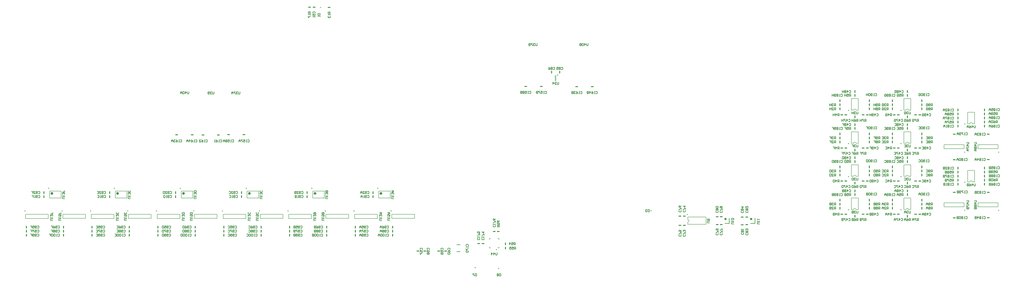
<source format=gbo>
G04*
G04 #@! TF.GenerationSoftware,Altium Limited,Altium Designer,18.1.6 (161)*
G04*
G04 Layer_Color=32896*
%FSLAX25Y25*%
%MOIN*%
G70*
G01*
G75*
%ADD11C,0.02000*%
%ADD13C,0.02362*%
%ADD14C,0.00984*%
%ADD16C,0.00787*%
%ADD17C,0.01000*%
%ADD18C,0.01500*%
D11*
X1268500Y122000D02*
G03*
X1268500Y122000I-1000J0D01*
G01*
X1224000D02*
G03*
X1224000Y122000I-1000J0D01*
G01*
D13*
X398632Y166469D02*
G03*
X398632Y166469I-1181J0D01*
G01*
X626746D02*
G03*
X626746Y166469I-1181J0D01*
G01*
X512439D02*
G03*
X512439Y166469I-1181J0D01*
G01*
X284325D02*
G03*
X284325Y166469I-1181J0D01*
G01*
X56211D02*
G03*
X56211Y166469I-1181J0D01*
G01*
X170018D02*
G03*
X170018Y166469I-1181J0D01*
G01*
D14*
X1436884Y310602D02*
G03*
X1436884Y310602I-492J0D01*
G01*
Y253102D02*
G03*
X1436884Y253102I-492J0D01*
G01*
Y195602D02*
G03*
X1436884Y195602I-492J0D01*
G01*
Y138102D02*
G03*
X1436884Y138102I-492J0D01*
G01*
X1527884Y310602D02*
G03*
X1527884Y310602I-492J0D01*
G01*
Y253102D02*
G03*
X1527884Y253102I-492J0D01*
G01*
Y195602D02*
G03*
X1527884Y195602I-492J0D01*
G01*
Y138102D02*
G03*
X1527884Y138102I-492J0D01*
G01*
X1638339Y238102D02*
G03*
X1638339Y238102I-492J0D01*
G01*
Y137102D02*
G03*
X1638339Y137102I-492J0D01*
G01*
X1697339Y238102D02*
G03*
X1697339Y238102I-492J0D01*
G01*
Y137102D02*
G03*
X1697339Y137102I-492J0D01*
G01*
X1638567Y287118D02*
G03*
X1638567Y287118I-492J0D01*
G01*
Y186118D02*
G03*
X1638567Y186118I-492J0D01*
G01*
X932543Y372165D02*
G03*
X932543Y372165I-492J0D01*
G01*
X1157161Y130024D02*
G03*
X1157161Y130024I-492J0D01*
G01*
X826429Y68779D02*
G03*
X826429Y68779I-492J0D01*
G01*
X392431Y175425D02*
G03*
X392431Y175425I-492J0D01*
G01*
X620546D02*
G03*
X620546Y175425I-492J0D01*
G01*
X506239D02*
G03*
X506239Y175425I-492J0D01*
G01*
X278124D02*
G03*
X278124Y175425I-492J0D01*
G01*
X8778Y135949D02*
G03*
X8778Y135949I-492J0D01*
G01*
X73278Y136102D02*
G03*
X73278Y136102I-492J0D01*
G01*
X122585Y135949D02*
G03*
X122585Y135949I-492J0D01*
G01*
X465006D02*
G03*
X465006Y135949I-492J0D01*
G01*
X187085Y136102D02*
G03*
X187085Y136102I-492J0D01*
G01*
X236892Y135949D02*
G03*
X236892Y135949I-492J0D01*
G01*
X301392Y136102D02*
G03*
X301392Y136102I-492J0D01*
G01*
X351199Y135949D02*
G03*
X351199Y135949I-492J0D01*
G01*
X415699Y136102D02*
G03*
X415699Y136102I-492J0D01*
G01*
X529506D02*
G03*
X529506Y136102I-492J0D01*
G01*
X579313Y135949D02*
G03*
X579313Y135949I-492J0D01*
G01*
X643813Y136102D02*
G03*
X643813Y136102I-492J0D01*
G01*
X50010Y175425D02*
G03*
X50010Y175425I-492J0D01*
G01*
X163817D02*
G03*
X163817Y175425I-492J0D01*
G01*
D16*
X1449351Y310996D02*
G03*
X1445283Y310996I-2034J0D01*
G01*
X1449351Y253496D02*
G03*
X1445283Y253496I-2034J0D01*
G01*
X1449351Y195995D02*
G03*
X1445283Y195995I-2034J0D01*
G01*
X1449351Y138496D02*
G03*
X1445283Y138496I-2034J0D01*
G01*
X1540351Y310996D02*
G03*
X1536283Y310996I-2034J0D01*
G01*
X1540351Y253496D02*
G03*
X1536283Y253496I-2034J0D01*
G01*
X1540351Y195995D02*
G03*
X1536283Y195995I-2034J0D01*
G01*
X1540351Y138496D02*
G03*
X1536283Y138496I-2034J0D01*
G01*
X1651034Y287512D02*
G03*
X1646966Y287512I-2034J0D01*
G01*
X1651034Y186512D02*
G03*
X1646966Y186512I-2034J0D01*
G01*
X1157752Y116900D02*
G03*
X1157752Y121100I0J2100D01*
G01*
X1441214Y310996D02*
X1445283D01*
X1449351D02*
X1453419D01*
X1441214Y331074D02*
X1453419D01*
X1441214Y310996D02*
Y331074D01*
X1453419Y310996D02*
Y331074D01*
X1441214Y253496D02*
X1445283D01*
X1449351D02*
X1453419D01*
X1441214Y273574D02*
X1453419D01*
X1441214Y253496D02*
Y273574D01*
X1453419Y253496D02*
Y273574D01*
X1441214Y195995D02*
X1445283D01*
X1449351D02*
X1453419D01*
X1441214Y216074D02*
X1453419D01*
X1441214Y195995D02*
Y216074D01*
X1453419Y195995D02*
Y216074D01*
X1441214Y138496D02*
X1445283D01*
X1449351D02*
X1453419D01*
X1441214Y158574D02*
X1453419D01*
X1441214Y138496D02*
Y158574D01*
X1453419Y138496D02*
Y158574D01*
X1532214Y310996D02*
X1536283D01*
X1540351D02*
X1544419D01*
X1532214Y331074D02*
X1544419D01*
X1532214Y310996D02*
Y331074D01*
X1544419Y310996D02*
Y331074D01*
X1532214Y253496D02*
X1536283D01*
X1540351D02*
X1544419D01*
X1532214Y273574D02*
X1544419D01*
X1532214Y253496D02*
Y273574D01*
X1544419Y253496D02*
Y273574D01*
X1532214Y195995D02*
X1536283D01*
X1540351D02*
X1544419D01*
X1532214Y216074D02*
X1544419D01*
X1532214Y195995D02*
Y216074D01*
X1544419Y195995D02*
Y216074D01*
X1532214Y138496D02*
X1536283D01*
X1540351D02*
X1544419D01*
X1532214Y158574D02*
X1544419D01*
X1532214Y138496D02*
Y158574D01*
X1544419Y138496D02*
Y158574D01*
X1602177Y244008D02*
X1636823D01*
X1602177Y251095D02*
X1636823D01*
Y244008D02*
Y251095D01*
X1602177Y244008D02*
Y251095D01*
Y143008D02*
X1636823D01*
X1602177Y150094D02*
X1636823D01*
Y143008D02*
Y150094D01*
X1602177Y143008D02*
Y150094D01*
X1661177Y244008D02*
X1695823D01*
X1661177Y251095D02*
X1695823D01*
Y244008D02*
Y251095D01*
X1661177Y244008D02*
Y251095D01*
Y143008D02*
X1695823D01*
X1661177Y150094D02*
X1695823D01*
Y143008D02*
Y150094D01*
X1661177Y143008D02*
Y150094D01*
X1642898Y287512D02*
X1646966D01*
X1651034D02*
X1655102D01*
X1642898Y307591D02*
X1655102D01*
X1642898Y287512D02*
Y307591D01*
X1655102Y287512D02*
Y307591D01*
X1642898Y186512D02*
X1646966D01*
X1651034D02*
X1655102D01*
X1642898Y206591D02*
X1655102D01*
X1642898Y186512D02*
Y206591D01*
X1655102Y186512D02*
Y206591D01*
X927721Y362323D02*
Y370984D01*
X928902Y362323D02*
Y370984D01*
X927721Y362323D02*
X928902D01*
X927721Y370984D02*
X928902D01*
X1157752Y121100D02*
Y125299D01*
Y112701D02*
Y116900D01*
X1189248Y112701D02*
Y125299D01*
X1157752D02*
X1189248D01*
X1157752Y112701D02*
X1189248D01*
X828102Y71732D02*
X830268D01*
Y73898D01*
X813732Y71732D02*
X815898D01*
X813732D02*
Y73898D01*
Y88268D02*
X815898D01*
X813732Y86102D02*
Y88268D01*
X828102D02*
X830268D01*
Y86102D02*
Y88268D01*
X393514Y170405D02*
X413593D01*
X393514Y158595D02*
X413593D01*
X393514D02*
Y170405D01*
X413593Y158595D02*
Y170405D01*
X621628D02*
X641707D01*
X621628Y158595D02*
X641707D01*
X621628D02*
Y170405D01*
X641707Y158595D02*
Y170405D01*
X507321D02*
X527400D01*
X507321Y158595D02*
X527400D01*
X507321D02*
Y170405D01*
X527400Y158595D02*
Y170405D01*
X279207D02*
X299286D01*
X279207Y158595D02*
X299286D01*
X279207D02*
Y170405D01*
X299286Y158595D02*
Y170405D01*
X9447Y130043D02*
X48817D01*
X9447Y122957D02*
X48817D01*
X9447D02*
Y130043D01*
X48817Y122957D02*
Y130043D01*
X113317Y123110D02*
Y130197D01*
X73947Y123110D02*
Y130197D01*
Y123110D02*
X113317D01*
X73947Y130197D02*
X113317D01*
X162624Y122957D02*
Y130043D01*
X123254Y122957D02*
Y130043D01*
Y122957D02*
X162624D01*
X123254Y130043D02*
X162624D01*
X505046Y122957D02*
Y130043D01*
X465676Y122957D02*
Y130043D01*
Y122957D02*
X505046D01*
X465676Y130043D02*
X505046D01*
X227124Y123110D02*
Y130197D01*
X187754Y123110D02*
Y130197D01*
Y123110D02*
X227124D01*
X187754Y130197D02*
X227124D01*
X276932Y122957D02*
Y130043D01*
X237561Y122957D02*
Y130043D01*
Y122957D02*
X276932D01*
X237561Y130043D02*
X276932D01*
X341431Y123110D02*
Y130197D01*
X302061Y123110D02*
Y130197D01*
Y123110D02*
X341431D01*
X302061Y130197D02*
X341431D01*
X391239Y122957D02*
Y130043D01*
X351869Y122957D02*
Y130043D01*
Y122957D02*
X391239D01*
X351869Y130043D02*
X391239D01*
X455739Y123110D02*
Y130197D01*
X416368Y123110D02*
Y130197D01*
Y123110D02*
X455739D01*
X416368Y130197D02*
X455739D01*
X569546Y123110D02*
Y130197D01*
X530176Y123110D02*
Y130197D01*
Y123110D02*
X569546D01*
X530176Y130197D02*
X569546D01*
X619353Y122957D02*
Y130043D01*
X579983Y122957D02*
Y130043D01*
Y122957D02*
X619353D01*
X579983Y130043D02*
X619353D01*
X683853Y123110D02*
Y130197D01*
X644483Y123110D02*
Y130197D01*
Y123110D02*
X683853D01*
X644483Y130197D02*
X683853D01*
X51093Y170405D02*
X71172D01*
X51093Y158595D02*
X71172D01*
X51093D02*
Y170405D01*
X71172Y158595D02*
Y170405D01*
X164900D02*
X184979D01*
X164900Y158595D02*
X184979D01*
X164900D02*
Y170405D01*
X184979Y158595D02*
Y170405D01*
D17*
X830000Y36000D02*
G03*
X830000Y36000I-500J0D01*
G01*
X789500Y37500D02*
G03*
X789500Y37500I-500J0D01*
G01*
X1094418Y136500D02*
G03*
X1094418Y136500I-500J0D01*
G01*
X521400Y489500D02*
G03*
X521400Y489500I-500J0D01*
G01*
X756952Y65500D02*
X762552D01*
X756952Y77500D02*
X762552D01*
X1266500Y114500D02*
X1274000D01*
Y123500D01*
X1222000Y114500D02*
X1229500D01*
Y123500D01*
X336000Y342999D02*
Y339666D01*
X335334Y339000D01*
X334001D01*
X333334Y339666D01*
Y342999D01*
X332001Y342332D02*
X331335Y342999D01*
X330002D01*
X329335Y342332D01*
Y341666D01*
X330002Y340999D01*
X330668D01*
X330002D01*
X329335Y340333D01*
Y339666D01*
X330002Y339000D01*
X331335D01*
X332001Y339666D01*
X328003D02*
X327336Y339000D01*
X326003D01*
X325337Y339666D01*
Y342332D01*
X326003Y342999D01*
X327336D01*
X328003Y342332D01*
Y341666D01*
X327336Y340999D01*
X325337D01*
X1654501Y154000D02*
X1657834D01*
X1658500Y153333D01*
Y152001D01*
X1657834Y151334D01*
X1654501D01*
X1658500Y148002D02*
X1654501D01*
X1656501Y150001D01*
Y147336D01*
X1655168Y146003D02*
X1654501Y145336D01*
Y144003D01*
X1655168Y143337D01*
X1655834D01*
X1656501Y144003D01*
X1657167Y143337D01*
X1657834D01*
X1658500Y144003D01*
Y145336D01*
X1657834Y146003D01*
X1657167D01*
X1656501Y145336D01*
X1655834Y146003D01*
X1655168D01*
X1656501Y145336D02*
Y144003D01*
X1654501Y142004D02*
X1658500D01*
Y140005D01*
X1657834Y139338D01*
X1657167D01*
X1656501Y140005D01*
Y142004D01*
Y140005D01*
X1655834Y139338D01*
X1655168D01*
X1654501Y140005D01*
Y142004D01*
Y255000D02*
X1657834D01*
X1658500Y254334D01*
Y253001D01*
X1657834Y252334D01*
X1654501D01*
X1658500Y249002D02*
X1654501D01*
X1656501Y251001D01*
Y248336D01*
X1655168Y247003D02*
X1654501Y246336D01*
Y245003D01*
X1655168Y244337D01*
X1655834D01*
X1656501Y245003D01*
X1657167Y244337D01*
X1657834D01*
X1658500Y245003D01*
Y246336D01*
X1657834Y247003D01*
X1657167D01*
X1656501Y246336D01*
X1655834Y247003D01*
X1655168D01*
X1656501Y246336D02*
Y245003D01*
X1658500Y243004D02*
X1655834D01*
X1654501Y241671D01*
X1655834Y240338D01*
X1658500D01*
X1656501D01*
Y243004D01*
X1641001Y154000D02*
X1644334D01*
X1645000Y153333D01*
Y152001D01*
X1644334Y151334D01*
X1641001D01*
X1645000Y148002D02*
X1641001D01*
X1643001Y150001D01*
Y147336D01*
X1641001Y146003D02*
Y143337D01*
X1641668D01*
X1644334Y146003D01*
X1645000D01*
X1641001Y142004D02*
X1645000D01*
Y140005D01*
X1644334Y139338D01*
X1643667D01*
X1643001Y140005D01*
Y142004D01*
Y140005D01*
X1642334Y139338D01*
X1641668D01*
X1641001Y140005D01*
Y142004D01*
Y255000D02*
X1644334D01*
X1645000Y254334D01*
Y253001D01*
X1644334Y252334D01*
X1641001D01*
X1645000Y249002D02*
X1641001D01*
X1643001Y251001D01*
Y248336D01*
X1641001Y247003D02*
Y244337D01*
X1641668D01*
X1644334Y247003D01*
X1645000D01*
Y243004D02*
X1642334D01*
X1641001Y241671D01*
X1642334Y240338D01*
X1645000D01*
X1643001D01*
Y243004D01*
X1656500Y183499D02*
Y180166D01*
X1655834Y179500D01*
X1654501D01*
X1653834Y180166D01*
Y183499D01*
X1650502Y179500D02*
Y183499D01*
X1652501Y181499D01*
X1649836D01*
X1645837Y183499D02*
X1647170Y182832D01*
X1648503Y181499D01*
Y180166D01*
X1647836Y179500D01*
X1646503D01*
X1645837Y180166D01*
Y180833D01*
X1646503Y181499D01*
X1648503D01*
X1644504Y183499D02*
Y179500D01*
X1642505D01*
X1641838Y180166D01*
Y180833D01*
X1642505Y181499D01*
X1644504D01*
X1642505D01*
X1641838Y182166D01*
Y182832D01*
X1642505Y183499D01*
X1644504D01*
X1656500Y284499D02*
Y281166D01*
X1655834Y280500D01*
X1654501D01*
X1653834Y281166D01*
Y284499D01*
X1650502Y280500D02*
Y284499D01*
X1652501Y282499D01*
X1649836D01*
X1645837Y284499D02*
X1647170Y283832D01*
X1648503Y282499D01*
Y281166D01*
X1647836Y280500D01*
X1646503D01*
X1645837Y281166D01*
Y281833D01*
X1646503Y282499D01*
X1648503D01*
X1644504Y280500D02*
Y283166D01*
X1643171Y284499D01*
X1641838Y283166D01*
Y280500D01*
Y282499D01*
X1644504D01*
X1694500Y188000D02*
Y191999D01*
X1692501D01*
X1691834Y191332D01*
Y189999D01*
X1692501Y189333D01*
X1694500D01*
X1693167D02*
X1691834Y188000D01*
X1687836Y191999D02*
X1689168Y191332D01*
X1690501Y189999D01*
Y188666D01*
X1689835Y188000D01*
X1688502D01*
X1687836Y188666D01*
Y189333D01*
X1688502Y189999D01*
X1690501D01*
X1686503Y191332D02*
X1685836Y191999D01*
X1684503D01*
X1683837Y191332D01*
Y188666D01*
X1684503Y188000D01*
X1685836D01*
X1686503Y188666D01*
Y191332D01*
X1682504Y191999D02*
Y188000D01*
X1680504D01*
X1679838Y188666D01*
Y189333D01*
X1680504Y189999D01*
X1682504D01*
X1680504D01*
X1679838Y190666D01*
Y191332D01*
X1680504Y191999D01*
X1682504D01*
X1694500Y289000D02*
Y292999D01*
X1692501D01*
X1691834Y292332D01*
Y290999D01*
X1692501Y290333D01*
X1694500D01*
X1693167D02*
X1691834Y289000D01*
X1687836Y292999D02*
X1689168Y292332D01*
X1690501Y290999D01*
Y289666D01*
X1689835Y289000D01*
X1688502D01*
X1687836Y289666D01*
Y290333D01*
X1688502Y290999D01*
X1690501D01*
X1686503Y292332D02*
X1685836Y292999D01*
X1684503D01*
X1683837Y292332D01*
Y289666D01*
X1684503Y289000D01*
X1685836D01*
X1686503Y289666D01*
Y292332D01*
X1682504Y289000D02*
Y291666D01*
X1681171Y292999D01*
X1679838Y291666D01*
Y289000D01*
Y290999D01*
X1682504D01*
X1694500Y202000D02*
Y205999D01*
X1692501D01*
X1691834Y205332D01*
Y203999D01*
X1692501Y203333D01*
X1694500D01*
X1693167D02*
X1691834Y202000D01*
X1687836Y205999D02*
X1690501D01*
Y203999D01*
X1689168Y204666D01*
X1688502D01*
X1687836Y203999D01*
Y202666D01*
X1688502Y202000D01*
X1689835D01*
X1690501Y202666D01*
X1686503D02*
X1685836Y202000D01*
X1684503D01*
X1683837Y202666D01*
Y205332D01*
X1684503Y205999D01*
X1685836D01*
X1686503Y205332D01*
Y204666D01*
X1685836Y203999D01*
X1683837D01*
X1682504Y205999D02*
Y202000D01*
X1680504D01*
X1679838Y202666D01*
Y203333D01*
X1680504Y203999D01*
X1682504D01*
X1680504D01*
X1679838Y204666D01*
Y205332D01*
X1680504Y205999D01*
X1682504D01*
X1694500Y303000D02*
Y306999D01*
X1692501D01*
X1691834Y306332D01*
Y304999D01*
X1692501Y304333D01*
X1694500D01*
X1693167D02*
X1691834Y303000D01*
X1687836Y306999D02*
X1690501D01*
Y304999D01*
X1689168Y305666D01*
X1688502D01*
X1687836Y304999D01*
Y303666D01*
X1688502Y303000D01*
X1689835D01*
X1690501Y303666D01*
X1686503D02*
X1685836Y303000D01*
X1684503D01*
X1683837Y303666D01*
Y306332D01*
X1684503Y306999D01*
X1685836D01*
X1686503Y306332D01*
Y305666D01*
X1685836Y304999D01*
X1683837D01*
X1682504Y303000D02*
Y305666D01*
X1681171Y306999D01*
X1679838Y305666D01*
Y303000D01*
Y304999D01*
X1682504D01*
X1618500Y201500D02*
Y205499D01*
X1616501D01*
X1615834Y204832D01*
Y203499D01*
X1616501Y202833D01*
X1618500D01*
X1617167D02*
X1615834Y201500D01*
X1611835Y205499D02*
X1614501D01*
Y203499D01*
X1613168Y204166D01*
X1612502D01*
X1611835Y203499D01*
Y202167D01*
X1612502Y201500D01*
X1613835D01*
X1614501Y202167D01*
X1610503Y204832D02*
X1609836Y205499D01*
X1608503D01*
X1607837Y204832D01*
Y204166D01*
X1608503Y203499D01*
X1607837Y202833D01*
Y202167D01*
X1608503Y201500D01*
X1609836D01*
X1610503Y202167D01*
Y202833D01*
X1609836Y203499D01*
X1610503Y204166D01*
Y204832D01*
X1609836Y203499D02*
X1608503D01*
X1606504Y205499D02*
Y201500D01*
X1604505D01*
X1603838Y202167D01*
Y202833D01*
X1604505Y203499D01*
X1606504D01*
X1604505D01*
X1603838Y204166D01*
Y204832D01*
X1604505Y205499D01*
X1606504D01*
X1618500Y302500D02*
Y306499D01*
X1616501D01*
X1615834Y305832D01*
Y304499D01*
X1616501Y303833D01*
X1618500D01*
X1617167D02*
X1615834Y302500D01*
X1611835Y306499D02*
X1614501D01*
Y304499D01*
X1613168Y305166D01*
X1612502D01*
X1611835Y304499D01*
Y303166D01*
X1612502Y302500D01*
X1613835D01*
X1614501Y303166D01*
X1610503Y305832D02*
X1609836Y306499D01*
X1608503D01*
X1607837Y305832D01*
Y305166D01*
X1608503Y304499D01*
X1607837Y303833D01*
Y303166D01*
X1608503Y302500D01*
X1609836D01*
X1610503Y303166D01*
Y303833D01*
X1609836Y304499D01*
X1610503Y305166D01*
Y305832D01*
X1609836Y304499D02*
X1608503D01*
X1606504Y302500D02*
Y305166D01*
X1605171Y306499D01*
X1603838Y305166D01*
Y302500D01*
Y304499D01*
X1606504D01*
X1618500Y187500D02*
Y191499D01*
X1616501D01*
X1615834Y190832D01*
Y189499D01*
X1616501Y188833D01*
X1618500D01*
X1617167D02*
X1615834Y187500D01*
X1611835Y191499D02*
X1614501D01*
Y189499D01*
X1613168Y190166D01*
X1612502D01*
X1611835Y189499D01*
Y188166D01*
X1612502Y187500D01*
X1613835D01*
X1614501Y188166D01*
X1610503Y191499D02*
X1607837D01*
Y190832D01*
X1610503Y188166D01*
Y187500D01*
X1606504Y191499D02*
Y187500D01*
X1604505D01*
X1603838Y188166D01*
Y188833D01*
X1604505Y189499D01*
X1606504D01*
X1604505D01*
X1603838Y190166D01*
Y190832D01*
X1604505Y191499D01*
X1606504D01*
X1618500Y288500D02*
Y292499D01*
X1616501D01*
X1615834Y291832D01*
Y290499D01*
X1616501Y289833D01*
X1618500D01*
X1617167D02*
X1615834Y288500D01*
X1611835Y292499D02*
X1614501D01*
Y290499D01*
X1613168Y291166D01*
X1612502D01*
X1611835Y290499D01*
Y289166D01*
X1612502Y288500D01*
X1613835D01*
X1614501Y289166D01*
X1610503Y292499D02*
X1607837D01*
Y291832D01*
X1610503Y289166D01*
Y288500D01*
X1606504D02*
Y291166D01*
X1605171Y292499D01*
X1603838Y291166D01*
Y288500D01*
Y290499D01*
X1606504D01*
X1695334Y198332D02*
X1696001Y198999D01*
X1697334D01*
X1698000Y198332D01*
Y195667D01*
X1697334Y195000D01*
X1696001D01*
X1695334Y195667D01*
X1694001Y195000D02*
X1692668D01*
X1693335D01*
Y198999D01*
X1694001Y198332D01*
X1690669D02*
X1690003Y198999D01*
X1688670D01*
X1688003Y198332D01*
Y197666D01*
X1688670Y196999D01*
X1688003Y196333D01*
Y195667D01*
X1688670Y195000D01*
X1690003D01*
X1690669Y195667D01*
Y196333D01*
X1690003Y196999D01*
X1690669Y197666D01*
Y198332D01*
X1690003Y196999D02*
X1688670D01*
X1686670Y198332D02*
X1686004Y198999D01*
X1684671D01*
X1684005Y198332D01*
Y197666D01*
X1684671Y196999D01*
X1684005Y196333D01*
Y195667D01*
X1684671Y195000D01*
X1686004D01*
X1686670Y195667D01*
Y196333D01*
X1686004Y196999D01*
X1686670Y197666D01*
Y198332D01*
X1686004Y196999D02*
X1684671D01*
X1682672Y198999D02*
Y195000D01*
X1680672D01*
X1680006Y195667D01*
Y196333D01*
X1680672Y196999D01*
X1682672D01*
X1680672D01*
X1680006Y197666D01*
Y198332D01*
X1680672Y198999D01*
X1682672D01*
X1695334Y299332D02*
X1696001Y299999D01*
X1697334D01*
X1698000Y299332D01*
Y296666D01*
X1697334Y296000D01*
X1696001D01*
X1695334Y296666D01*
X1694001Y296000D02*
X1692668D01*
X1693335D01*
Y299999D01*
X1694001Y299332D01*
X1690669D02*
X1690003Y299999D01*
X1688670D01*
X1688003Y299332D01*
Y298666D01*
X1688670Y297999D01*
X1688003Y297333D01*
Y296666D01*
X1688670Y296000D01*
X1690003D01*
X1690669Y296666D01*
Y297333D01*
X1690003Y297999D01*
X1690669Y298666D01*
Y299332D01*
X1690003Y297999D02*
X1688670D01*
X1686670Y299332D02*
X1686004Y299999D01*
X1684671D01*
X1684005Y299332D01*
Y298666D01*
X1684671Y297999D01*
X1684005Y297333D01*
Y296666D01*
X1684671Y296000D01*
X1686004D01*
X1686670Y296666D01*
Y297333D01*
X1686004Y297999D01*
X1686670Y298666D01*
Y299332D01*
X1686004Y297999D02*
X1684671D01*
X1682672Y296000D02*
Y298666D01*
X1681339Y299999D01*
X1680006Y298666D01*
Y296000D01*
Y297999D01*
X1682672D01*
X1615834Y197832D02*
X1616501Y198499D01*
X1617834D01*
X1618500Y197832D01*
Y195167D01*
X1617834Y194500D01*
X1616501D01*
X1615834Y195167D01*
X1614501Y194500D02*
X1613168D01*
X1613835D01*
Y198499D01*
X1614501Y197832D01*
X1611169D02*
X1610503Y198499D01*
X1609170D01*
X1608503Y197832D01*
Y197166D01*
X1609170Y196499D01*
X1608503Y195833D01*
Y195167D01*
X1609170Y194500D01*
X1610503D01*
X1611169Y195167D01*
Y195833D01*
X1610503Y196499D01*
X1611169Y197166D01*
Y197832D01*
X1610503Y196499D02*
X1609170D01*
X1607170Y198499D02*
X1604505D01*
Y197832D01*
X1607170Y195167D01*
Y194500D01*
X1603172Y198499D02*
Y194500D01*
X1601172D01*
X1600506Y195167D01*
Y195833D01*
X1601172Y196499D01*
X1603172D01*
X1601172D01*
X1600506Y197166D01*
Y197832D01*
X1601172Y198499D01*
X1603172D01*
X1615834Y298832D02*
X1616501Y299499D01*
X1617834D01*
X1618500Y298832D01*
Y296166D01*
X1617834Y295500D01*
X1616501D01*
X1615834Y296166D01*
X1614501Y295500D02*
X1613168D01*
X1613835D01*
Y299499D01*
X1614501Y298832D01*
X1611169D02*
X1610503Y299499D01*
X1609170D01*
X1608503Y298832D01*
Y298166D01*
X1609170Y297499D01*
X1608503Y296833D01*
Y296166D01*
X1609170Y295500D01*
X1610503D01*
X1611169Y296166D01*
Y296833D01*
X1610503Y297499D01*
X1611169Y298166D01*
Y298832D01*
X1610503Y297499D02*
X1609170D01*
X1607170Y299499D02*
X1604505D01*
Y298832D01*
X1607170Y296166D01*
Y295500D01*
X1603172D02*
Y298166D01*
X1601839Y299499D01*
X1600506Y298166D01*
Y295500D01*
Y297499D01*
X1603172D01*
X1695334Y183832D02*
X1696001Y184499D01*
X1697334D01*
X1698000Y183832D01*
Y181167D01*
X1697334Y180500D01*
X1696001D01*
X1695334Y181167D01*
X1694001Y180500D02*
X1692668D01*
X1693335D01*
Y184499D01*
X1694001Y183832D01*
X1690669D02*
X1690003Y184499D01*
X1688670D01*
X1688003Y183832D01*
Y183166D01*
X1688670Y182499D01*
X1688003Y181833D01*
Y181167D01*
X1688670Y180500D01*
X1690003D01*
X1690669Y181167D01*
Y181833D01*
X1690003Y182499D01*
X1690669Y183166D01*
Y183832D01*
X1690003Y182499D02*
X1688670D01*
X1684005Y184499D02*
X1685337Y183832D01*
X1686670Y182499D01*
Y181167D01*
X1686004Y180500D01*
X1684671D01*
X1684005Y181167D01*
Y181833D01*
X1684671Y182499D01*
X1686670D01*
X1682672Y184499D02*
Y180500D01*
X1680672D01*
X1680006Y181167D01*
Y181833D01*
X1680672Y182499D01*
X1682672D01*
X1680672D01*
X1680006Y183166D01*
Y183832D01*
X1680672Y184499D01*
X1682672D01*
X1695334Y284832D02*
X1696001Y285499D01*
X1697334D01*
X1698000Y284832D01*
Y282166D01*
X1697334Y281500D01*
X1696001D01*
X1695334Y282166D01*
X1694001Y281500D02*
X1692668D01*
X1693335D01*
Y285499D01*
X1694001Y284832D01*
X1690669D02*
X1690003Y285499D01*
X1688670D01*
X1688003Y284832D01*
Y284166D01*
X1688670Y283499D01*
X1688003Y282833D01*
Y282166D01*
X1688670Y281500D01*
X1690003D01*
X1690669Y282166D01*
Y282833D01*
X1690003Y283499D01*
X1690669Y284166D01*
Y284832D01*
X1690003Y283499D02*
X1688670D01*
X1684005Y285499D02*
X1685337Y284832D01*
X1686670Y283499D01*
Y282166D01*
X1686004Y281500D01*
X1684671D01*
X1684005Y282166D01*
Y282833D01*
X1684671Y283499D01*
X1686670D01*
X1682672Y281500D02*
Y284166D01*
X1681339Y285499D01*
X1680006Y284166D01*
Y281500D01*
Y283499D01*
X1682672D01*
X1695334Y212332D02*
X1696001Y212999D01*
X1697334D01*
X1698000Y212332D01*
Y209666D01*
X1697334Y209000D01*
X1696001D01*
X1695334Y209666D01*
X1694001Y209000D02*
X1692668D01*
X1693335D01*
Y212999D01*
X1694001Y212332D01*
X1690669D02*
X1690003Y212999D01*
X1688670D01*
X1688003Y212332D01*
Y211666D01*
X1688670Y210999D01*
X1688003Y210333D01*
Y209666D01*
X1688670Y209000D01*
X1690003D01*
X1690669Y209666D01*
Y210333D01*
X1690003Y210999D01*
X1690669Y211666D01*
Y212332D01*
X1690003Y210999D02*
X1688670D01*
X1684005Y212999D02*
X1686670D01*
Y210999D01*
X1685337Y211666D01*
X1684671D01*
X1684005Y210999D01*
Y209666D01*
X1684671Y209000D01*
X1686004D01*
X1686670Y209666D01*
X1682672Y212999D02*
Y209000D01*
X1680672D01*
X1680006Y209666D01*
Y210333D01*
X1680672Y210999D01*
X1682672D01*
X1680672D01*
X1680006Y211666D01*
Y212332D01*
X1680672Y212999D01*
X1682672D01*
X1695334Y313332D02*
X1696001Y313999D01*
X1697334D01*
X1698000Y313332D01*
Y310666D01*
X1697334Y310000D01*
X1696001D01*
X1695334Y310666D01*
X1694001Y310000D02*
X1692668D01*
X1693335D01*
Y313999D01*
X1694001Y313332D01*
X1690669D02*
X1690003Y313999D01*
X1688670D01*
X1688003Y313332D01*
Y312666D01*
X1688670Y311999D01*
X1688003Y311333D01*
Y310666D01*
X1688670Y310000D01*
X1690003D01*
X1690669Y310666D01*
Y311333D01*
X1690003Y311999D01*
X1690669Y312666D01*
Y313332D01*
X1690003Y311999D02*
X1688670D01*
X1684005Y313999D02*
X1686670D01*
Y311999D01*
X1685337Y312666D01*
X1684671D01*
X1684005Y311999D01*
Y310666D01*
X1684671Y310000D01*
X1686004D01*
X1686670Y310666D01*
X1682672Y310000D02*
Y312666D01*
X1681339Y313999D01*
X1680006Y312666D01*
Y310000D01*
Y311999D01*
X1682672D01*
X1670834Y125832D02*
X1671501Y126499D01*
X1672834D01*
X1673500Y125832D01*
Y123167D01*
X1672834Y122500D01*
X1671501D01*
X1670834Y123167D01*
X1669501Y122500D02*
X1668168D01*
X1668835D01*
Y126499D01*
X1669501Y125832D01*
X1666169D02*
X1665503Y126499D01*
X1664170D01*
X1663503Y125832D01*
Y125166D01*
X1664170Y124499D01*
X1663503Y123833D01*
Y123167D01*
X1664170Y122500D01*
X1665503D01*
X1666169Y123167D01*
Y123833D01*
X1665503Y124499D01*
X1666169Y125166D01*
Y125832D01*
X1665503Y124499D02*
X1664170D01*
X1660171Y122500D02*
Y126499D01*
X1662170Y124499D01*
X1659505D01*
X1658172Y126499D02*
Y122500D01*
X1656172D01*
X1655506Y123167D01*
Y123833D01*
X1656172Y124499D01*
X1658172D01*
X1656172D01*
X1655506Y125166D01*
Y125832D01*
X1656172Y126499D01*
X1658172D01*
X1670834Y226832D02*
X1671501Y227499D01*
X1672834D01*
X1673500Y226832D01*
Y224166D01*
X1672834Y223500D01*
X1671501D01*
X1670834Y224166D01*
X1669501Y223500D02*
X1668168D01*
X1668835D01*
Y227499D01*
X1669501Y226832D01*
X1666169D02*
X1665503Y227499D01*
X1664170D01*
X1663503Y226832D01*
Y226166D01*
X1664170Y225499D01*
X1663503Y224833D01*
Y224166D01*
X1664170Y223500D01*
X1665503D01*
X1666169Y224166D01*
Y224833D01*
X1665503Y225499D01*
X1666169Y226166D01*
Y226832D01*
X1665503Y225499D02*
X1664170D01*
X1660171Y223500D02*
Y227499D01*
X1662170Y225499D01*
X1659505D01*
X1658172Y223500D02*
Y226166D01*
X1656839Y227499D01*
X1655506Y226166D01*
Y223500D01*
Y225499D01*
X1658172D01*
X1670834Y169832D02*
X1671501Y170499D01*
X1672834D01*
X1673500Y169832D01*
Y167166D01*
X1672834Y166500D01*
X1671501D01*
X1670834Y167166D01*
X1669501Y166500D02*
X1668168D01*
X1668835D01*
Y170499D01*
X1669501Y169832D01*
X1666169D02*
X1665503Y170499D01*
X1664170D01*
X1663503Y169832D01*
Y169166D01*
X1664170Y168499D01*
X1663503Y167833D01*
Y167166D01*
X1664170Y166500D01*
X1665503D01*
X1666169Y167166D01*
Y167833D01*
X1665503Y168499D01*
X1666169Y169166D01*
Y169832D01*
X1665503Y168499D02*
X1664170D01*
X1662170Y169832D02*
X1661504Y170499D01*
X1660171D01*
X1659505Y169832D01*
Y169166D01*
X1660171Y168499D01*
X1660837D01*
X1660171D01*
X1659505Y167833D01*
Y167166D01*
X1660171Y166500D01*
X1661504D01*
X1662170Y167166D01*
X1658172Y170499D02*
Y166500D01*
X1656172D01*
X1655506Y167166D01*
Y167833D01*
X1656172Y168499D01*
X1658172D01*
X1656172D01*
X1655506Y169166D01*
Y169832D01*
X1656172Y170499D01*
X1658172D01*
X1670834Y270832D02*
X1671501Y271499D01*
X1672834D01*
X1673500Y270832D01*
Y268166D01*
X1672834Y267500D01*
X1671501D01*
X1670834Y268166D01*
X1669501Y267500D02*
X1668168D01*
X1668835D01*
Y271499D01*
X1669501Y270832D01*
X1666169D02*
X1665503Y271499D01*
X1664170D01*
X1663503Y270832D01*
Y270166D01*
X1664170Y269499D01*
X1663503Y268833D01*
Y268166D01*
X1664170Y267500D01*
X1665503D01*
X1666169Y268166D01*
Y268833D01*
X1665503Y269499D01*
X1666169Y270166D01*
Y270832D01*
X1665503Y269499D02*
X1664170D01*
X1662170Y270832D02*
X1661504Y271499D01*
X1660171D01*
X1659505Y270832D01*
Y270166D01*
X1660171Y269499D01*
X1660837D01*
X1660171D01*
X1659505Y268833D01*
Y268166D01*
X1660171Y267500D01*
X1661504D01*
X1662170Y268166D01*
X1658172Y267500D02*
Y270166D01*
X1656839Y271499D01*
X1655506Y270166D01*
Y267500D01*
Y269499D01*
X1658172D01*
X1615834Y211832D02*
X1616501Y212499D01*
X1617834D01*
X1618500Y211832D01*
Y209166D01*
X1617834Y208500D01*
X1616501D01*
X1615834Y209166D01*
X1614501Y208500D02*
X1613168D01*
X1613835D01*
Y212499D01*
X1614501Y211832D01*
X1611169D02*
X1610503Y212499D01*
X1609170D01*
X1608503Y211832D01*
Y211166D01*
X1609170Y210499D01*
X1608503Y209833D01*
Y209166D01*
X1609170Y208500D01*
X1610503D01*
X1611169Y209166D01*
Y209833D01*
X1610503Y210499D01*
X1611169Y211166D01*
Y211832D01*
X1610503Y210499D02*
X1609170D01*
X1604505Y208500D02*
X1607170D01*
X1604505Y211166D01*
Y211832D01*
X1605171Y212499D01*
X1606504D01*
X1607170Y211832D01*
X1603172Y212499D02*
Y208500D01*
X1601172D01*
X1600506Y209166D01*
Y209833D01*
X1601172Y210499D01*
X1603172D01*
X1601172D01*
X1600506Y211166D01*
Y211832D01*
X1601172Y212499D01*
X1603172D01*
X1615834Y312832D02*
X1616501Y313499D01*
X1617834D01*
X1618500Y312832D01*
Y310166D01*
X1617834Y309500D01*
X1616501D01*
X1615834Y310166D01*
X1614501Y309500D02*
X1613168D01*
X1613835D01*
Y313499D01*
X1614501Y312832D01*
X1611169D02*
X1610503Y313499D01*
X1609170D01*
X1608503Y312832D01*
Y312166D01*
X1609170Y311499D01*
X1608503Y310833D01*
Y310166D01*
X1609170Y309500D01*
X1610503D01*
X1611169Y310166D01*
Y310833D01*
X1610503Y311499D01*
X1611169Y312166D01*
Y312832D01*
X1610503Y311499D02*
X1609170D01*
X1604505Y309500D02*
X1607170D01*
X1604505Y312166D01*
Y312832D01*
X1605171Y313499D01*
X1606504D01*
X1607170Y312832D01*
X1603172Y309500D02*
Y312166D01*
X1601839Y313499D01*
X1600506Y312166D01*
Y309500D01*
Y311499D01*
X1603172D01*
X1615834Y183832D02*
X1616501Y184499D01*
X1617834D01*
X1618500Y183832D01*
Y181167D01*
X1617834Y180500D01*
X1616501D01*
X1615834Y181167D01*
X1614501Y180500D02*
X1613168D01*
X1613835D01*
Y184499D01*
X1614501Y183832D01*
X1611169D02*
X1610503Y184499D01*
X1609170D01*
X1608503Y183832D01*
Y183166D01*
X1609170Y182499D01*
X1608503Y181833D01*
Y181167D01*
X1609170Y180500D01*
X1610503D01*
X1611169Y181167D01*
Y181833D01*
X1610503Y182499D01*
X1611169Y183166D01*
Y183832D01*
X1610503Y182499D02*
X1609170D01*
X1607170Y180500D02*
X1605837D01*
X1606504D01*
Y184499D01*
X1607170Y183832D01*
X1603838Y184499D02*
Y180500D01*
X1601839D01*
X1601172Y181167D01*
Y181833D01*
X1601839Y182499D01*
X1603838D01*
X1601839D01*
X1601172Y183166D01*
Y183832D01*
X1601839Y184499D01*
X1603838D01*
X1615834Y284832D02*
X1616501Y285499D01*
X1617834D01*
X1618500Y284832D01*
Y282166D01*
X1617834Y281500D01*
X1616501D01*
X1615834Y282166D01*
X1614501Y281500D02*
X1613168D01*
X1613835D01*
Y285499D01*
X1614501Y284832D01*
X1611169D02*
X1610503Y285499D01*
X1609170D01*
X1608503Y284832D01*
Y284166D01*
X1609170Y283499D01*
X1608503Y282833D01*
Y282166D01*
X1609170Y281500D01*
X1610503D01*
X1611169Y282166D01*
Y282833D01*
X1610503Y283499D01*
X1611169Y284166D01*
Y284832D01*
X1610503Y283499D02*
X1609170D01*
X1607170Y281500D02*
X1605837D01*
X1606504D01*
Y285499D01*
X1607170Y284832D01*
X1603838Y281500D02*
Y284166D01*
X1602505Y285499D01*
X1601172Y284166D01*
Y281500D01*
Y283499D01*
X1603838D01*
X1639334Y125832D02*
X1640001Y126499D01*
X1641334D01*
X1642000Y125832D01*
Y123167D01*
X1641334Y122500D01*
X1640001D01*
X1639334Y123167D01*
X1638001Y122500D02*
X1636668D01*
X1637335D01*
Y126499D01*
X1638001Y125832D01*
X1634669D02*
X1634003Y126499D01*
X1632670D01*
X1632003Y125832D01*
Y125166D01*
X1632670Y124499D01*
X1632003Y123833D01*
Y123167D01*
X1632670Y122500D01*
X1634003D01*
X1634669Y123167D01*
Y123833D01*
X1634003Y124499D01*
X1634669Y125166D01*
Y125832D01*
X1634003Y124499D02*
X1632670D01*
X1630670Y125832D02*
X1630004Y126499D01*
X1628671D01*
X1628004Y125832D01*
Y123167D01*
X1628671Y122500D01*
X1630004D01*
X1630670Y123167D01*
Y125832D01*
X1626672Y126499D02*
Y122500D01*
X1624672D01*
X1624006Y123167D01*
Y123833D01*
X1624672Y124499D01*
X1626672D01*
X1624672D01*
X1624006Y125166D01*
Y125832D01*
X1624672Y126499D01*
X1626672D01*
X1639334Y226832D02*
X1640001Y227499D01*
X1641334D01*
X1642000Y226832D01*
Y224166D01*
X1641334Y223500D01*
X1640001D01*
X1639334Y224166D01*
X1638001Y223500D02*
X1636668D01*
X1637335D01*
Y227499D01*
X1638001Y226832D01*
X1634669D02*
X1634003Y227499D01*
X1632670D01*
X1632003Y226832D01*
Y226166D01*
X1632670Y225499D01*
X1632003Y224833D01*
Y224166D01*
X1632670Y223500D01*
X1634003D01*
X1634669Y224166D01*
Y224833D01*
X1634003Y225499D01*
X1634669Y226166D01*
Y226832D01*
X1634003Y225499D02*
X1632670D01*
X1630670Y226832D02*
X1630004Y227499D01*
X1628671D01*
X1628004Y226832D01*
Y224166D01*
X1628671Y223500D01*
X1630004D01*
X1630670Y224166D01*
Y226832D01*
X1626672Y223500D02*
Y226166D01*
X1625339Y227499D01*
X1624006Y226166D01*
Y223500D01*
Y225499D01*
X1626672D01*
X1639834Y170332D02*
X1640501Y170999D01*
X1641834D01*
X1642500Y170332D01*
Y167666D01*
X1641834Y167000D01*
X1640501D01*
X1639834Y167666D01*
X1638501Y167000D02*
X1637168D01*
X1637835D01*
Y170999D01*
X1638501Y170332D01*
X1635169Y170999D02*
X1632503D01*
Y170332D01*
X1635169Y167666D01*
Y167000D01*
X1631170Y167666D02*
X1630504Y167000D01*
X1629171D01*
X1628505Y167666D01*
Y170332D01*
X1629171Y170999D01*
X1630504D01*
X1631170Y170332D01*
Y169666D01*
X1630504Y168999D01*
X1628505D01*
X1627172Y170999D02*
Y167000D01*
X1625172D01*
X1624506Y167666D01*
Y168333D01*
X1625172Y168999D01*
X1627172D01*
X1625172D01*
X1624506Y169666D01*
Y170332D01*
X1625172Y170999D01*
X1627172D01*
X1639834Y271332D02*
X1640501Y271999D01*
X1641834D01*
X1642500Y271332D01*
Y268666D01*
X1641834Y268000D01*
X1640501D01*
X1639834Y268666D01*
X1638501Y268000D02*
X1637168D01*
X1637835D01*
Y271999D01*
X1638501Y271332D01*
X1635169Y271999D02*
X1632503D01*
Y271332D01*
X1635169Y268666D01*
Y268000D01*
X1631170Y268666D02*
X1630504Y268000D01*
X1629171D01*
X1628505Y268666D01*
Y271332D01*
X1629171Y271999D01*
X1630504D01*
X1631170Y271332D01*
Y270666D01*
X1630504Y269999D01*
X1628505D01*
X1627172Y268000D02*
Y270666D01*
X1625839Y271999D01*
X1624506Y270666D01*
Y268000D01*
Y269999D01*
X1627172D01*
X938145Y384986D02*
X938812Y385652D01*
X940145D01*
X940811Y384986D01*
Y382320D01*
X940145Y381653D01*
X938812D01*
X938145Y382320D01*
X936812Y384986D02*
X936146Y385652D01*
X934813D01*
X934146Y384986D01*
Y384319D01*
X934813Y383653D01*
X934146Y382986D01*
Y382320D01*
X934813Y381653D01*
X936146D01*
X936812Y382320D01*
Y382986D01*
X936146Y383653D01*
X936812Y384319D01*
Y384986D01*
X936146Y383653D02*
X934813D01*
X930148Y385652D02*
X932814D01*
Y383653D01*
X931481Y384319D01*
X930814D01*
X930148Y383653D01*
Y382320D01*
X930814Y381653D01*
X932147D01*
X932814Y382320D01*
X924145Y384986D02*
X924812Y385652D01*
X926145D01*
X926811Y384986D01*
Y382320D01*
X926145Y381653D01*
X924812D01*
X924145Y382320D01*
X922812Y384986D02*
X922146Y385652D01*
X920813D01*
X920146Y384986D01*
Y384319D01*
X920813Y383653D01*
X920146Y382986D01*
Y382320D01*
X920813Y381653D01*
X922146D01*
X922812Y382320D01*
Y382986D01*
X922146Y383653D01*
X922812Y384319D01*
Y384986D01*
X922146Y383653D02*
X920813D01*
X916148Y385652D02*
X917481Y384986D01*
X918814Y383653D01*
Y382320D01*
X918147Y381653D01*
X916814D01*
X916148Y382320D01*
Y382986D01*
X916814Y383653D01*
X918814D01*
X827000Y63499D02*
Y60166D01*
X826334Y59500D01*
X825001D01*
X824334Y60166D01*
Y63499D01*
X821002Y59500D02*
Y63499D01*
X823001Y61499D01*
X820335D01*
X817003Y59500D02*
Y63499D01*
X819003Y61499D01*
X816337D01*
X419552Y157500D02*
X416220D01*
X415554Y158167D01*
Y159499D01*
X416220Y160166D01*
X419552D01*
X415554Y161499D02*
Y162832D01*
Y162165D01*
X419552D01*
X418886Y161499D01*
Y164831D02*
X419552Y165497D01*
Y166830D01*
X418886Y167497D01*
X418219D01*
X417553Y166830D01*
Y166164D01*
Y166830D01*
X416886Y167497D01*
X416220D01*
X415554Y166830D01*
Y165497D01*
X416220Y164831D01*
X418886Y171495D02*
X419552Y170829D01*
Y169496D01*
X418886Y168830D01*
X416220D01*
X415554Y169496D01*
Y170829D01*
X416220Y171495D01*
X647666Y157500D02*
X644334D01*
X643668Y158167D01*
Y159499D01*
X644334Y160166D01*
X647666D01*
X643668Y161499D02*
Y162832D01*
Y162165D01*
X647666D01*
X647000Y161499D01*
Y164831D02*
X647666Y165497D01*
Y166830D01*
X647000Y167497D01*
X646334D01*
X645667Y166830D01*
Y166164D01*
Y166830D01*
X645001Y167497D01*
X644334D01*
X643668Y166830D01*
Y165497D01*
X644334Y164831D01*
X643668Y168830D02*
X646334D01*
X647666Y170163D01*
X646334Y171495D01*
X643668D01*
X645667D01*
Y168830D01*
X533359Y157500D02*
X530027D01*
X529361Y158167D01*
Y159499D01*
X530027Y160166D01*
X533359D01*
X529361Y161499D02*
Y162832D01*
Y162165D01*
X533359D01*
X532693Y161499D01*
Y164831D02*
X533359Y165497D01*
Y166830D01*
X532693Y167497D01*
X532026D01*
X531360Y166830D01*
Y166164D01*
Y166830D01*
X530693Y167497D01*
X530027D01*
X529361Y166830D01*
Y165497D01*
X530027Y164831D01*
X533359Y168830D02*
X529361D01*
Y170829D01*
X530027Y171495D01*
X530693D01*
X531360Y170829D01*
Y168830D01*
Y170829D01*
X532026Y171495D01*
X532693D01*
X533359Y170829D01*
Y168830D01*
X305245Y157500D02*
X301913D01*
X301247Y158167D01*
Y159499D01*
X301913Y160166D01*
X305245D01*
X301247Y161499D02*
Y162832D01*
Y162165D01*
X305245D01*
X304579Y161499D01*
Y164831D02*
X305245Y165497D01*
Y166830D01*
X304579Y167497D01*
X303912D01*
X303246Y166830D01*
Y166164D01*
Y166830D01*
X302579Y167497D01*
X301913D01*
X301247Y166830D01*
Y165497D01*
X301913Y164831D01*
X305245Y168830D02*
X301247D01*
Y170829D01*
X301913Y171495D01*
X304579D01*
X305245Y170829D01*
Y168830D01*
X145274Y162332D02*
X145940Y162999D01*
X147273D01*
X147939Y162332D01*
Y159667D01*
X147273Y159000D01*
X145940D01*
X145274Y159667D01*
X143941D02*
X143274Y159000D01*
X141941D01*
X141275Y159667D01*
Y162332D01*
X141941Y162999D01*
X143274D01*
X143941Y162332D01*
Y161666D01*
X143274Y160999D01*
X141275D01*
X139942Y159000D02*
X138609D01*
X139276D01*
Y162999D01*
X139942Y162332D01*
X133944Y162999D02*
X136610D01*
Y159000D01*
X133944D01*
X136610Y160999D02*
X135277D01*
X56477Y119500D02*
X53145D01*
X52479Y120167D01*
Y121499D01*
X53145Y122166D01*
X56477D01*
X52479Y123499D02*
Y124832D01*
Y124165D01*
X56477D01*
X55811Y123499D01*
X52479Y129497D02*
Y126831D01*
X55145Y129497D01*
X55811D01*
X56477Y128830D01*
Y127497D01*
X55811Y126831D01*
X56477Y133495D02*
Y130830D01*
X54478D01*
Y132163D01*
Y130830D01*
X52479D01*
X70631Y119602D02*
X67299D01*
X66632Y120269D01*
Y121602D01*
X67299Y122268D01*
X70631D01*
X66632Y123601D02*
Y124934D01*
Y124267D01*
X70631D01*
X69965Y123601D01*
X70631Y129599D02*
Y126933D01*
X68632D01*
X69298Y128266D01*
Y128933D01*
X68632Y129599D01*
X67299D01*
X66632Y128933D01*
Y127600D01*
X67299Y126933D01*
X70631Y133598D02*
Y130932D01*
X68632D01*
Y132265D01*
Y130932D01*
X66632D01*
X170284Y119500D02*
X166952D01*
X166286Y120167D01*
Y121499D01*
X166952Y122166D01*
X170284D01*
X166286Y123499D02*
Y124832D01*
Y124165D01*
X170284D01*
X169618Y123499D01*
X166286Y129497D02*
Y126831D01*
X168952Y129497D01*
X169618D01*
X170284Y128830D01*
Y127497D01*
X169618Y126831D01*
X170284Y133495D02*
Y130830D01*
X166286D01*
Y133495D01*
X168285Y130830D02*
Y132163D01*
X512706Y119500D02*
X509374D01*
X508707Y120167D01*
Y121499D01*
X509374Y122166D01*
X512706D01*
X508707Y123499D02*
Y124832D01*
Y124165D01*
X512706D01*
X512039Y123499D01*
X508707Y129497D02*
Y126831D01*
X511373Y129497D01*
X512039D01*
X512706Y128830D01*
Y127497D01*
X512039Y126831D01*
X512706Y130830D02*
X508707D01*
Y132829D01*
X509374Y133495D01*
X510040D01*
X510706Y132829D01*
Y130830D01*
Y132829D01*
X511373Y133495D01*
X512039D01*
X512706Y132829D01*
Y130830D01*
X833500Y26999D02*
Y23000D01*
X831501D01*
X830834Y23666D01*
Y26332D01*
X831501Y26999D01*
X833500D01*
X829501Y26332D02*
X828835Y26999D01*
X827502D01*
X826836Y26332D01*
Y25666D01*
X827502Y24999D01*
X826836Y24333D01*
Y23666D01*
X827502Y23000D01*
X828835D01*
X829501Y23666D01*
Y24333D01*
X828835Y24999D01*
X829501Y25666D01*
Y26332D01*
X828835Y24999D02*
X827502D01*
X791500Y26999D02*
Y23000D01*
X789501D01*
X788834Y23666D01*
Y26332D01*
X789501Y26999D01*
X791500D01*
X787501D02*
X784835D01*
Y26332D01*
X787501Y23666D01*
Y23000D01*
X516001Y479000D02*
X520000D01*
Y477001D01*
X519334Y476334D01*
X516668D01*
X516001Y477001D01*
Y479000D01*
X520000Y475001D02*
Y473668D01*
Y474335D01*
X516001D01*
X516668Y475001D01*
X984648Y427152D02*
Y423820D01*
X983981Y423153D01*
X982648D01*
X981982Y423820D01*
Y427152D01*
X978650Y423153D02*
Y427152D01*
X980649Y425153D01*
X977983D01*
X976650Y426486D02*
X975984Y427152D01*
X974651D01*
X973985Y426486D01*
Y423820D01*
X974651Y423153D01*
X975984D01*
X976650Y423820D01*
Y426486D01*
X972652Y427152D02*
Y423153D01*
X970652D01*
X969986Y423820D01*
Y424486D01*
X970652Y425153D01*
X972652D01*
X970652D01*
X969986Y425819D01*
Y426486D01*
X970652Y427152D01*
X972652D01*
X292199Y343499D02*
Y340166D01*
X291533Y339500D01*
X290200D01*
X289533Y340166D01*
Y343499D01*
X286201Y339500D02*
Y343499D01*
X288200Y341499D01*
X285535D01*
X284202Y342832D02*
X283535Y343499D01*
X282202D01*
X281536Y342832D01*
Y340166D01*
X282202Y339500D01*
X283535D01*
X284202Y340166D01*
Y342832D01*
X280203Y339500D02*
Y342166D01*
X278870Y343499D01*
X277537Y342166D01*
Y339500D01*
Y341499D01*
X280203D01*
X896262Y427152D02*
Y423820D01*
X895595Y423153D01*
X894262D01*
X893596Y423820D01*
Y427152D01*
X892263Y426486D02*
X891597Y427152D01*
X890264D01*
X889597Y426486D01*
Y425819D01*
X890264Y425153D01*
X890930D01*
X890264D01*
X889597Y424486D01*
Y423820D01*
X890264Y423153D01*
X891597D01*
X892263Y423820D01*
X888264Y427152D02*
X885599D01*
Y426486D01*
X888264Y423820D01*
Y423153D01*
X884266Y427152D02*
Y423153D01*
X882266D01*
X881600Y423820D01*
Y424486D01*
X882266Y425153D01*
X884266D01*
X882266D01*
X881600Y425819D01*
Y426486D01*
X882266Y427152D01*
X884266D01*
X381000Y342999D02*
Y339666D01*
X380334Y339000D01*
X379001D01*
X378334Y339666D01*
Y342999D01*
X377001Y342332D02*
X376335Y342999D01*
X375002D01*
X374336Y342332D01*
Y341666D01*
X375002Y340999D01*
X375668D01*
X375002D01*
X374336Y340333D01*
Y339666D01*
X375002Y339000D01*
X376335D01*
X377001Y339666D01*
X373003Y342999D02*
X370337D01*
Y342332D01*
X373003Y339666D01*
Y339000D01*
X369004D02*
Y341666D01*
X367671Y342999D01*
X366338Y341666D01*
Y339000D01*
Y340999D01*
X369004D01*
X933811Y359652D02*
Y356320D01*
X933145Y355654D01*
X931812D01*
X931145Y356320D01*
Y359652D01*
X929812Y358986D02*
X929146Y359652D01*
X927813D01*
X927147Y358986D01*
Y358319D01*
X927813Y357653D01*
X928479D01*
X927813D01*
X927147Y356986D01*
Y356320D01*
X927813Y355654D01*
X929146D01*
X929812Y356320D01*
X923814Y355654D02*
Y359652D01*
X925814Y357653D01*
X923148D01*
X184438Y119602D02*
X181106D01*
X180439Y120269D01*
Y121602D01*
X181106Y122268D01*
X184438D01*
X180439Y123601D02*
Y124934D01*
Y124267D01*
X184438D01*
X183772Y123601D01*
X184438Y129599D02*
Y126933D01*
X182439D01*
X183105Y128266D01*
Y128933D01*
X182439Y129599D01*
X181106D01*
X180439Y128933D01*
Y127600D01*
X181106Y126933D01*
X184438Y133598D02*
Y130932D01*
X180439D01*
Y133598D01*
X182439Y130932D02*
Y132265D01*
X298745Y119602D02*
X295413D01*
X294746Y120269D01*
Y121602D01*
X295413Y122268D01*
X298745D01*
X294746Y123601D02*
Y124934D01*
Y124267D01*
X298745D01*
X298079Y123601D01*
X298745Y129599D02*
Y126933D01*
X296746D01*
X297412Y128266D01*
Y128933D01*
X296746Y129599D01*
X295413D01*
X294746Y128933D01*
Y127600D01*
X295413Y126933D01*
X298745Y130932D02*
X294746D01*
Y132931D01*
X295413Y133598D01*
X298079D01*
X298745Y132931D01*
Y130932D01*
X413052Y119602D02*
X409720D01*
X409054Y120269D01*
Y121602D01*
X409720Y122268D01*
X413052D01*
X409054Y123601D02*
Y124934D01*
Y124267D01*
X413052D01*
X412386Y123601D01*
X413052Y129599D02*
Y126933D01*
X411053D01*
X411719Y128266D01*
Y128933D01*
X411053Y129599D01*
X409720D01*
X409054Y128933D01*
Y127600D01*
X409720Y126933D01*
X412386Y133598D02*
X413052Y132931D01*
Y131598D01*
X412386Y130932D01*
X409720D01*
X409054Y131598D01*
Y132931D01*
X409720Y133598D01*
X526859Y119602D02*
X523527D01*
X522861Y120269D01*
Y121602D01*
X523527Y122268D01*
X526859D01*
X522861Y123601D02*
Y124934D01*
Y124267D01*
X526859D01*
X526193Y123601D01*
X526859Y129599D02*
Y126933D01*
X524860D01*
X525526Y128266D01*
Y128933D01*
X524860Y129599D01*
X523527D01*
X522861Y128933D01*
Y127600D01*
X523527Y126933D01*
X526859Y130932D02*
X522861D01*
Y132931D01*
X523527Y133598D01*
X524193D01*
X524860Y132931D01*
Y130932D01*
Y132931D01*
X525526Y133598D01*
X526193D01*
X526859Y132931D01*
Y130932D01*
X641166Y119602D02*
X637834D01*
X637168Y120269D01*
Y121602D01*
X637834Y122268D01*
X641166D01*
X637168Y123601D02*
Y124934D01*
Y124267D01*
X641166D01*
X640500Y123601D01*
X641166Y129599D02*
Y126933D01*
X639167D01*
X639833Y128266D01*
Y128933D01*
X639167Y129599D01*
X637834D01*
X637168Y128933D01*
Y127600D01*
X637834Y126933D01*
X637168Y130932D02*
X639833D01*
X641166Y132265D01*
X639833Y133598D01*
X637168D01*
X639167D01*
Y130932D01*
X77131Y157500D02*
X73799D01*
X73132Y158167D01*
Y159499D01*
X73799Y160166D01*
X77131D01*
X73132Y161499D02*
Y162832D01*
Y162165D01*
X77131D01*
X76465Y161499D01*
Y164831D02*
X77131Y165497D01*
Y166830D01*
X76465Y167497D01*
X75798D01*
X75132Y166830D01*
Y166164D01*
Y166830D01*
X74465Y167497D01*
X73799D01*
X73132Y166830D01*
Y165497D01*
X73799Y164831D01*
X77131Y171495D02*
Y168830D01*
X75132D01*
Y170163D01*
Y168830D01*
X73132D01*
X190938Y157500D02*
X187606D01*
X186939Y158167D01*
Y159499D01*
X187606Y160166D01*
X190938D01*
X186939Y161499D02*
Y162832D01*
Y162165D01*
X190938D01*
X190272Y161499D01*
Y164831D02*
X190938Y165497D01*
Y166830D01*
X190272Y167497D01*
X189605D01*
X188939Y166830D01*
Y166164D01*
Y166830D01*
X188272Y167497D01*
X187606D01*
X186939Y166830D01*
Y165497D01*
X187606Y164831D01*
X190938Y171495D02*
Y168830D01*
X186939D01*
Y171495D01*
X188939Y168830D02*
Y170163D01*
X284592Y119500D02*
X281259D01*
X280593Y120167D01*
Y121499D01*
X281259Y122166D01*
X284592D01*
X280593Y123499D02*
Y124832D01*
Y124165D01*
X284592D01*
X283925Y123499D01*
X280593Y129497D02*
Y126831D01*
X283259Y129497D01*
X283925D01*
X284592Y128830D01*
Y127497D01*
X283925Y126831D01*
X284592Y130830D02*
X280593D01*
Y132829D01*
X281259Y133495D01*
X283925D01*
X284592Y132829D01*
Y130830D01*
X398899Y119500D02*
X395566D01*
X394900Y120167D01*
Y121499D01*
X395566Y122166D01*
X398899D01*
X394900Y123499D02*
Y124832D01*
Y124165D01*
X398899D01*
X398232Y123499D01*
X394900Y129497D02*
Y126831D01*
X397566Y129497D01*
X398232D01*
X398899Y128830D01*
Y127497D01*
X398232Y126831D01*
Y133495D02*
X398899Y132829D01*
Y131496D01*
X398232Y130830D01*
X395566D01*
X394900Y131496D01*
Y132829D01*
X395566Y133495D01*
X627013Y119500D02*
X623681D01*
X623014Y120167D01*
Y121499D01*
X623681Y122166D01*
X627013D01*
X623014Y123499D02*
Y124832D01*
Y124165D01*
X627013D01*
X626346Y123499D01*
X623014Y129497D02*
Y126831D01*
X625680Y129497D01*
X626346D01*
X627013Y128830D01*
Y127497D01*
X626346Y126831D01*
X623014Y130830D02*
X625680D01*
X627013Y132163D01*
X625680Y133495D01*
X623014D01*
X625013D01*
Y130830D01*
X1281999Y113500D02*
X1278666D01*
X1278000Y114166D01*
Y115499D01*
X1278666Y116166D01*
X1281999D01*
X1278000Y117499D02*
Y118832D01*
Y118165D01*
X1281999D01*
X1281332Y117499D01*
X1278000Y120831D02*
Y122164D01*
Y121497D01*
X1281999D01*
X1281332Y120831D01*
X1237499Y113457D02*
X1234167D01*
X1233500Y114123D01*
Y115456D01*
X1234167Y116122D01*
X1237499D01*
X1233500Y117455D02*
Y118788D01*
Y118122D01*
X1237499D01*
X1236832Y117455D01*
Y120788D02*
X1237499Y121454D01*
Y122787D01*
X1236832Y123453D01*
X1234167D01*
X1233500Y122787D01*
Y121454D01*
X1234167Y120788D01*
X1236832D01*
X1195499Y115500D02*
X1192167D01*
X1191500Y116166D01*
Y117499D01*
X1192167Y118166D01*
X1195499D01*
X1192167Y119499D02*
X1191500Y120165D01*
Y121498D01*
X1192167Y122164D01*
X1194832D01*
X1195499Y121498D01*
Y120165D01*
X1194832Y119499D01*
X1194166D01*
X1193499Y120165D01*
Y122164D01*
X1452663Y308499D02*
Y305166D01*
X1451997Y304500D01*
X1450664D01*
X1449997Y305166D01*
Y308499D01*
X1448664Y307832D02*
X1447998Y308499D01*
X1446665D01*
X1445999Y307832D01*
Y307166D01*
X1446665Y306499D01*
X1447332D01*
X1446665D01*
X1445999Y305833D01*
Y305166D01*
X1446665Y304500D01*
X1447998D01*
X1448664Y305166D01*
X1444666Y308499D02*
Y304500D01*
Y306499D01*
X1442000D01*
Y308499D01*
Y304500D01*
X1543663Y308499D02*
Y305166D01*
X1542997Y304500D01*
X1541664D01*
X1540997Y305166D01*
Y308499D01*
X1539664Y307832D02*
X1538998Y308499D01*
X1537665D01*
X1536999Y307832D01*
Y307166D01*
X1537665Y306499D01*
X1538332D01*
X1537665D01*
X1536999Y305833D01*
Y305166D01*
X1537665Y304500D01*
X1538998D01*
X1539664Y305166D01*
X1533000Y307832D02*
X1533667Y308499D01*
X1534999D01*
X1535666Y307832D01*
Y305166D01*
X1534999Y304500D01*
X1533667D01*
X1533000Y305166D01*
Y306499D01*
X1534333D01*
X1452663Y250999D02*
Y247666D01*
X1451997Y247000D01*
X1450664D01*
X1449997Y247666D01*
Y250999D01*
X1448664Y250332D02*
X1447998Y250999D01*
X1446665D01*
X1445999Y250332D01*
Y249666D01*
X1446665Y248999D01*
X1447332D01*
X1446665D01*
X1445999Y248333D01*
Y247666D01*
X1446665Y247000D01*
X1447998D01*
X1448664Y247666D01*
X1442000Y250999D02*
X1444666D01*
Y248999D01*
X1443333D01*
X1444666D01*
Y247000D01*
X1543663Y250999D02*
Y247666D01*
X1542997Y247000D01*
X1541664D01*
X1540997Y247666D01*
Y250999D01*
X1539664Y250332D02*
X1538998Y250999D01*
X1537665D01*
X1536999Y250332D01*
Y249666D01*
X1537665Y248999D01*
X1538332D01*
X1537665D01*
X1536999Y248333D01*
Y247666D01*
X1537665Y247000D01*
X1538998D01*
X1539664Y247666D01*
X1533000Y250999D02*
X1535666D01*
Y247000D01*
X1533000D01*
X1535666Y248999D02*
X1534333D01*
X1452663Y193499D02*
Y190166D01*
X1451997Y189500D01*
X1450664D01*
X1449997Y190166D01*
Y193499D01*
X1448664Y192832D02*
X1447998Y193499D01*
X1446665D01*
X1445999Y192832D01*
Y192166D01*
X1446665Y191499D01*
X1447332D01*
X1446665D01*
X1445999Y190833D01*
Y190166D01*
X1446665Y189500D01*
X1447998D01*
X1448664Y190166D01*
X1444666Y193499D02*
Y189500D01*
X1442667D01*
X1442000Y190166D01*
Y192832D01*
X1442667Y193499D01*
X1444666D01*
X1543663D02*
Y190166D01*
X1542997Y189500D01*
X1541664D01*
X1540997Y190166D01*
Y193499D01*
X1539664Y192832D02*
X1538998Y193499D01*
X1537665D01*
X1536999Y192832D01*
Y192166D01*
X1537665Y191499D01*
X1538332D01*
X1537665D01*
X1536999Y190833D01*
Y190166D01*
X1537665Y189500D01*
X1538998D01*
X1539664Y190166D01*
X1533000Y192832D02*
X1533667Y193499D01*
X1534999D01*
X1535666Y192832D01*
Y190166D01*
X1534999Y189500D01*
X1533667D01*
X1533000Y190166D01*
X1452663Y135999D02*
Y132667D01*
X1451997Y132000D01*
X1450664D01*
X1449997Y132667D01*
Y135999D01*
X1448664Y135332D02*
X1447998Y135999D01*
X1446665D01*
X1445999Y135332D01*
Y134666D01*
X1446665Y133999D01*
X1447332D01*
X1446665D01*
X1445999Y133333D01*
Y132667D01*
X1446665Y132000D01*
X1447998D01*
X1448664Y132667D01*
X1444666Y135999D02*
Y132000D01*
X1442667D01*
X1442000Y132667D01*
Y133333D01*
X1442667Y133999D01*
X1444666D01*
X1442667D01*
X1442000Y134666D01*
Y135332D01*
X1442667Y135999D01*
X1444666D01*
X1543663D02*
Y132667D01*
X1542997Y132000D01*
X1541664D01*
X1540997Y132667D01*
Y135999D01*
X1539664Y135332D02*
X1538998Y135999D01*
X1537665D01*
X1536999Y135332D01*
Y134666D01*
X1537665Y133999D01*
X1538332D01*
X1537665D01*
X1536999Y133333D01*
Y132667D01*
X1537665Y132000D01*
X1538998D01*
X1539664Y132667D01*
X1535666Y132000D02*
Y134666D01*
X1534333Y135999D01*
X1533000Y134666D01*
Y132000D01*
Y133999D01*
X1535666D01*
X827000Y108500D02*
X830999D01*
Y110499D01*
X830332Y111166D01*
X828999D01*
X828333Y110499D01*
Y108500D01*
Y109833D02*
X827000Y111166D01*
X830999Y115164D02*
Y112499D01*
X828999D01*
X829666Y113832D01*
Y114498D01*
X828999Y115164D01*
X827666D01*
X827000Y114498D01*
Y113165D01*
X827666Y112499D01*
X830999Y119163D02*
X830332Y117830D01*
X828999Y116497D01*
X827666D01*
X827000Y117164D01*
Y118497D01*
X827666Y119163D01*
X828333D01*
X828999Y118497D01*
Y116497D01*
X859000Y69500D02*
Y73499D01*
X857001D01*
X856334Y72832D01*
Y71499D01*
X857001Y70833D01*
X859000D01*
X857667D02*
X856334Y69500D01*
X852335Y73499D02*
X855001D01*
Y71499D01*
X853668Y72166D01*
X853002D01*
X852335Y71499D01*
Y70166D01*
X853002Y69500D01*
X854335D01*
X855001Y70166D01*
X848337Y73499D02*
X851003D01*
Y71499D01*
X849670Y72166D01*
X849003D01*
X848337Y71499D01*
Y70166D01*
X849003Y69500D01*
X850336D01*
X851003Y70166D01*
X858500Y77000D02*
Y80999D01*
X856501D01*
X855834Y80332D01*
Y78999D01*
X856501Y78333D01*
X858500D01*
X857167D02*
X855834Y77000D01*
X851836Y80999D02*
X854501D01*
Y78999D01*
X853168Y79666D01*
X852502D01*
X851836Y78999D01*
Y77666D01*
X852502Y77000D01*
X853835D01*
X854501Y77666D01*
X848503Y77000D02*
Y80999D01*
X850503Y78999D01*
X847837D01*
X503400Y482000D02*
X499401D01*
Y480001D01*
X500068Y479334D01*
X501401D01*
X502067Y480001D01*
Y482000D01*
Y480667D02*
X503400Y479334D01*
Y478001D02*
Y476668D01*
Y477335D01*
X499401D01*
X500068Y478001D01*
X499401Y474669D02*
Y472003D01*
X500068D01*
X502734Y474669D01*
X503400D01*
X537685Y481653D02*
X533686D01*
Y479654D01*
X534353Y478988D01*
X535686D01*
X536352Y479654D01*
Y481653D01*
Y480321D02*
X537685Y478988D01*
Y477655D02*
Y476322D01*
Y476988D01*
X533686D01*
X534353Y477655D01*
Y474323D02*
X533686Y473656D01*
Y472323D01*
X534353Y471657D01*
X535019D01*
X535686Y472323D01*
Y472990D01*
Y472323D01*
X536352Y471657D01*
X537018D01*
X537685Y472323D01*
Y473656D01*
X537018Y474323D01*
X1490663Y318500D02*
Y322499D01*
X1488664D01*
X1487997Y321832D01*
Y320499D01*
X1488664Y319833D01*
X1490663D01*
X1489330D02*
X1487997Y318500D01*
X1486664Y319166D02*
X1485998Y318500D01*
X1484665D01*
X1483999Y319166D01*
Y321832D01*
X1484665Y322499D01*
X1485998D01*
X1486664Y321832D01*
Y321166D01*
X1485998Y320499D01*
X1483999D01*
X1482666Y322499D02*
Y318500D01*
Y320499D01*
X1480000D01*
Y322499D01*
Y318500D01*
X1581663D02*
Y322499D01*
X1579664D01*
X1578997Y321832D01*
Y320499D01*
X1579664Y319833D01*
X1581663D01*
X1580330D02*
X1578997Y318500D01*
X1577664Y319166D02*
X1576998Y318500D01*
X1575665D01*
X1574999Y319166D01*
Y321832D01*
X1575665Y322499D01*
X1576998D01*
X1577664Y321832D01*
Y321166D01*
X1576998Y320499D01*
X1574999D01*
X1571000Y321832D02*
X1571667Y322499D01*
X1572999D01*
X1573666Y321832D01*
Y319166D01*
X1572999Y318500D01*
X1571667D01*
X1571000Y319166D01*
Y320499D01*
X1572333D01*
X1490663Y261000D02*
Y264999D01*
X1488664D01*
X1487997Y264332D01*
Y262999D01*
X1488664Y262333D01*
X1490663D01*
X1489330D02*
X1487997Y261000D01*
X1486664Y261666D02*
X1485998Y261000D01*
X1484665D01*
X1483999Y261666D01*
Y264332D01*
X1484665Y264999D01*
X1485998D01*
X1486664Y264332D01*
Y263666D01*
X1485998Y262999D01*
X1483999D01*
X1480000Y264999D02*
X1482666D01*
Y262999D01*
X1481333D01*
X1482666D01*
Y261000D01*
X1581663D02*
Y264999D01*
X1579664D01*
X1578997Y264332D01*
Y262999D01*
X1579664Y262333D01*
X1581663D01*
X1580330D02*
X1578997Y261000D01*
X1577664Y261666D02*
X1576998Y261000D01*
X1575665D01*
X1574999Y261666D01*
Y264332D01*
X1575665Y264999D01*
X1576998D01*
X1577664Y264332D01*
Y263666D01*
X1576998Y262999D01*
X1574999D01*
X1571000Y264999D02*
X1573666D01*
Y261000D01*
X1571000D01*
X1573666Y262999D02*
X1572333D01*
X1490663Y203500D02*
Y207499D01*
X1488664D01*
X1487997Y206832D01*
Y205499D01*
X1488664Y204833D01*
X1490663D01*
X1489330D02*
X1487997Y203500D01*
X1486664Y204167D02*
X1485998Y203500D01*
X1484665D01*
X1483999Y204167D01*
Y206832D01*
X1484665Y207499D01*
X1485998D01*
X1486664Y206832D01*
Y206166D01*
X1485998Y205499D01*
X1483999D01*
X1482666Y207499D02*
Y203500D01*
X1480667D01*
X1480000Y204167D01*
Y206832D01*
X1480667Y207499D01*
X1482666D01*
X1581663Y203500D02*
Y207499D01*
X1579664D01*
X1578997Y206832D01*
Y205499D01*
X1579664Y204833D01*
X1581663D01*
X1580330D02*
X1578997Y203500D01*
X1577664Y204167D02*
X1576998Y203500D01*
X1575665D01*
X1574999Y204167D01*
Y206832D01*
X1575665Y207499D01*
X1576998D01*
X1577664Y206832D01*
Y206166D01*
X1576998Y205499D01*
X1574999D01*
X1571000Y206832D02*
X1571667Y207499D01*
X1572999D01*
X1573666Y206832D01*
Y204167D01*
X1572999Y203500D01*
X1571667D01*
X1571000Y204167D01*
X1490663Y146000D02*
Y149999D01*
X1488664D01*
X1487997Y149332D01*
Y147999D01*
X1488664Y147333D01*
X1490663D01*
X1489330D02*
X1487997Y146000D01*
X1486664Y146667D02*
X1485998Y146000D01*
X1484665D01*
X1483999Y146667D01*
Y149332D01*
X1484665Y149999D01*
X1485998D01*
X1486664Y149332D01*
Y148666D01*
X1485998Y147999D01*
X1483999D01*
X1482666Y149999D02*
Y146000D01*
X1480667D01*
X1480000Y146667D01*
Y147333D01*
X1480667Y147999D01*
X1482666D01*
X1480667D01*
X1480000Y148666D01*
Y149332D01*
X1480667Y149999D01*
X1482666D01*
X1581663Y146000D02*
Y149999D01*
X1579664D01*
X1578997Y149332D01*
Y147999D01*
X1579664Y147333D01*
X1581663D01*
X1580330D02*
X1578997Y146000D01*
X1577664Y146667D02*
X1576998Y146000D01*
X1575665D01*
X1574999Y146667D01*
Y149332D01*
X1575665Y149999D01*
X1576998D01*
X1577664Y149332D01*
Y148666D01*
X1576998Y147999D01*
X1574999D01*
X1573666Y146000D02*
Y148666D01*
X1572333Y149999D01*
X1571000Y148666D01*
Y146000D01*
Y147999D01*
X1573666D01*
X1490663Y311500D02*
Y315499D01*
X1488664D01*
X1487997Y314832D01*
Y313499D01*
X1488664Y312833D01*
X1490663D01*
X1489330D02*
X1487997Y311500D01*
X1486664Y314832D02*
X1485998Y315499D01*
X1484665D01*
X1483999Y314832D01*
Y314166D01*
X1484665Y313499D01*
X1483999Y312833D01*
Y312166D01*
X1484665Y311500D01*
X1485998D01*
X1486664Y312166D01*
Y312833D01*
X1485998Y313499D01*
X1486664Y314166D01*
Y314832D01*
X1485998Y313499D02*
X1484665D01*
X1482666Y315499D02*
Y311500D01*
Y313499D01*
X1480000D01*
Y315499D01*
Y311500D01*
X1581663D02*
Y315499D01*
X1579664D01*
X1578997Y314832D01*
Y313499D01*
X1579664Y312833D01*
X1581663D01*
X1580330D02*
X1578997Y311500D01*
X1577664Y314832D02*
X1576998Y315499D01*
X1575665D01*
X1574999Y314832D01*
Y314166D01*
X1575665Y313499D01*
X1574999Y312833D01*
Y312166D01*
X1575665Y311500D01*
X1576998D01*
X1577664Y312166D01*
Y312833D01*
X1576998Y313499D01*
X1577664Y314166D01*
Y314832D01*
X1576998Y313499D02*
X1575665D01*
X1571000Y314832D02*
X1571667Y315499D01*
X1572999D01*
X1573666Y314832D01*
Y312166D01*
X1572999Y311500D01*
X1571667D01*
X1571000Y312166D01*
Y313499D01*
X1572333D01*
X1490663Y254000D02*
Y257999D01*
X1488664D01*
X1487997Y257332D01*
Y255999D01*
X1488664Y255333D01*
X1490663D01*
X1489330D02*
X1487997Y254000D01*
X1486664Y257332D02*
X1485998Y257999D01*
X1484665D01*
X1483999Y257332D01*
Y256666D01*
X1484665Y255999D01*
X1483999Y255333D01*
Y254666D01*
X1484665Y254000D01*
X1485998D01*
X1486664Y254666D01*
Y255333D01*
X1485998Y255999D01*
X1486664Y256666D01*
Y257332D01*
X1485998Y255999D02*
X1484665D01*
X1480000Y257999D02*
X1482666D01*
Y255999D01*
X1481333D01*
X1482666D01*
Y254000D01*
X1581663D02*
Y257999D01*
X1579664D01*
X1578997Y257332D01*
Y255999D01*
X1579664Y255333D01*
X1581663D01*
X1580330D02*
X1578997Y254000D01*
X1577664Y257332D02*
X1576998Y257999D01*
X1575665D01*
X1574999Y257332D01*
Y256666D01*
X1575665Y255999D01*
X1574999Y255333D01*
Y254666D01*
X1575665Y254000D01*
X1576998D01*
X1577664Y254666D01*
Y255333D01*
X1576998Y255999D01*
X1577664Y256666D01*
Y257332D01*
X1576998Y255999D02*
X1575665D01*
X1571000Y257999D02*
X1573666D01*
Y254000D01*
X1571000D01*
X1573666Y255999D02*
X1572333D01*
X1490663Y196500D02*
Y200499D01*
X1488664D01*
X1487997Y199832D01*
Y198499D01*
X1488664Y197833D01*
X1490663D01*
X1489330D02*
X1487997Y196500D01*
X1486664Y199832D02*
X1485998Y200499D01*
X1484665D01*
X1483999Y199832D01*
Y199166D01*
X1484665Y198499D01*
X1483999Y197833D01*
Y197167D01*
X1484665Y196500D01*
X1485998D01*
X1486664Y197167D01*
Y197833D01*
X1485998Y198499D01*
X1486664Y199166D01*
Y199832D01*
X1485998Y198499D02*
X1484665D01*
X1482666Y200499D02*
Y196500D01*
X1480667D01*
X1480000Y197167D01*
Y199832D01*
X1480667Y200499D01*
X1482666D01*
X1581663Y196500D02*
Y200499D01*
X1579664D01*
X1578997Y199832D01*
Y198499D01*
X1579664Y197833D01*
X1581663D01*
X1580330D02*
X1578997Y196500D01*
X1577664Y199832D02*
X1576998Y200499D01*
X1575665D01*
X1574999Y199832D01*
Y199166D01*
X1575665Y198499D01*
X1574999Y197833D01*
Y197167D01*
X1575665Y196500D01*
X1576998D01*
X1577664Y197167D01*
Y197833D01*
X1576998Y198499D01*
X1577664Y199166D01*
Y199832D01*
X1576998Y198499D02*
X1575665D01*
X1571000Y199832D02*
X1571667Y200499D01*
X1572999D01*
X1573666Y199832D01*
Y197167D01*
X1572999Y196500D01*
X1571667D01*
X1571000Y197167D01*
X1490663Y139000D02*
Y142999D01*
X1488664D01*
X1487997Y142332D01*
Y140999D01*
X1488664Y140333D01*
X1490663D01*
X1489330D02*
X1487997Y139000D01*
X1486664Y142332D02*
X1485998Y142999D01*
X1484665D01*
X1483999Y142332D01*
Y141666D01*
X1484665Y140999D01*
X1483999Y140333D01*
Y139666D01*
X1484665Y139000D01*
X1485998D01*
X1486664Y139666D01*
Y140333D01*
X1485998Y140999D01*
X1486664Y141666D01*
Y142332D01*
X1485998Y140999D02*
X1484665D01*
X1482666Y142999D02*
Y139000D01*
X1480667D01*
X1480000Y139666D01*
Y140333D01*
X1480667Y140999D01*
X1482666D01*
X1480667D01*
X1480000Y141666D01*
Y142332D01*
X1480667Y142999D01*
X1482666D01*
X1581663Y139000D02*
Y142999D01*
X1579664D01*
X1578997Y142332D01*
Y140999D01*
X1579664Y140333D01*
X1581663D01*
X1580330D02*
X1578997Y139000D01*
X1577664Y142332D02*
X1576998Y142999D01*
X1575665D01*
X1574999Y142332D01*
Y141666D01*
X1575665Y140999D01*
X1574999Y140333D01*
Y139666D01*
X1575665Y139000D01*
X1576998D01*
X1577664Y139666D01*
Y140333D01*
X1576998Y140999D01*
X1577664Y141666D01*
Y142332D01*
X1576998Y140999D02*
X1575665D01*
X1573666Y139000D02*
Y141666D01*
X1572333Y142999D01*
X1571000Y141666D01*
Y139000D01*
Y140999D01*
X1573666D01*
X1466663Y291500D02*
Y295499D01*
X1464664D01*
X1463997Y294832D01*
Y293499D01*
X1464664Y292833D01*
X1466663D01*
X1465330D02*
X1463997Y291500D01*
X1462665Y295499D02*
X1459999D01*
Y294832D01*
X1462665Y292166D01*
Y291500D01*
X1458666Y295499D02*
Y291500D01*
Y293499D01*
X1456000D01*
Y295499D01*
Y291500D01*
X1557663D02*
Y295499D01*
X1555664D01*
X1554997Y294832D01*
Y293499D01*
X1555664Y292833D01*
X1557663D01*
X1556330D02*
X1554997Y291500D01*
X1553664Y295499D02*
X1550999D01*
Y294832D01*
X1553664Y292166D01*
Y291500D01*
X1547000Y294832D02*
X1547666Y295499D01*
X1548999D01*
X1549666Y294832D01*
Y292166D01*
X1548999Y291500D01*
X1547666D01*
X1547000Y292166D01*
Y293499D01*
X1548333D01*
X1466663Y234000D02*
Y237999D01*
X1464664D01*
X1463997Y237332D01*
Y235999D01*
X1464664Y235333D01*
X1466663D01*
X1465330D02*
X1463997Y234000D01*
X1462665Y237999D02*
X1459999D01*
Y237332D01*
X1462665Y234666D01*
Y234000D01*
X1456000Y237999D02*
X1458666D01*
Y235999D01*
X1457333D01*
X1458666D01*
Y234000D01*
X1557663D02*
Y237999D01*
X1555664D01*
X1554997Y237332D01*
Y235999D01*
X1555664Y235333D01*
X1557663D01*
X1556330D02*
X1554997Y234000D01*
X1553664Y237999D02*
X1550999D01*
Y237332D01*
X1553664Y234666D01*
Y234000D01*
X1547000Y237999D02*
X1549666D01*
Y234000D01*
X1547000D01*
X1549666Y235999D02*
X1548333D01*
X1466663Y176500D02*
Y180499D01*
X1464664D01*
X1463997Y179832D01*
Y178499D01*
X1464664Y177833D01*
X1466663D01*
X1465330D02*
X1463997Y176500D01*
X1462665Y180499D02*
X1459999D01*
Y179832D01*
X1462665Y177166D01*
Y176500D01*
X1458666Y180499D02*
Y176500D01*
X1456666D01*
X1456000Y177166D01*
Y179832D01*
X1456666Y180499D01*
X1458666D01*
X1557663Y176500D02*
Y180499D01*
X1555664D01*
X1554997Y179832D01*
Y178499D01*
X1555664Y177833D01*
X1557663D01*
X1556330D02*
X1554997Y176500D01*
X1553664Y180499D02*
X1550999D01*
Y179832D01*
X1553664Y177166D01*
Y176500D01*
X1547000Y179832D02*
X1547666Y180499D01*
X1548999D01*
X1549666Y179832D01*
Y177166D01*
X1548999Y176500D01*
X1547666D01*
X1547000Y177166D01*
X1466663Y119000D02*
Y122999D01*
X1464664D01*
X1463997Y122332D01*
Y120999D01*
X1464664Y120333D01*
X1466663D01*
X1465330D02*
X1463997Y119000D01*
X1462665Y122999D02*
X1459999D01*
Y122332D01*
X1462665Y119667D01*
Y119000D01*
X1458666Y122999D02*
Y119000D01*
X1456666D01*
X1456000Y119667D01*
Y120333D01*
X1456666Y120999D01*
X1458666D01*
X1456666D01*
X1456000Y121666D01*
Y122332D01*
X1456666Y122999D01*
X1458666D01*
X1557663Y119000D02*
Y122999D01*
X1555664D01*
X1554997Y122332D01*
Y120999D01*
X1555664Y120333D01*
X1557663D01*
X1556330D02*
X1554997Y119000D01*
X1553664Y122999D02*
X1550999D01*
Y122332D01*
X1553664Y119667D01*
Y119000D01*
X1549666D02*
Y121666D01*
X1548333Y122999D01*
X1547000Y121666D01*
Y119000D01*
Y120999D01*
X1549666D01*
X1452663Y291500D02*
Y295499D01*
X1450664D01*
X1449997Y294832D01*
Y293499D01*
X1450664Y292833D01*
X1452663D01*
X1451330D02*
X1449997Y291500D01*
X1445999Y295499D02*
X1447332Y294832D01*
X1448664Y293499D01*
Y292166D01*
X1447998Y291500D01*
X1446665D01*
X1445999Y292166D01*
Y292833D01*
X1446665Y293499D01*
X1448664D01*
X1444666Y295499D02*
Y291500D01*
Y293499D01*
X1442000D01*
Y295499D01*
Y291500D01*
X1543663D02*
Y295499D01*
X1541664D01*
X1540997Y294832D01*
Y293499D01*
X1541664Y292833D01*
X1543663D01*
X1542330D02*
X1540997Y291500D01*
X1536999Y295499D02*
X1538332Y294832D01*
X1539664Y293499D01*
Y292166D01*
X1538998Y291500D01*
X1537665D01*
X1536999Y292166D01*
Y292833D01*
X1537665Y293499D01*
X1539664D01*
X1533000Y294832D02*
X1533667Y295499D01*
X1534999D01*
X1535666Y294832D01*
Y292166D01*
X1534999Y291500D01*
X1533667D01*
X1533000Y292166D01*
Y293499D01*
X1534333D01*
X1452663Y234000D02*
Y237999D01*
X1450664D01*
X1449997Y237332D01*
Y235999D01*
X1450664Y235333D01*
X1452663D01*
X1451330D02*
X1449997Y234000D01*
X1445999Y237999D02*
X1447332Y237332D01*
X1448664Y235999D01*
Y234666D01*
X1447998Y234000D01*
X1446665D01*
X1445999Y234666D01*
Y235333D01*
X1446665Y235999D01*
X1448664D01*
X1442000Y237999D02*
X1444666D01*
Y235999D01*
X1443333D01*
X1444666D01*
Y234000D01*
X1543663D02*
Y237999D01*
X1541664D01*
X1540997Y237332D01*
Y235999D01*
X1541664Y235333D01*
X1543663D01*
X1542330D02*
X1540997Y234000D01*
X1536999Y237999D02*
X1538332Y237332D01*
X1539664Y235999D01*
Y234666D01*
X1538998Y234000D01*
X1537665D01*
X1536999Y234666D01*
Y235333D01*
X1537665Y235999D01*
X1539664D01*
X1533000Y237999D02*
X1535666D01*
Y234000D01*
X1533000D01*
X1535666Y235999D02*
X1534333D01*
X1452663Y176500D02*
Y180499D01*
X1450664D01*
X1449997Y179832D01*
Y178499D01*
X1450664Y177833D01*
X1452663D01*
X1451330D02*
X1449997Y176500D01*
X1445999Y180499D02*
X1447332Y179832D01*
X1448664Y178499D01*
Y177166D01*
X1447998Y176500D01*
X1446665D01*
X1445999Y177166D01*
Y177833D01*
X1446665Y178499D01*
X1448664D01*
X1444666Y180499D02*
Y176500D01*
X1442667D01*
X1442000Y177166D01*
Y179832D01*
X1442667Y180499D01*
X1444666D01*
X1543663Y176500D02*
Y180499D01*
X1541664D01*
X1540997Y179832D01*
Y178499D01*
X1541664Y177833D01*
X1543663D01*
X1542330D02*
X1540997Y176500D01*
X1536999Y180499D02*
X1538332Y179832D01*
X1539664Y178499D01*
Y177166D01*
X1538998Y176500D01*
X1537665D01*
X1536999Y177166D01*
Y177833D01*
X1537665Y178499D01*
X1539664D01*
X1533000Y179832D02*
X1533667Y180499D01*
X1534999D01*
X1535666Y179832D01*
Y177166D01*
X1534999Y176500D01*
X1533667D01*
X1533000Y177166D01*
X1452663Y119000D02*
Y122999D01*
X1450664D01*
X1449997Y122332D01*
Y120999D01*
X1450664Y120333D01*
X1452663D01*
X1451330D02*
X1449997Y119000D01*
X1445999Y122999D02*
X1447332Y122332D01*
X1448664Y120999D01*
Y119667D01*
X1447998Y119000D01*
X1446665D01*
X1445999Y119667D01*
Y120333D01*
X1446665Y120999D01*
X1448664D01*
X1444666Y122999D02*
Y119000D01*
X1442667D01*
X1442000Y119667D01*
Y120333D01*
X1442667Y120999D01*
X1444666D01*
X1442667D01*
X1442000Y121666D01*
Y122332D01*
X1442667Y122999D01*
X1444666D01*
X1543663Y119000D02*
Y122999D01*
X1541664D01*
X1540997Y122332D01*
Y120999D01*
X1541664Y120333D01*
X1543663D01*
X1542330D02*
X1540997Y119000D01*
X1536999Y122999D02*
X1538332Y122332D01*
X1539664Y120999D01*
Y119667D01*
X1538998Y119000D01*
X1537665D01*
X1536999Y119667D01*
Y120333D01*
X1537665Y120999D01*
X1539664D01*
X1535666Y119000D02*
Y121666D01*
X1534333Y122999D01*
X1533000Y121666D01*
Y119000D01*
Y120999D01*
X1535666D01*
X1440163Y335000D02*
Y338999D01*
X1438164D01*
X1437497Y338332D01*
Y336999D01*
X1438164Y336333D01*
X1440163D01*
X1438830D02*
X1437497Y335000D01*
X1433499Y338999D02*
X1436164D01*
Y336999D01*
X1434832Y337666D01*
X1434165D01*
X1433499Y336999D01*
Y335666D01*
X1434165Y335000D01*
X1435498D01*
X1436164Y335666D01*
X1432166Y338999D02*
Y335000D01*
Y336999D01*
X1429500D01*
Y338999D01*
Y335000D01*
X1531163D02*
Y338999D01*
X1529164D01*
X1528497Y338332D01*
Y336999D01*
X1529164Y336333D01*
X1531163D01*
X1529830D02*
X1528497Y335000D01*
X1524499Y338999D02*
X1527164D01*
Y336999D01*
X1525832Y337666D01*
X1525165D01*
X1524499Y336999D01*
Y335666D01*
X1525165Y335000D01*
X1526498D01*
X1527164Y335666D01*
X1520500Y338332D02*
X1521167Y338999D01*
X1522499D01*
X1523166Y338332D01*
Y335666D01*
X1522499Y335000D01*
X1521167D01*
X1520500Y335666D01*
Y336999D01*
X1521833D01*
X1440163Y277500D02*
Y281499D01*
X1438164D01*
X1437497Y280832D01*
Y279499D01*
X1438164Y278833D01*
X1440163D01*
X1438830D02*
X1437497Y277500D01*
X1433499Y281499D02*
X1436164D01*
Y279499D01*
X1434832Y280166D01*
X1434165D01*
X1433499Y279499D01*
Y278166D01*
X1434165Y277500D01*
X1435498D01*
X1436164Y278166D01*
X1429500Y281499D02*
X1432166D01*
Y279499D01*
X1430833D01*
X1432166D01*
Y277500D01*
X1531163D02*
Y281499D01*
X1529164D01*
X1528497Y280832D01*
Y279499D01*
X1529164Y278833D01*
X1531163D01*
X1529830D02*
X1528497Y277500D01*
X1524499Y281499D02*
X1527164D01*
Y279499D01*
X1525832Y280166D01*
X1525165D01*
X1524499Y279499D01*
Y278166D01*
X1525165Y277500D01*
X1526498D01*
X1527164Y278166D01*
X1520500Y281499D02*
X1523166D01*
Y277500D01*
X1520500D01*
X1523166Y279499D02*
X1521833D01*
X1440163Y220000D02*
Y223999D01*
X1438164D01*
X1437497Y223332D01*
Y221999D01*
X1438164Y221333D01*
X1440163D01*
X1438830D02*
X1437497Y220000D01*
X1433499Y223999D02*
X1436164D01*
Y221999D01*
X1434832Y222666D01*
X1434165D01*
X1433499Y221999D01*
Y220666D01*
X1434165Y220000D01*
X1435498D01*
X1436164Y220666D01*
X1432166Y223999D02*
Y220000D01*
X1430167D01*
X1429500Y220666D01*
Y223332D01*
X1430167Y223999D01*
X1432166D01*
X1531163Y220000D02*
Y223999D01*
X1529164D01*
X1528497Y223332D01*
Y221999D01*
X1529164Y221333D01*
X1531163D01*
X1529830D02*
X1528497Y220000D01*
X1524499Y223999D02*
X1527164D01*
Y221999D01*
X1525832Y222666D01*
X1525165D01*
X1524499Y221999D01*
Y220666D01*
X1525165Y220000D01*
X1526498D01*
X1527164Y220666D01*
X1520500Y223332D02*
X1521167Y223999D01*
X1522499D01*
X1523166Y223332D01*
Y220666D01*
X1522499Y220000D01*
X1521167D01*
X1520500Y220666D01*
X1440163Y162500D02*
Y166499D01*
X1438164D01*
X1437497Y165832D01*
Y164499D01*
X1438164Y163833D01*
X1440163D01*
X1438830D02*
X1437497Y162500D01*
X1433499Y166499D02*
X1436164D01*
Y164499D01*
X1434832Y165166D01*
X1434165D01*
X1433499Y164499D01*
Y163166D01*
X1434165Y162500D01*
X1435498D01*
X1436164Y163166D01*
X1432166Y166499D02*
Y162500D01*
X1430167D01*
X1429500Y163166D01*
Y163833D01*
X1430167Y164499D01*
X1432166D01*
X1430167D01*
X1429500Y165166D01*
Y165832D01*
X1430167Y166499D01*
X1432166D01*
X1531163Y162500D02*
Y166499D01*
X1529164D01*
X1528497Y165832D01*
Y164499D01*
X1529164Y163833D01*
X1531163D01*
X1529830D02*
X1528497Y162500D01*
X1524499Y166499D02*
X1527164D01*
Y164499D01*
X1525832Y165166D01*
X1525165D01*
X1524499Y164499D01*
Y163166D01*
X1525165Y162500D01*
X1526498D01*
X1527164Y163166D01*
X1523166Y162500D02*
Y165166D01*
X1521833Y166499D01*
X1520500Y165166D01*
Y162500D01*
Y164499D01*
X1523166D01*
X1420163Y301000D02*
Y304999D01*
X1418164D01*
X1417497Y304332D01*
Y302999D01*
X1418164Y302333D01*
X1420163D01*
X1418830D02*
X1417497Y301000D01*
X1414165D02*
Y304999D01*
X1416164Y302999D01*
X1413499D01*
X1412166Y304999D02*
Y301000D01*
Y302999D01*
X1409500D01*
Y304999D01*
Y301000D01*
X1511163D02*
Y304999D01*
X1509164D01*
X1508497Y304332D01*
Y302999D01*
X1509164Y302333D01*
X1511163D01*
X1509830D02*
X1508497Y301000D01*
X1505165D02*
Y304999D01*
X1507164Y302999D01*
X1504499D01*
X1500500Y304332D02*
X1501167Y304999D01*
X1502499D01*
X1503166Y304332D01*
Y301666D01*
X1502499Y301000D01*
X1501167D01*
X1500500Y301666D01*
Y302999D01*
X1501833D01*
X1420163Y243500D02*
Y247499D01*
X1418164D01*
X1417497Y246832D01*
Y245499D01*
X1418164Y244833D01*
X1420163D01*
X1418830D02*
X1417497Y243500D01*
X1414165D02*
Y247499D01*
X1416164Y245499D01*
X1413499D01*
X1409500Y247499D02*
X1412166D01*
Y245499D01*
X1410833D01*
X1412166D01*
Y243500D01*
X1511163D02*
Y247499D01*
X1509164D01*
X1508497Y246832D01*
Y245499D01*
X1509164Y244833D01*
X1511163D01*
X1509830D02*
X1508497Y243500D01*
X1505165D02*
Y247499D01*
X1507164Y245499D01*
X1504499D01*
X1500500Y247499D02*
X1503166D01*
Y243500D01*
X1500500D01*
X1503166Y245499D02*
X1501833D01*
X1420163Y186000D02*
Y189999D01*
X1418164D01*
X1417497Y189332D01*
Y187999D01*
X1418164Y187333D01*
X1420163D01*
X1418830D02*
X1417497Y186000D01*
X1414165D02*
Y189999D01*
X1416164Y187999D01*
X1413499D01*
X1412166Y189999D02*
Y186000D01*
X1410166D01*
X1409500Y186667D01*
Y189332D01*
X1410166Y189999D01*
X1412166D01*
X1511163Y186000D02*
Y189999D01*
X1509164D01*
X1508497Y189332D01*
Y187999D01*
X1509164Y187333D01*
X1511163D01*
X1509830D02*
X1508497Y186000D01*
X1505165D02*
Y189999D01*
X1507164Y187999D01*
X1504499D01*
X1500500Y189332D02*
X1501167Y189999D01*
X1502499D01*
X1503166Y189332D01*
Y186667D01*
X1502499Y186000D01*
X1501167D01*
X1500500Y186667D01*
X1420163Y128500D02*
Y132499D01*
X1418164D01*
X1417497Y131832D01*
Y130499D01*
X1418164Y129833D01*
X1420163D01*
X1418830D02*
X1417497Y128500D01*
X1414165D02*
Y132499D01*
X1416164Y130499D01*
X1413499D01*
X1412166Y132499D02*
Y128500D01*
X1410166D01*
X1409500Y129166D01*
Y129833D01*
X1410166Y130499D01*
X1412166D01*
X1410166D01*
X1409500Y131166D01*
Y131832D01*
X1410166Y132499D01*
X1412166D01*
X1511163Y128500D02*
Y132499D01*
X1509164D01*
X1508497Y131832D01*
Y130499D01*
X1509164Y129833D01*
X1511163D01*
X1509830D02*
X1508497Y128500D01*
X1505165D02*
Y132499D01*
X1507164Y130499D01*
X1504499D01*
X1503166Y128500D02*
Y131166D01*
X1501833Y132499D01*
X1500500Y131166D01*
Y128500D01*
Y130499D01*
X1503166D01*
X1414163Y318500D02*
Y322499D01*
X1412164D01*
X1411497Y321832D01*
Y320499D01*
X1412164Y319833D01*
X1414163D01*
X1412830D02*
X1411497Y318500D01*
X1410165Y321832D02*
X1409498Y322499D01*
X1408165D01*
X1407499Y321832D01*
Y321166D01*
X1408165Y320499D01*
X1408832D01*
X1408165D01*
X1407499Y319833D01*
Y319166D01*
X1408165Y318500D01*
X1409498D01*
X1410165Y319166D01*
X1406166Y322499D02*
Y318500D01*
Y320499D01*
X1403500D01*
Y322499D01*
Y318500D01*
X1505163D02*
Y322499D01*
X1503164D01*
X1502497Y321832D01*
Y320499D01*
X1503164Y319833D01*
X1505163D01*
X1503830D02*
X1502497Y318500D01*
X1501165Y321832D02*
X1500498Y322499D01*
X1499165D01*
X1498499Y321832D01*
Y321166D01*
X1499165Y320499D01*
X1499832D01*
X1499165D01*
X1498499Y319833D01*
Y319166D01*
X1499165Y318500D01*
X1500498D01*
X1501165Y319166D01*
X1494500Y321832D02*
X1495166Y322499D01*
X1496499D01*
X1497166Y321832D01*
Y319166D01*
X1496499Y318500D01*
X1495166D01*
X1494500Y319166D01*
Y320499D01*
X1495833D01*
X1414163Y261000D02*
Y264999D01*
X1412164D01*
X1411497Y264332D01*
Y262999D01*
X1412164Y262333D01*
X1414163D01*
X1412830D02*
X1411497Y261000D01*
X1410165Y264332D02*
X1409498Y264999D01*
X1408165D01*
X1407499Y264332D01*
Y263666D01*
X1408165Y262999D01*
X1408832D01*
X1408165D01*
X1407499Y262333D01*
Y261666D01*
X1408165Y261000D01*
X1409498D01*
X1410165Y261666D01*
X1403500Y264999D02*
X1406166D01*
Y262999D01*
X1404833D01*
X1406166D01*
Y261000D01*
X1505163D02*
Y264999D01*
X1503164D01*
X1502497Y264332D01*
Y262999D01*
X1503164Y262333D01*
X1505163D01*
X1503830D02*
X1502497Y261000D01*
X1501165Y264332D02*
X1500498Y264999D01*
X1499165D01*
X1498499Y264332D01*
Y263666D01*
X1499165Y262999D01*
X1499832D01*
X1499165D01*
X1498499Y262333D01*
Y261666D01*
X1499165Y261000D01*
X1500498D01*
X1501165Y261666D01*
X1494500Y264999D02*
X1497166D01*
Y261000D01*
X1494500D01*
X1497166Y262999D02*
X1495833D01*
X1414163Y203500D02*
Y207499D01*
X1412164D01*
X1411497Y206832D01*
Y205499D01*
X1412164Y204833D01*
X1414163D01*
X1412830D02*
X1411497Y203500D01*
X1410165Y206832D02*
X1409498Y207499D01*
X1408165D01*
X1407499Y206832D01*
Y206166D01*
X1408165Y205499D01*
X1408832D01*
X1408165D01*
X1407499Y204833D01*
Y204167D01*
X1408165Y203500D01*
X1409498D01*
X1410165Y204167D01*
X1406166Y207499D02*
Y203500D01*
X1404167D01*
X1403500Y204167D01*
Y206832D01*
X1404167Y207499D01*
X1406166D01*
X1505163Y203500D02*
Y207499D01*
X1503164D01*
X1502497Y206832D01*
Y205499D01*
X1503164Y204833D01*
X1505163D01*
X1503830D02*
X1502497Y203500D01*
X1501165Y206832D02*
X1500498Y207499D01*
X1499165D01*
X1498499Y206832D01*
Y206166D01*
X1499165Y205499D01*
X1499832D01*
X1499165D01*
X1498499Y204833D01*
Y204167D01*
X1499165Y203500D01*
X1500498D01*
X1501165Y204167D01*
X1494500Y206832D02*
X1495166Y207499D01*
X1496499D01*
X1497166Y206832D01*
Y204167D01*
X1496499Y203500D01*
X1495166D01*
X1494500Y204167D01*
X1414163Y146000D02*
Y149999D01*
X1412164D01*
X1411497Y149332D01*
Y147999D01*
X1412164Y147333D01*
X1414163D01*
X1412830D02*
X1411497Y146000D01*
X1410165Y149332D02*
X1409498Y149999D01*
X1408165D01*
X1407499Y149332D01*
Y148666D01*
X1408165Y147999D01*
X1408832D01*
X1408165D01*
X1407499Y147333D01*
Y146667D01*
X1408165Y146000D01*
X1409498D01*
X1410165Y146667D01*
X1406166Y149999D02*
Y146000D01*
X1404167D01*
X1403500Y146667D01*
Y147333D01*
X1404167Y147999D01*
X1406166D01*
X1404167D01*
X1403500Y148666D01*
Y149332D01*
X1404167Y149999D01*
X1406166D01*
X1505163Y146000D02*
Y149999D01*
X1503164D01*
X1502497Y149332D01*
Y147999D01*
X1503164Y147333D01*
X1505163D01*
X1503830D02*
X1502497Y146000D01*
X1501165Y149332D02*
X1500498Y149999D01*
X1499165D01*
X1498499Y149332D01*
Y148666D01*
X1499165Y147999D01*
X1499832D01*
X1499165D01*
X1498499Y147333D01*
Y146667D01*
X1499165Y146000D01*
X1500498D01*
X1501165Y146667D01*
X1497166Y146000D02*
Y148666D01*
X1495833Y149999D01*
X1494500Y148666D01*
Y146000D01*
Y147999D01*
X1497166D01*
X1414163Y311500D02*
Y315499D01*
X1412164D01*
X1411497Y314832D01*
Y313499D01*
X1412164Y312833D01*
X1414163D01*
X1412830D02*
X1411497Y311500D01*
X1407499D02*
X1410165D01*
X1407499Y314166D01*
Y314832D01*
X1408165Y315499D01*
X1409498D01*
X1410165Y314832D01*
X1406166Y315499D02*
Y311500D01*
Y313499D01*
X1403500D01*
Y315499D01*
Y311500D01*
X1505163D02*
Y315499D01*
X1503164D01*
X1502497Y314832D01*
Y313499D01*
X1503164Y312833D01*
X1505163D01*
X1503830D02*
X1502497Y311500D01*
X1498499D02*
X1501165D01*
X1498499Y314166D01*
Y314832D01*
X1499165Y315499D01*
X1500498D01*
X1501165Y314832D01*
X1494500D02*
X1495166Y315499D01*
X1496499D01*
X1497166Y314832D01*
Y312166D01*
X1496499Y311500D01*
X1495166D01*
X1494500Y312166D01*
Y313499D01*
X1495833D01*
X1414163Y254000D02*
Y257999D01*
X1412164D01*
X1411497Y257332D01*
Y255999D01*
X1412164Y255333D01*
X1414163D01*
X1412830D02*
X1411497Y254000D01*
X1407499D02*
X1410165D01*
X1407499Y256666D01*
Y257332D01*
X1408165Y257999D01*
X1409498D01*
X1410165Y257332D01*
X1403500Y257999D02*
X1406166D01*
Y255999D01*
X1404833D01*
X1406166D01*
Y254000D01*
X1505163D02*
Y257999D01*
X1503164D01*
X1502497Y257332D01*
Y255999D01*
X1503164Y255333D01*
X1505163D01*
X1503830D02*
X1502497Y254000D01*
X1498499D02*
X1501165D01*
X1498499Y256666D01*
Y257332D01*
X1499165Y257999D01*
X1500498D01*
X1501165Y257332D01*
X1494500Y257999D02*
X1497166D01*
Y254000D01*
X1494500D01*
X1497166Y255999D02*
X1495833D01*
X1414163Y196500D02*
Y200499D01*
X1412164D01*
X1411497Y199832D01*
Y198499D01*
X1412164Y197833D01*
X1414163D01*
X1412830D02*
X1411497Y196500D01*
X1407499D02*
X1410165D01*
X1407499Y199166D01*
Y199832D01*
X1408165Y200499D01*
X1409498D01*
X1410165Y199832D01*
X1406166Y200499D02*
Y196500D01*
X1404167D01*
X1403500Y197167D01*
Y199832D01*
X1404167Y200499D01*
X1406166D01*
X1505163Y196500D02*
Y200499D01*
X1503164D01*
X1502497Y199832D01*
Y198499D01*
X1503164Y197833D01*
X1505163D01*
X1503830D02*
X1502497Y196500D01*
X1498499D02*
X1501165D01*
X1498499Y199166D01*
Y199832D01*
X1499165Y200499D01*
X1500498D01*
X1501165Y199832D01*
X1494500D02*
X1495166Y200499D01*
X1496499D01*
X1497166Y199832D01*
Y197167D01*
X1496499Y196500D01*
X1495166D01*
X1494500Y197167D01*
X1414163Y139000D02*
Y142999D01*
X1412164D01*
X1411497Y142332D01*
Y140999D01*
X1412164Y140333D01*
X1414163D01*
X1412830D02*
X1411497Y139000D01*
X1407499D02*
X1410165D01*
X1407499Y141666D01*
Y142332D01*
X1408165Y142999D01*
X1409498D01*
X1410165Y142332D01*
X1406166Y142999D02*
Y139000D01*
X1404167D01*
X1403500Y139666D01*
Y140333D01*
X1404167Y140999D01*
X1406166D01*
X1404167D01*
X1403500Y141666D01*
Y142332D01*
X1404167Y142999D01*
X1406166D01*
X1505163Y139000D02*
Y142999D01*
X1503164D01*
X1502497Y142332D01*
Y140999D01*
X1503164Y140333D01*
X1505163D01*
X1503830D02*
X1502497Y139000D01*
X1498499D02*
X1501165D01*
X1498499Y141666D01*
Y142332D01*
X1499165Y142999D01*
X1500498D01*
X1501165Y142332D01*
X1497166Y139000D02*
Y141666D01*
X1495833Y142999D01*
X1494500Y141666D01*
Y139000D01*
Y140999D01*
X1497166D01*
X1091000Y138499D02*
Y134500D01*
X1089001D01*
X1088334Y135167D01*
Y137832D01*
X1089001Y138499D01*
X1091000D01*
X1087001Y137832D02*
X1086335Y138499D01*
X1085002D01*
X1084336Y137832D01*
Y137166D01*
X1085002Y136499D01*
X1085668D01*
X1085002D01*
X1084336Y135833D01*
Y135167D01*
X1085002Y134500D01*
X1086335D01*
X1087001Y135167D01*
X1482497Y339332D02*
X1483164Y339999D01*
X1484497D01*
X1485163Y339332D01*
Y336666D01*
X1484497Y336000D01*
X1483164D01*
X1482497Y336666D01*
X1481164Y336000D02*
X1479832D01*
X1480498D01*
Y339999D01*
X1481164Y339332D01*
X1477832Y336666D02*
X1477166Y336000D01*
X1475833D01*
X1475167Y336666D01*
Y339332D01*
X1475833Y339999D01*
X1477166D01*
X1477832Y339332D01*
Y338666D01*
X1477166Y337999D01*
X1475167D01*
X1473833Y339332D02*
X1473167Y339999D01*
X1471834D01*
X1471168Y339332D01*
Y336666D01*
X1471834Y336000D01*
X1473167D01*
X1473833Y336666D01*
Y339332D01*
X1469835Y339999D02*
Y336000D01*
Y337999D01*
X1467169D01*
Y339999D01*
Y336000D01*
X1573497Y339332D02*
X1574164Y339999D01*
X1575497D01*
X1576163Y339332D01*
Y336666D01*
X1575497Y336000D01*
X1574164D01*
X1573497Y336666D01*
X1572165Y336000D02*
X1570832D01*
X1571498D01*
Y339999D01*
X1572165Y339332D01*
X1568832Y336666D02*
X1568166Y336000D01*
X1566833D01*
X1566166Y336666D01*
Y339332D01*
X1566833Y339999D01*
X1568166D01*
X1568832Y339332D01*
Y338666D01*
X1568166Y337999D01*
X1566166D01*
X1564834Y339332D02*
X1564167Y339999D01*
X1562834D01*
X1562168Y339332D01*
Y336666D01*
X1562834Y336000D01*
X1564167D01*
X1564834Y336666D01*
Y339332D01*
X1558169D02*
X1558836Y339999D01*
X1560168D01*
X1560835Y339332D01*
Y336666D01*
X1560168Y336000D01*
X1558836D01*
X1558169Y336666D01*
Y337999D01*
X1559502D01*
X1482497Y281832D02*
X1483164Y282499D01*
X1484497D01*
X1485163Y281832D01*
Y279166D01*
X1484497Y278500D01*
X1483164D01*
X1482497Y279166D01*
X1481164Y278500D02*
X1479832D01*
X1480498D01*
Y282499D01*
X1481164Y281832D01*
X1477832Y279166D02*
X1477166Y278500D01*
X1475833D01*
X1475167Y279166D01*
Y281832D01*
X1475833Y282499D01*
X1477166D01*
X1477832Y281832D01*
Y281166D01*
X1477166Y280499D01*
X1475167D01*
X1473833Y281832D02*
X1473167Y282499D01*
X1471834D01*
X1471168Y281832D01*
Y279166D01*
X1471834Y278500D01*
X1473167D01*
X1473833Y279166D01*
Y281832D01*
X1467169Y282499D02*
X1469835D01*
Y280499D01*
X1468502D01*
X1469835D01*
Y278500D01*
X1573497Y281832D02*
X1574164Y282499D01*
X1575497D01*
X1576163Y281832D01*
Y279166D01*
X1575497Y278500D01*
X1574164D01*
X1573497Y279166D01*
X1572165Y278500D02*
X1570832D01*
X1571498D01*
Y282499D01*
X1572165Y281832D01*
X1568832Y279166D02*
X1568166Y278500D01*
X1566833D01*
X1566166Y279166D01*
Y281832D01*
X1566833Y282499D01*
X1568166D01*
X1568832Y281832D01*
Y281166D01*
X1568166Y280499D01*
X1566166D01*
X1564834Y281832D02*
X1564167Y282499D01*
X1562834D01*
X1562168Y281832D01*
Y279166D01*
X1562834Y278500D01*
X1564167D01*
X1564834Y279166D01*
Y281832D01*
X1558169Y282499D02*
X1560835D01*
Y278500D01*
X1558169D01*
X1560835Y280499D02*
X1559502D01*
X1482497Y224332D02*
X1483164Y224999D01*
X1484497D01*
X1485163Y224332D01*
Y221666D01*
X1484497Y221000D01*
X1483164D01*
X1482497Y221666D01*
X1481164Y221000D02*
X1479832D01*
X1480498D01*
Y224999D01*
X1481164Y224332D01*
X1477832Y221666D02*
X1477166Y221000D01*
X1475833D01*
X1475167Y221666D01*
Y224332D01*
X1475833Y224999D01*
X1477166D01*
X1477832Y224332D01*
Y223666D01*
X1477166Y222999D01*
X1475167D01*
X1473833Y224332D02*
X1473167Y224999D01*
X1471834D01*
X1471168Y224332D01*
Y221666D01*
X1471834Y221000D01*
X1473167D01*
X1473833Y221666D01*
Y224332D01*
X1469835Y224999D02*
Y221000D01*
X1467836D01*
X1467169Y221666D01*
Y224332D01*
X1467836Y224999D01*
X1469835D01*
X1573497Y224332D02*
X1574164Y224999D01*
X1575497D01*
X1576163Y224332D01*
Y221666D01*
X1575497Y221000D01*
X1574164D01*
X1573497Y221666D01*
X1572165Y221000D02*
X1570832D01*
X1571498D01*
Y224999D01*
X1572165Y224332D01*
X1568832Y221666D02*
X1568166Y221000D01*
X1566833D01*
X1566166Y221666D01*
Y224332D01*
X1566833Y224999D01*
X1568166D01*
X1568832Y224332D01*
Y223666D01*
X1568166Y222999D01*
X1566166D01*
X1564834Y224332D02*
X1564167Y224999D01*
X1562834D01*
X1562168Y224332D01*
Y221666D01*
X1562834Y221000D01*
X1564167D01*
X1564834Y221666D01*
Y224332D01*
X1558169D02*
X1558836Y224999D01*
X1560168D01*
X1560835Y224332D01*
Y221666D01*
X1560168Y221000D01*
X1558836D01*
X1558169Y221666D01*
X1482497Y166832D02*
X1483164Y167499D01*
X1484497D01*
X1485163Y166832D01*
Y164166D01*
X1484497Y163500D01*
X1483164D01*
X1482497Y164166D01*
X1481164Y163500D02*
X1479832D01*
X1480498D01*
Y167499D01*
X1481164Y166832D01*
X1477832Y164166D02*
X1477166Y163500D01*
X1475833D01*
X1475167Y164166D01*
Y166832D01*
X1475833Y167499D01*
X1477166D01*
X1477832Y166832D01*
Y166166D01*
X1477166Y165499D01*
X1475167D01*
X1473833Y166832D02*
X1473167Y167499D01*
X1471834D01*
X1471168Y166832D01*
Y164166D01*
X1471834Y163500D01*
X1473167D01*
X1473833Y164166D01*
Y166832D01*
X1469835Y167499D02*
Y163500D01*
X1467836D01*
X1467169Y164166D01*
Y164833D01*
X1467836Y165499D01*
X1469835D01*
X1467836D01*
X1467169Y166166D01*
Y166832D01*
X1467836Y167499D01*
X1469835D01*
X1573497Y166832D02*
X1574164Y167499D01*
X1575497D01*
X1576163Y166832D01*
Y164166D01*
X1575497Y163500D01*
X1574164D01*
X1573497Y164166D01*
X1572165Y163500D02*
X1570832D01*
X1571498D01*
Y167499D01*
X1572165Y166832D01*
X1568832Y164166D02*
X1568166Y163500D01*
X1566833D01*
X1566166Y164166D01*
Y166832D01*
X1566833Y167499D01*
X1568166D01*
X1568832Y166832D01*
Y166166D01*
X1568166Y165499D01*
X1566166D01*
X1564834Y166832D02*
X1564167Y167499D01*
X1562834D01*
X1562168Y166832D01*
Y164166D01*
X1562834Y163500D01*
X1564167D01*
X1564834Y164166D01*
Y166832D01*
X1560835Y163500D02*
Y166166D01*
X1559502Y167499D01*
X1558169Y166166D01*
Y163500D01*
Y165499D01*
X1560835D01*
X1422997Y338332D02*
X1423664Y338999D01*
X1424997D01*
X1425663Y338332D01*
Y335666D01*
X1424997Y335000D01*
X1423664D01*
X1422997Y335666D01*
X1421665Y335000D02*
X1420332D01*
X1420998D01*
Y338999D01*
X1421665Y338332D01*
X1418332D02*
X1417666Y338999D01*
X1416333D01*
X1415666Y338332D01*
Y337666D01*
X1416333Y336999D01*
X1415666Y336333D01*
Y335666D01*
X1416333Y335000D01*
X1417666D01*
X1418332Y335666D01*
Y336333D01*
X1417666Y336999D01*
X1418332Y337666D01*
Y338332D01*
X1417666Y336999D02*
X1416333D01*
X1414334Y335666D02*
X1413667Y335000D01*
X1412334D01*
X1411668Y335666D01*
Y338332D01*
X1412334Y338999D01*
X1413667D01*
X1414334Y338332D01*
Y337666D01*
X1413667Y336999D01*
X1411668D01*
X1410335Y338999D02*
Y335000D01*
Y336999D01*
X1407669D01*
Y338999D01*
Y335000D01*
X1513997Y338332D02*
X1514664Y338999D01*
X1515997D01*
X1516663Y338332D01*
Y335666D01*
X1515997Y335000D01*
X1514664D01*
X1513997Y335666D01*
X1512665Y335000D02*
X1511332D01*
X1511998D01*
Y338999D01*
X1512665Y338332D01*
X1509332D02*
X1508666Y338999D01*
X1507333D01*
X1506666Y338332D01*
Y337666D01*
X1507333Y336999D01*
X1506666Y336333D01*
Y335666D01*
X1507333Y335000D01*
X1508666D01*
X1509332Y335666D01*
Y336333D01*
X1508666Y336999D01*
X1509332Y337666D01*
Y338332D01*
X1508666Y336999D02*
X1507333D01*
X1505334Y335666D02*
X1504667Y335000D01*
X1503334D01*
X1502668Y335666D01*
Y338332D01*
X1503334Y338999D01*
X1504667D01*
X1505334Y338332D01*
Y337666D01*
X1504667Y336999D01*
X1502668D01*
X1498669Y338332D02*
X1499335Y338999D01*
X1500668D01*
X1501335Y338332D01*
Y335666D01*
X1500668Y335000D01*
X1499335D01*
X1498669Y335666D01*
Y336999D01*
X1500002D01*
X1422997Y280832D02*
X1423664Y281499D01*
X1424997D01*
X1425663Y280832D01*
Y278166D01*
X1424997Y277500D01*
X1423664D01*
X1422997Y278166D01*
X1421665Y277500D02*
X1420332D01*
X1420998D01*
Y281499D01*
X1421665Y280832D01*
X1418332D02*
X1417666Y281499D01*
X1416333D01*
X1415666Y280832D01*
Y280166D01*
X1416333Y279499D01*
X1415666Y278833D01*
Y278166D01*
X1416333Y277500D01*
X1417666D01*
X1418332Y278166D01*
Y278833D01*
X1417666Y279499D01*
X1418332Y280166D01*
Y280832D01*
X1417666Y279499D02*
X1416333D01*
X1414334Y278166D02*
X1413667Y277500D01*
X1412334D01*
X1411668Y278166D01*
Y280832D01*
X1412334Y281499D01*
X1413667D01*
X1414334Y280832D01*
Y280166D01*
X1413667Y279499D01*
X1411668D01*
X1407669Y281499D02*
X1410335D01*
Y279499D01*
X1409002D01*
X1410335D01*
Y277500D01*
X1513997Y280832D02*
X1514664Y281499D01*
X1515997D01*
X1516663Y280832D01*
Y278166D01*
X1515997Y277500D01*
X1514664D01*
X1513997Y278166D01*
X1512665Y277500D02*
X1511332D01*
X1511998D01*
Y281499D01*
X1512665Y280832D01*
X1509332D02*
X1508666Y281499D01*
X1507333D01*
X1506666Y280832D01*
Y280166D01*
X1507333Y279499D01*
X1506666Y278833D01*
Y278166D01*
X1507333Y277500D01*
X1508666D01*
X1509332Y278166D01*
Y278833D01*
X1508666Y279499D01*
X1509332Y280166D01*
Y280832D01*
X1508666Y279499D02*
X1507333D01*
X1505334Y278166D02*
X1504667Y277500D01*
X1503334D01*
X1502668Y278166D01*
Y280832D01*
X1503334Y281499D01*
X1504667D01*
X1505334Y280832D01*
Y280166D01*
X1504667Y279499D01*
X1502668D01*
X1498669Y281499D02*
X1501335D01*
Y277500D01*
X1498669D01*
X1501335Y279499D02*
X1500002D01*
X1422997Y223332D02*
X1423664Y223999D01*
X1424997D01*
X1425663Y223332D01*
Y220666D01*
X1424997Y220000D01*
X1423664D01*
X1422997Y220666D01*
X1421665Y220000D02*
X1420332D01*
X1420998D01*
Y223999D01*
X1421665Y223332D01*
X1418332D02*
X1417666Y223999D01*
X1416333D01*
X1415666Y223332D01*
Y222666D01*
X1416333Y221999D01*
X1415666Y221333D01*
Y220666D01*
X1416333Y220000D01*
X1417666D01*
X1418332Y220666D01*
Y221333D01*
X1417666Y221999D01*
X1418332Y222666D01*
Y223332D01*
X1417666Y221999D02*
X1416333D01*
X1414334Y220666D02*
X1413667Y220000D01*
X1412334D01*
X1411668Y220666D01*
Y223332D01*
X1412334Y223999D01*
X1413667D01*
X1414334Y223332D01*
Y222666D01*
X1413667Y221999D01*
X1411668D01*
X1410335Y223999D02*
Y220000D01*
X1408335D01*
X1407669Y220666D01*
Y223332D01*
X1408335Y223999D01*
X1410335D01*
X1513997Y223332D02*
X1514664Y223999D01*
X1515997D01*
X1516663Y223332D01*
Y220666D01*
X1515997Y220000D01*
X1514664D01*
X1513997Y220666D01*
X1512665Y220000D02*
X1511332D01*
X1511998D01*
Y223999D01*
X1512665Y223332D01*
X1509332D02*
X1508666Y223999D01*
X1507333D01*
X1506666Y223332D01*
Y222666D01*
X1507333Y221999D01*
X1506666Y221333D01*
Y220666D01*
X1507333Y220000D01*
X1508666D01*
X1509332Y220666D01*
Y221333D01*
X1508666Y221999D01*
X1509332Y222666D01*
Y223332D01*
X1508666Y221999D02*
X1507333D01*
X1505334Y220666D02*
X1504667Y220000D01*
X1503334D01*
X1502668Y220666D01*
Y223332D01*
X1503334Y223999D01*
X1504667D01*
X1505334Y223332D01*
Y222666D01*
X1504667Y221999D01*
X1502668D01*
X1498669Y223332D02*
X1499335Y223999D01*
X1500668D01*
X1501335Y223332D01*
Y220666D01*
X1500668Y220000D01*
X1499335D01*
X1498669Y220666D01*
X1422997Y165832D02*
X1423664Y166499D01*
X1424997D01*
X1425663Y165832D01*
Y163166D01*
X1424997Y162500D01*
X1423664D01*
X1422997Y163166D01*
X1421665Y162500D02*
X1420332D01*
X1420998D01*
Y166499D01*
X1421665Y165832D01*
X1418332D02*
X1417666Y166499D01*
X1416333D01*
X1415666Y165832D01*
Y165166D01*
X1416333Y164499D01*
X1415666Y163833D01*
Y163166D01*
X1416333Y162500D01*
X1417666D01*
X1418332Y163166D01*
Y163833D01*
X1417666Y164499D01*
X1418332Y165166D01*
Y165832D01*
X1417666Y164499D02*
X1416333D01*
X1414334Y163166D02*
X1413667Y162500D01*
X1412334D01*
X1411668Y163166D01*
Y165832D01*
X1412334Y166499D01*
X1413667D01*
X1414334Y165832D01*
Y165166D01*
X1413667Y164499D01*
X1411668D01*
X1410335Y166499D02*
Y162500D01*
X1408335D01*
X1407669Y163166D01*
Y163833D01*
X1408335Y164499D01*
X1410335D01*
X1408335D01*
X1407669Y165166D01*
Y165832D01*
X1408335Y166499D01*
X1410335D01*
X1513997Y165832D02*
X1514664Y166499D01*
X1515997D01*
X1516663Y165832D01*
Y163166D01*
X1515997Y162500D01*
X1514664D01*
X1513997Y163166D01*
X1512665Y162500D02*
X1511332D01*
X1511998D01*
Y166499D01*
X1512665Y165832D01*
X1509332D02*
X1508666Y166499D01*
X1507333D01*
X1506666Y165832D01*
Y165166D01*
X1507333Y164499D01*
X1506666Y163833D01*
Y163166D01*
X1507333Y162500D01*
X1508666D01*
X1509332Y163166D01*
Y163833D01*
X1508666Y164499D01*
X1509332Y165166D01*
Y165832D01*
X1508666Y164499D02*
X1507333D01*
X1505334Y163166D02*
X1504667Y162500D01*
X1503334D01*
X1502668Y163166D01*
Y165832D01*
X1503334Y166499D01*
X1504667D01*
X1505334Y165832D01*
Y165166D01*
X1504667Y164499D01*
X1502668D01*
X1501335Y162500D02*
Y165166D01*
X1500002Y166499D01*
X1498669Y165166D01*
Y162500D01*
Y164499D01*
X1501335D01*
X823332Y111166D02*
X823999Y110499D01*
Y109167D01*
X823332Y108500D01*
X820667D01*
X820000Y109167D01*
Y110499D01*
X820667Y111166D01*
X820000Y112499D02*
Y113832D01*
Y113165D01*
X823999D01*
X823332Y112499D01*
X823999Y115831D02*
Y118497D01*
X823332D01*
X820667Y115831D01*
X820000D01*
X823999Y122495D02*
X823332Y121163D01*
X821999Y119830D01*
X820667D01*
X820000Y120496D01*
Y121829D01*
X820667Y122495D01*
X821333D01*
X821999Y121829D01*
Y119830D01*
X796175Y88916D02*
X796841Y88249D01*
Y86917D01*
X796175Y86250D01*
X793509D01*
X792842Y86917D01*
Y88249D01*
X793509Y88916D01*
X792842Y90249D02*
Y91582D01*
Y90915D01*
X796841D01*
X796175Y90249D01*
X796841Y93581D02*
Y96247D01*
X796175D01*
X793509Y93581D01*
X792842D01*
X796841Y100245D02*
Y97580D01*
X794842D01*
X795508Y98913D01*
Y99579D01*
X794842Y100245D01*
X793509D01*
X792842Y99579D01*
Y98246D01*
X793509Y97580D01*
X803675Y88916D02*
X804341Y88249D01*
Y86917D01*
X803675Y86250D01*
X801009D01*
X800342Y86917D01*
Y88249D01*
X801009Y88916D01*
X800342Y90249D02*
Y91582D01*
Y90915D01*
X804341D01*
X803675Y90249D01*
X804341Y93581D02*
Y96247D01*
X803675D01*
X801009Y93581D01*
X800342D01*
Y99579D02*
X804341D01*
X802342Y97580D01*
Y100245D01*
X773668Y75366D02*
X773001Y76032D01*
Y77365D01*
X773668Y78031D01*
X776334D01*
X777000Y77365D01*
Y76032D01*
X776334Y75366D01*
X777000Y74033D02*
Y72700D01*
Y73366D01*
X773001D01*
X773668Y74033D01*
X773001Y70701D02*
Y68035D01*
X773668D01*
X776334Y70701D01*
X777000D01*
X773668Y66702D02*
X773001Y66035D01*
Y64702D01*
X773668Y64036D01*
X776334D01*
X777000Y64702D01*
Y66035D01*
X776334Y66702D01*
X773668D01*
X997982Y342986D02*
X998648Y343652D01*
X999981D01*
X1000648Y342986D01*
Y340320D01*
X999981Y339653D01*
X998648D01*
X997982Y340320D01*
X996649Y339653D02*
X995316D01*
X995983D01*
Y343652D01*
X996649Y342986D01*
X990651Y343652D02*
X991984Y342986D01*
X993317Y341653D01*
Y340320D01*
X992650Y339653D01*
X991317D01*
X990651Y340320D01*
Y340986D01*
X991317Y341653D01*
X993317D01*
X987319Y339653D02*
Y343652D01*
X989318Y341653D01*
X986652D01*
X985319Y343652D02*
Y339653D01*
X983320D01*
X982654Y340320D01*
Y340986D01*
X983320Y341653D01*
X985319D01*
X983320D01*
X982654Y342319D01*
Y342986D01*
X983320Y343652D01*
X985319D01*
X303834Y259190D02*
X304501Y259856D01*
X305834D01*
X306500Y259190D01*
Y256524D01*
X305834Y255858D01*
X304501D01*
X303834Y256524D01*
X302501Y255858D02*
X301168D01*
X301835D01*
Y259856D01*
X302501Y259190D01*
X296503Y259856D02*
X297836Y259190D01*
X299169Y257857D01*
Y256524D01*
X298503Y255858D01*
X297170D01*
X296503Y256524D01*
Y257191D01*
X297170Y257857D01*
X299169D01*
X293171Y255858D02*
Y259856D01*
X295170Y257857D01*
X292505D01*
X291172Y255858D02*
Y258524D01*
X289839Y259856D01*
X288506Y258524D01*
Y255858D01*
Y257857D01*
X291172D01*
X971482Y342986D02*
X972148Y343652D01*
X973481D01*
X974148Y342986D01*
Y340320D01*
X973481Y339653D01*
X972148D01*
X971482Y340320D01*
X970149Y339653D02*
X968816D01*
X969483D01*
Y343652D01*
X970149Y342986D01*
X964151Y343652D02*
X965484Y342986D01*
X966817Y341653D01*
Y340320D01*
X966150Y339653D01*
X964817D01*
X964151Y340320D01*
Y340986D01*
X964817Y341653D01*
X966817D01*
X962818Y342986D02*
X962152Y343652D01*
X960819D01*
X960152Y342986D01*
Y342319D01*
X960819Y341653D01*
X961485D01*
X960819D01*
X960152Y340986D01*
Y340320D01*
X960819Y339653D01*
X962152D01*
X962818Y340320D01*
X958819Y343652D02*
Y339653D01*
X956820D01*
X956153Y340320D01*
Y340986D01*
X956820Y341653D01*
X958819D01*
X956820D01*
X956153Y342319D01*
Y342986D01*
X956820Y343652D01*
X958819D01*
X277334Y259190D02*
X278001Y259856D01*
X279334D01*
X280000Y259190D01*
Y256524D01*
X279334Y255858D01*
X278001D01*
X277334Y256524D01*
X276001Y255858D02*
X274668D01*
X275335D01*
Y259856D01*
X276001Y259190D01*
X270003Y259856D02*
X271336Y259190D01*
X272669Y257857D01*
Y256524D01*
X272003Y255858D01*
X270670D01*
X270003Y256524D01*
Y257191D01*
X270670Y257857D01*
X272669D01*
X268670Y259190D02*
X268004Y259856D01*
X266671D01*
X266004Y259190D01*
Y258524D01*
X266671Y257857D01*
X267337D01*
X266671D01*
X266004Y257191D01*
Y256524D01*
X266671Y255858D01*
X268004D01*
X268670Y256524D01*
X264672Y255858D02*
Y258524D01*
X263339Y259856D01*
X262006Y258524D01*
Y255858D01*
Y257857D01*
X264672D01*
X321581Y259190D02*
X322247Y259856D01*
X323580D01*
X324247Y259190D01*
Y256524D01*
X323580Y255858D01*
X322247D01*
X321581Y256524D01*
X320248Y255858D02*
X318915D01*
X319581D01*
Y259856D01*
X320248Y259190D01*
X314250Y259856D02*
X315583Y259190D01*
X316915Y257857D01*
Y256524D01*
X316249Y255858D01*
X314916D01*
X314250Y256524D01*
Y257191D01*
X314916Y257857D01*
X316915D01*
X310251Y255858D02*
X312917D01*
X310251Y258524D01*
Y259190D01*
X310917Y259856D01*
X312250D01*
X312917Y259190D01*
X346834D02*
X347501Y259856D01*
X348834D01*
X349500Y259190D01*
Y256524D01*
X348834Y255858D01*
X347501D01*
X346834Y256524D01*
X345501Y255858D02*
X344168D01*
X344835D01*
Y259856D01*
X345501Y259190D01*
X339503Y259856D02*
X340836Y259190D01*
X342169Y257857D01*
Y256524D01*
X341503Y255858D01*
X340170D01*
X339503Y256524D01*
Y257191D01*
X340170Y257857D01*
X342169D01*
X338170Y255858D02*
X336837D01*
X337504D01*
Y259856D01*
X338170Y259190D01*
X882796Y343332D02*
X883462Y343999D01*
X884795D01*
X885462Y343332D01*
Y340666D01*
X884795Y340000D01*
X883462D01*
X882796Y340666D01*
X881463Y340000D02*
X880130D01*
X880797D01*
Y343999D01*
X881463Y343332D01*
X875465Y343999D02*
X878131D01*
Y341999D01*
X876798Y342666D01*
X876132D01*
X875465Y341999D01*
Y340666D01*
X876132Y340000D01*
X877464D01*
X878131Y340666D01*
X874132Y343332D02*
X873466Y343999D01*
X872133D01*
X871466Y343332D01*
Y342666D01*
X872133Y341999D01*
X871466Y341333D01*
Y340666D01*
X872133Y340000D01*
X873466D01*
X874132Y340666D01*
Y341333D01*
X873466Y341999D01*
X874132Y342666D01*
Y343332D01*
X873466Y341999D02*
X872133D01*
X870133Y343999D02*
Y340000D01*
X868134D01*
X867468Y340666D01*
Y341333D01*
X868134Y341999D01*
X870133D01*
X868134D01*
X867468Y342666D01*
Y343332D01*
X868134Y343999D01*
X870133D01*
X367391Y259190D02*
X368057Y259856D01*
X369390D01*
X370057Y259190D01*
Y256524D01*
X369390Y255858D01*
X368057D01*
X367391Y256524D01*
X366058Y255858D02*
X364725D01*
X365391D01*
Y259856D01*
X366058Y259190D01*
X360060Y259856D02*
X362725D01*
Y257857D01*
X361393Y258524D01*
X360726D01*
X360060Y257857D01*
Y256524D01*
X360726Y255858D01*
X362059D01*
X362725Y256524D01*
X358727Y259190D02*
X358060Y259856D01*
X356727D01*
X356061Y259190D01*
Y258524D01*
X356727Y257857D01*
X356061Y257191D01*
Y256524D01*
X356727Y255858D01*
X358060D01*
X358727Y256524D01*
Y257191D01*
X358060Y257857D01*
X358727Y258524D01*
Y259190D01*
X358060Y257857D02*
X356727D01*
X354728Y255858D02*
Y258524D01*
X353395Y259856D01*
X352062Y258524D01*
Y255858D01*
Y257857D01*
X354728D01*
X909896Y343332D02*
X910562Y343999D01*
X911895D01*
X912562Y343332D01*
Y340666D01*
X911895Y340000D01*
X910562D01*
X909896Y340666D01*
X908563Y340000D02*
X907230D01*
X907897D01*
Y343999D01*
X908563Y343332D01*
X902565Y343999D02*
X905231D01*
Y341999D01*
X903898Y342666D01*
X903232D01*
X902565Y341999D01*
Y340666D01*
X903232Y340000D01*
X904564D01*
X905231Y340666D01*
X901232Y343999D02*
X898566D01*
Y343332D01*
X901232Y340666D01*
Y340000D01*
X897233Y343999D02*
Y340000D01*
X895234D01*
X894568Y340666D01*
Y341333D01*
X895234Y341999D01*
X897233D01*
X895234D01*
X894568Y342666D01*
Y343332D01*
X895234Y343999D01*
X897233D01*
X394494Y259190D02*
X395160Y259856D01*
X396493D01*
X397159Y259190D01*
Y256524D01*
X396493Y255858D01*
X395160D01*
X394494Y256524D01*
X393161Y255858D02*
X391828D01*
X392494D01*
Y259856D01*
X393161Y259190D01*
X387163Y259856D02*
X389828D01*
Y257857D01*
X388495Y258524D01*
X387829D01*
X387163Y257857D01*
Y256524D01*
X387829Y255858D01*
X389162D01*
X389828Y256524D01*
X385830Y259856D02*
X383164D01*
Y259190D01*
X385830Y256524D01*
Y255858D01*
X381831D02*
Y258524D01*
X380498Y259856D01*
X379165Y258524D01*
Y255858D01*
Y257857D01*
X381831D01*
X65466Y95435D02*
X66133Y96101D01*
X67466D01*
X68132Y95435D01*
Y92769D01*
X67466Y92102D01*
X66133D01*
X65466Y92769D01*
X64134Y92102D02*
X62801D01*
X63467D01*
Y96101D01*
X64134Y95435D01*
X60801D02*
X60135Y96101D01*
X58802D01*
X58135Y95435D01*
Y92769D01*
X58802Y92102D01*
X60135D01*
X60801Y92769D01*
Y95435D01*
X56803D02*
X56136Y96101D01*
X54803D01*
X54137Y95435D01*
Y92769D01*
X54803Y92102D01*
X56136D01*
X56803Y92769D01*
Y95435D01*
X50138Y96101D02*
X52804D01*
Y94102D01*
X51471D01*
X52804D01*
Y92102D01*
X179274Y95435D02*
X179940Y96101D01*
X181273D01*
X181939Y95435D01*
Y92769D01*
X181273Y92102D01*
X179940D01*
X179274Y92769D01*
X177941Y92102D02*
X176608D01*
X177274D01*
Y96101D01*
X177941Y95435D01*
X174608D02*
X173942Y96101D01*
X172609D01*
X171943Y95435D01*
Y92769D01*
X172609Y92102D01*
X173942D01*
X174608Y92769D01*
Y95435D01*
X170610D02*
X169943Y96101D01*
X168610D01*
X167944Y95435D01*
Y92769D01*
X168610Y92102D01*
X169943D01*
X170610Y92769D01*
Y95435D01*
X163945Y96101D02*
X166611D01*
Y92102D01*
X163945D01*
X166611Y94102D02*
X165278D01*
X293581Y95435D02*
X294247Y96101D01*
X295580D01*
X296247Y95435D01*
Y92769D01*
X295580Y92102D01*
X294247D01*
X293581Y92769D01*
X292248Y92102D02*
X290915D01*
X291581D01*
Y96101D01*
X292248Y95435D01*
X288915D02*
X288249Y96101D01*
X286916D01*
X286250Y95435D01*
Y92769D01*
X286916Y92102D01*
X288249D01*
X288915Y92769D01*
Y95435D01*
X284917D02*
X284250Y96101D01*
X282917D01*
X282251Y95435D01*
Y92769D01*
X282917Y92102D01*
X284250D01*
X284917Y92769D01*
Y95435D01*
X280918Y96101D02*
Y92102D01*
X278919D01*
X278252Y92769D01*
Y95435D01*
X278919Y96101D01*
X280918D01*
X407888Y95435D02*
X408554Y96101D01*
X409887D01*
X410554Y95435D01*
Y92769D01*
X409887Y92102D01*
X408554D01*
X407888Y92769D01*
X406555Y92102D02*
X405222D01*
X405888D01*
Y96101D01*
X406555Y95435D01*
X403223D02*
X402556Y96101D01*
X401223D01*
X400557Y95435D01*
Y92769D01*
X401223Y92102D01*
X402556D01*
X403223Y92769D01*
Y95435D01*
X399224D02*
X398557Y96101D01*
X397224D01*
X396558Y95435D01*
Y92769D01*
X397224Y92102D01*
X398557D01*
X399224Y92769D01*
Y95435D01*
X392559D02*
X393226Y96101D01*
X394559D01*
X395225Y95435D01*
Y92769D01*
X394559Y92102D01*
X393226D01*
X392559Y92769D01*
X521695Y95435D02*
X522361Y96101D01*
X523694D01*
X524361Y95435D01*
Y92769D01*
X523694Y92102D01*
X522361D01*
X521695Y92769D01*
X520362Y92102D02*
X519029D01*
X519696D01*
Y96101D01*
X520362Y95435D01*
X517030D02*
X516363Y96101D01*
X515030D01*
X514364Y95435D01*
Y92769D01*
X515030Y92102D01*
X516363D01*
X517030Y92769D01*
Y95435D01*
X513031D02*
X512364Y96101D01*
X511032D01*
X510365Y95435D01*
Y92769D01*
X511032Y92102D01*
X512364D01*
X513031Y92769D01*
Y95435D01*
X509032Y96101D02*
Y92102D01*
X507033D01*
X506366Y92769D01*
Y93435D01*
X507033Y94102D01*
X509032D01*
X507033D01*
X506366Y94768D01*
Y95435D01*
X507033Y96101D01*
X509032D01*
X636002Y95435D02*
X636668Y96101D01*
X638001D01*
X638668Y95435D01*
Y92769D01*
X638001Y92102D01*
X636668D01*
X636002Y92769D01*
X634669Y92102D02*
X633336D01*
X634002D01*
Y96101D01*
X634669Y95435D01*
X631337D02*
X630670Y96101D01*
X629337D01*
X628671Y95435D01*
Y92769D01*
X629337Y92102D01*
X630670D01*
X631337Y92769D01*
Y95435D01*
X627338D02*
X626672Y96101D01*
X625339D01*
X624672Y95435D01*
Y92769D01*
X625339Y92102D01*
X626672D01*
X627338Y92769D01*
Y95435D01*
X623339Y92102D02*
Y94768D01*
X622006Y96101D01*
X620674Y94768D01*
Y92102D01*
Y94102D01*
X623339D01*
X29813Y95332D02*
X30479Y95999D01*
X31812D01*
X32479Y95332D01*
Y92666D01*
X31812Y92000D01*
X30479D01*
X29813Y92666D01*
X28480D02*
X27814Y92000D01*
X26481D01*
X25814Y92666D01*
Y95332D01*
X26481Y95999D01*
X27814D01*
X28480Y95332D01*
Y94666D01*
X27814Y93999D01*
X25814D01*
X24481Y92666D02*
X23815Y92000D01*
X22482D01*
X21815Y92666D01*
Y95332D01*
X22482Y95999D01*
X23815D01*
X24481Y95332D01*
Y94666D01*
X23815Y93999D01*
X21815D01*
X17817Y95999D02*
X20483D01*
Y93999D01*
X19150D01*
X20483D01*
Y92000D01*
X143620Y95332D02*
X144287Y95999D01*
X145619D01*
X146286Y95332D01*
Y92666D01*
X145619Y92000D01*
X144287D01*
X143620Y92666D01*
X142287D02*
X141621Y92000D01*
X140288D01*
X139621Y92666D01*
Y95332D01*
X140288Y95999D01*
X141621D01*
X142287Y95332D01*
Y94666D01*
X141621Y93999D01*
X139621D01*
X138288Y92666D02*
X137622Y92000D01*
X136289D01*
X135623Y92666D01*
Y95332D01*
X136289Y95999D01*
X137622D01*
X138288Y95332D01*
Y94666D01*
X137622Y93999D01*
X135623D01*
X131624Y95999D02*
X134290D01*
Y92000D01*
X131624D01*
X134290Y93999D02*
X132957D01*
X257927Y95332D02*
X258594Y95999D01*
X259927D01*
X260593Y95332D01*
Y92666D01*
X259927Y92000D01*
X258594D01*
X257927Y92666D01*
X256594D02*
X255928Y92000D01*
X254595D01*
X253928Y92666D01*
Y95332D01*
X254595Y95999D01*
X255928D01*
X256594Y95332D01*
Y94666D01*
X255928Y93999D01*
X253928D01*
X252595Y92666D02*
X251929Y92000D01*
X250596D01*
X249930Y92666D01*
Y95332D01*
X250596Y95999D01*
X251929D01*
X252595Y95332D01*
Y94666D01*
X251929Y93999D01*
X249930D01*
X248597Y95999D02*
Y92000D01*
X246597D01*
X245931Y92666D01*
Y95332D01*
X246597Y95999D01*
X248597D01*
X372234Y95332D02*
X372901Y95999D01*
X374234D01*
X374900Y95332D01*
Y92666D01*
X374234Y92000D01*
X372901D01*
X372234Y92666D01*
X370901D02*
X370235Y92000D01*
X368902D01*
X368235Y92666D01*
Y95332D01*
X368902Y95999D01*
X370235D01*
X370901Y95332D01*
Y94666D01*
X370235Y93999D01*
X368235D01*
X366903Y92666D02*
X366236Y92000D01*
X364903D01*
X364237Y92666D01*
Y95332D01*
X364903Y95999D01*
X366236D01*
X366903Y95332D01*
Y94666D01*
X366236Y93999D01*
X364237D01*
X360238Y95332D02*
X360905Y95999D01*
X362237D01*
X362904Y95332D01*
Y92666D01*
X362237Y92000D01*
X360905D01*
X360238Y92666D01*
X486041Y95332D02*
X486708Y95999D01*
X488041D01*
X488707Y95332D01*
Y92666D01*
X488041Y92000D01*
X486708D01*
X486041Y92666D01*
X484708D02*
X484042Y92000D01*
X482709D01*
X482043Y92666D01*
Y95332D01*
X482709Y95999D01*
X484042D01*
X484708Y95332D01*
Y94666D01*
X484042Y93999D01*
X482043D01*
X480710Y92666D02*
X480043Y92000D01*
X478710D01*
X478044Y92666D01*
Y95332D01*
X478710Y95999D01*
X480043D01*
X480710Y95332D01*
Y94666D01*
X480043Y93999D01*
X478044D01*
X476711Y95999D02*
Y92000D01*
X474712D01*
X474045Y92666D01*
Y93333D01*
X474712Y93999D01*
X476711D01*
X474712D01*
X474045Y94666D01*
Y95332D01*
X474712Y95999D01*
X476711D01*
X600348Y95332D02*
X601015Y95999D01*
X602348D01*
X603014Y95332D01*
Y92666D01*
X602348Y92000D01*
X601015D01*
X600348Y92666D01*
X599015D02*
X598349Y92000D01*
X597016D01*
X596350Y92666D01*
Y95332D01*
X597016Y95999D01*
X598349D01*
X599015Y95332D01*
Y94666D01*
X598349Y93999D01*
X596350D01*
X595017Y92666D02*
X594350Y92000D01*
X593017D01*
X592351Y92666D01*
Y95332D01*
X593017Y95999D01*
X594350D01*
X595017Y95332D01*
Y94666D01*
X594350Y93999D01*
X592351D01*
X591018Y92000D02*
Y94666D01*
X589685Y95999D01*
X588352Y94666D01*
Y92000D01*
Y93999D01*
X591018D01*
X65466Y102435D02*
X66133Y103101D01*
X67466D01*
X68132Y102435D01*
Y99769D01*
X67466Y99102D01*
X66133D01*
X65466Y99769D01*
X64134D02*
X63467Y99102D01*
X62134D01*
X61468Y99769D01*
Y102435D01*
X62134Y103101D01*
X63467D01*
X64134Y102435D01*
Y101768D01*
X63467Y101102D01*
X61468D01*
X60135Y102435D02*
X59468Y103101D01*
X58135D01*
X57469Y102435D01*
Y101768D01*
X58135Y101102D01*
X57469Y100435D01*
Y99769D01*
X58135Y99102D01*
X59468D01*
X60135Y99769D01*
Y100435D01*
X59468Y101102D01*
X60135Y101768D01*
Y102435D01*
X59468Y101102D02*
X58135D01*
X53470Y103101D02*
X56136D01*
Y101102D01*
X54803D01*
X56136D01*
Y99102D01*
X179274Y102435D02*
X179940Y103101D01*
X181273D01*
X181939Y102435D01*
Y99769D01*
X181273Y99102D01*
X179940D01*
X179274Y99769D01*
X177941D02*
X177274Y99102D01*
X175941D01*
X175275Y99769D01*
Y102435D01*
X175941Y103101D01*
X177274D01*
X177941Y102435D01*
Y101768D01*
X177274Y101102D01*
X175275D01*
X173942Y102435D02*
X173275Y103101D01*
X171943D01*
X171276Y102435D01*
Y101768D01*
X171943Y101102D01*
X171276Y100435D01*
Y99769D01*
X171943Y99102D01*
X173275D01*
X173942Y99769D01*
Y100435D01*
X173275Y101102D01*
X173942Y101768D01*
Y102435D01*
X173275Y101102D02*
X171943D01*
X167277Y103101D02*
X169943D01*
Y99102D01*
X167277D01*
X169943Y101102D02*
X168610D01*
X293581Y102435D02*
X294247Y103101D01*
X295580D01*
X296247Y102435D01*
Y99769D01*
X295580Y99102D01*
X294247D01*
X293581Y99769D01*
X292248D02*
X291581Y99102D01*
X290248D01*
X289582Y99769D01*
Y102435D01*
X290248Y103101D01*
X291581D01*
X292248Y102435D01*
Y101768D01*
X291581Y101102D01*
X289582D01*
X288249Y102435D02*
X287583Y103101D01*
X286250D01*
X285583Y102435D01*
Y101768D01*
X286250Y101102D01*
X285583Y100435D01*
Y99769D01*
X286250Y99102D01*
X287583D01*
X288249Y99769D01*
Y100435D01*
X287583Y101102D01*
X288249Y101768D01*
Y102435D01*
X287583Y101102D02*
X286250D01*
X284250Y103101D02*
Y99102D01*
X282251D01*
X281585Y99769D01*
Y102435D01*
X282251Y103101D01*
X284250D01*
X407888Y102435D02*
X408554Y103101D01*
X409887D01*
X410554Y102435D01*
Y99769D01*
X409887Y99102D01*
X408554D01*
X407888Y99769D01*
X406555D02*
X405888Y99102D01*
X404556D01*
X403889Y99769D01*
Y102435D01*
X404556Y103101D01*
X405888D01*
X406555Y102435D01*
Y101768D01*
X405888Y101102D01*
X403889D01*
X402556Y102435D02*
X401890Y103101D01*
X400557D01*
X399890Y102435D01*
Y101768D01*
X400557Y101102D01*
X399890Y100435D01*
Y99769D01*
X400557Y99102D01*
X401890D01*
X402556Y99769D01*
Y100435D01*
X401890Y101102D01*
X402556Y101768D01*
Y102435D01*
X401890Y101102D02*
X400557D01*
X395892Y102435D02*
X396558Y103101D01*
X397891D01*
X398557Y102435D01*
Y99769D01*
X397891Y99102D01*
X396558D01*
X395892Y99769D01*
X521695Y102435D02*
X522361Y103101D01*
X523694D01*
X524361Y102435D01*
Y99769D01*
X523694Y99102D01*
X522361D01*
X521695Y99769D01*
X520362D02*
X519696Y99102D01*
X518363D01*
X517696Y99769D01*
Y102435D01*
X518363Y103101D01*
X519696D01*
X520362Y102435D01*
Y101768D01*
X519696Y101102D01*
X517696D01*
X516363Y102435D02*
X515697Y103101D01*
X514364D01*
X513697Y102435D01*
Y101768D01*
X514364Y101102D01*
X513697Y100435D01*
Y99769D01*
X514364Y99102D01*
X515697D01*
X516363Y99769D01*
Y100435D01*
X515697Y101102D01*
X516363Y101768D01*
Y102435D01*
X515697Y101102D02*
X514364D01*
X512364Y103101D02*
Y99102D01*
X510365D01*
X509699Y99769D01*
Y100435D01*
X510365Y101102D01*
X512364D01*
X510365D01*
X509699Y101768D01*
Y102435D01*
X510365Y103101D01*
X512364D01*
X636002Y102435D02*
X636668Y103101D01*
X638001D01*
X638668Y102435D01*
Y99769D01*
X638001Y99102D01*
X636668D01*
X636002Y99769D01*
X634669D02*
X634002Y99102D01*
X632670D01*
X632003Y99769D01*
Y102435D01*
X632670Y103101D01*
X634002D01*
X634669Y102435D01*
Y101768D01*
X634002Y101102D01*
X632003D01*
X630670Y102435D02*
X630004Y103101D01*
X628671D01*
X628005Y102435D01*
Y101768D01*
X628671Y101102D01*
X628005Y100435D01*
Y99769D01*
X628671Y99102D01*
X630004D01*
X630670Y99769D01*
Y100435D01*
X630004Y101102D01*
X630670Y101768D01*
Y102435D01*
X630004Y101102D02*
X628671D01*
X626672Y99102D02*
Y101768D01*
X625339Y103101D01*
X624006Y101768D01*
Y99102D01*
Y101102D01*
X626672D01*
X29813Y102332D02*
X30479Y102999D01*
X31812D01*
X32479Y102332D01*
Y99666D01*
X31812Y99000D01*
X30479D01*
X29813Y99666D01*
X28480D02*
X27814Y99000D01*
X26481D01*
X25814Y99666D01*
Y102332D01*
X26481Y102999D01*
X27814D01*
X28480Y102332D01*
Y101666D01*
X27814Y100999D01*
X25814D01*
X24481Y102999D02*
X21815D01*
Y102332D01*
X24481Y99666D01*
Y99000D01*
X17817Y102999D02*
X20483D01*
Y100999D01*
X19150D01*
X20483D01*
Y99000D01*
X143620Y102332D02*
X144287Y102999D01*
X145619D01*
X146286Y102332D01*
Y99666D01*
X145619Y99000D01*
X144287D01*
X143620Y99666D01*
X142287D02*
X141621Y99000D01*
X140288D01*
X139621Y99666D01*
Y102332D01*
X140288Y102999D01*
X141621D01*
X142287Y102332D01*
Y101666D01*
X141621Y100999D01*
X139621D01*
X138288Y102999D02*
X135623D01*
Y102332D01*
X138288Y99666D01*
Y99000D01*
X131624Y102999D02*
X134290D01*
Y99000D01*
X131624D01*
X134290Y100999D02*
X132957D01*
X257927Y102332D02*
X258594Y102999D01*
X259927D01*
X260593Y102332D01*
Y99666D01*
X259927Y99000D01*
X258594D01*
X257927Y99666D01*
X256594D02*
X255928Y99000D01*
X254595D01*
X253928Y99666D01*
Y102332D01*
X254595Y102999D01*
X255928D01*
X256594Y102332D01*
Y101666D01*
X255928Y100999D01*
X253928D01*
X252595Y102999D02*
X249930D01*
Y102332D01*
X252595Y99666D01*
Y99000D01*
X248597Y102999D02*
Y99000D01*
X246597D01*
X245931Y99666D01*
Y102332D01*
X246597Y102999D01*
X248597D01*
X372234Y102332D02*
X372901Y102999D01*
X374234D01*
X374900Y102332D01*
Y99666D01*
X374234Y99000D01*
X372901D01*
X372234Y99666D01*
X370901D02*
X370235Y99000D01*
X368902D01*
X368235Y99666D01*
Y102332D01*
X368902Y102999D01*
X370235D01*
X370901Y102332D01*
Y101666D01*
X370235Y100999D01*
X368235D01*
X366903Y102999D02*
X364237D01*
Y102332D01*
X366903Y99666D01*
Y99000D01*
X360238Y102332D02*
X360905Y102999D01*
X362237D01*
X362904Y102332D01*
Y99666D01*
X362237Y99000D01*
X360905D01*
X360238Y99666D01*
X486041Y102332D02*
X486708Y102999D01*
X488041D01*
X488707Y102332D01*
Y99666D01*
X488041Y99000D01*
X486708D01*
X486041Y99666D01*
X484708D02*
X484042Y99000D01*
X482709D01*
X482043Y99666D01*
Y102332D01*
X482709Y102999D01*
X484042D01*
X484708Y102332D01*
Y101666D01*
X484042Y100999D01*
X482043D01*
X480710Y102999D02*
X478044D01*
Y102332D01*
X480710Y99666D01*
Y99000D01*
X476711Y102999D02*
Y99000D01*
X474712D01*
X474045Y99666D01*
Y100333D01*
X474712Y100999D01*
X476711D01*
X474712D01*
X474045Y101666D01*
Y102332D01*
X474712Y102999D01*
X476711D01*
X600348Y102332D02*
X601015Y102999D01*
X602348D01*
X603014Y102332D01*
Y99666D01*
X602348Y99000D01*
X601015D01*
X600348Y99666D01*
X599015D02*
X598349Y99000D01*
X597016D01*
X596350Y99666D01*
Y102332D01*
X597016Y102999D01*
X598349D01*
X599015Y102332D01*
Y101666D01*
X598349Y100999D01*
X596350D01*
X595017Y102999D02*
X592351D01*
Y102332D01*
X595017Y99666D01*
Y99000D01*
X591018D02*
Y101666D01*
X589685Y102999D01*
X588352Y101666D01*
Y99000D01*
Y100999D01*
X591018D01*
X65466Y109435D02*
X66133Y110101D01*
X67466D01*
X68132Y109435D01*
Y106769D01*
X67466Y106102D01*
X66133D01*
X65466Y106769D01*
X64134D02*
X63467Y106102D01*
X62134D01*
X61468Y106769D01*
Y109435D01*
X62134Y110101D01*
X63467D01*
X64134Y109435D01*
Y108768D01*
X63467Y108102D01*
X61468D01*
X57469Y110101D02*
X58802Y109435D01*
X60135Y108102D01*
Y106769D01*
X59468Y106102D01*
X58135D01*
X57469Y106769D01*
Y107435D01*
X58135Y108102D01*
X60135D01*
X53470Y110101D02*
X56136D01*
Y108102D01*
X54803D01*
X56136D01*
Y106102D01*
X179274Y109435D02*
X179940Y110101D01*
X181273D01*
X181939Y109435D01*
Y106769D01*
X181273Y106102D01*
X179940D01*
X179274Y106769D01*
X177941D02*
X177274Y106102D01*
X175941D01*
X175275Y106769D01*
Y109435D01*
X175941Y110101D01*
X177274D01*
X177941Y109435D01*
Y108768D01*
X177274Y108102D01*
X175275D01*
X171276Y110101D02*
X172609Y109435D01*
X173942Y108102D01*
Y106769D01*
X173275Y106102D01*
X171943D01*
X171276Y106769D01*
Y107435D01*
X171943Y108102D01*
X173942D01*
X167277Y110101D02*
X169943D01*
Y106102D01*
X167277D01*
X169943Y108102D02*
X168610D01*
X293581Y109435D02*
X294247Y110101D01*
X295580D01*
X296247Y109435D01*
Y106769D01*
X295580Y106102D01*
X294247D01*
X293581Y106769D01*
X292248D02*
X291581Y106102D01*
X290248D01*
X289582Y106769D01*
Y109435D01*
X290248Y110101D01*
X291581D01*
X292248Y109435D01*
Y108768D01*
X291581Y108102D01*
X289582D01*
X285583Y110101D02*
X286916Y109435D01*
X288249Y108102D01*
Y106769D01*
X287583Y106102D01*
X286250D01*
X285583Y106769D01*
Y107435D01*
X286250Y108102D01*
X288249D01*
X284250Y110101D02*
Y106102D01*
X282251D01*
X281585Y106769D01*
Y109435D01*
X282251Y110101D01*
X284250D01*
X407888Y109435D02*
X408554Y110101D01*
X409887D01*
X410554Y109435D01*
Y106769D01*
X409887Y106102D01*
X408554D01*
X407888Y106769D01*
X406555D02*
X405888Y106102D01*
X404556D01*
X403889Y106769D01*
Y109435D01*
X404556Y110101D01*
X405888D01*
X406555Y109435D01*
Y108768D01*
X405888Y108102D01*
X403889D01*
X399890Y110101D02*
X401223Y109435D01*
X402556Y108102D01*
Y106769D01*
X401890Y106102D01*
X400557D01*
X399890Y106769D01*
Y107435D01*
X400557Y108102D01*
X402556D01*
X395892Y109435D02*
X396558Y110101D01*
X397891D01*
X398557Y109435D01*
Y106769D01*
X397891Y106102D01*
X396558D01*
X395892Y106769D01*
X521695Y109435D02*
X522361Y110101D01*
X523694D01*
X524361Y109435D01*
Y106769D01*
X523694Y106102D01*
X522361D01*
X521695Y106769D01*
X520362D02*
X519696Y106102D01*
X518363D01*
X517696Y106769D01*
Y109435D01*
X518363Y110101D01*
X519696D01*
X520362Y109435D01*
Y108768D01*
X519696Y108102D01*
X517696D01*
X513697Y110101D02*
X515030Y109435D01*
X516363Y108102D01*
Y106769D01*
X515697Y106102D01*
X514364D01*
X513697Y106769D01*
Y107435D01*
X514364Y108102D01*
X516363D01*
X512364Y110101D02*
Y106102D01*
X510365D01*
X509699Y106769D01*
Y107435D01*
X510365Y108102D01*
X512364D01*
X510365D01*
X509699Y108768D01*
Y109435D01*
X510365Y110101D01*
X512364D01*
X636002Y109435D02*
X636668Y110101D01*
X638001D01*
X638668Y109435D01*
Y106769D01*
X638001Y106102D01*
X636668D01*
X636002Y106769D01*
X634669D02*
X634002Y106102D01*
X632670D01*
X632003Y106769D01*
Y109435D01*
X632670Y110101D01*
X634002D01*
X634669Y109435D01*
Y108768D01*
X634002Y108102D01*
X632003D01*
X628005Y110101D02*
X629337Y109435D01*
X630670Y108102D01*
Y106769D01*
X630004Y106102D01*
X628671D01*
X628005Y106769D01*
Y107435D01*
X628671Y108102D01*
X630670D01*
X626672Y106102D02*
Y108768D01*
X625339Y110101D01*
X624006Y108768D01*
Y106102D01*
Y108102D01*
X626672D01*
X29813Y109332D02*
X30479Y109999D01*
X31812D01*
X32479Y109332D01*
Y106667D01*
X31812Y106000D01*
X30479D01*
X29813Y106667D01*
X28480D02*
X27814Y106000D01*
X26481D01*
X25814Y106667D01*
Y109332D01*
X26481Y109999D01*
X27814D01*
X28480Y109332D01*
Y108666D01*
X27814Y107999D01*
X25814D01*
X21815Y109999D02*
X24481D01*
Y107999D01*
X23148Y108666D01*
X22482D01*
X21815Y107999D01*
Y106667D01*
X22482Y106000D01*
X23815D01*
X24481Y106667D01*
X17817Y109999D02*
X20483D01*
Y107999D01*
X19150D01*
X20483D01*
Y106000D01*
X143620Y109332D02*
X144287Y109999D01*
X145619D01*
X146286Y109332D01*
Y106667D01*
X145619Y106000D01*
X144287D01*
X143620Y106667D01*
X142287D02*
X141621Y106000D01*
X140288D01*
X139621Y106667D01*
Y109332D01*
X140288Y109999D01*
X141621D01*
X142287Y109332D01*
Y108666D01*
X141621Y107999D01*
X139621D01*
X135623Y109999D02*
X138288D01*
Y107999D01*
X136955Y108666D01*
X136289D01*
X135623Y107999D01*
Y106667D01*
X136289Y106000D01*
X137622D01*
X138288Y106667D01*
X131624Y109999D02*
X134290D01*
Y106000D01*
X131624D01*
X134290Y107999D02*
X132957D01*
X257927Y109332D02*
X258594Y109999D01*
X259927D01*
X260593Y109332D01*
Y106667D01*
X259927Y106000D01*
X258594D01*
X257927Y106667D01*
X256594D02*
X255928Y106000D01*
X254595D01*
X253928Y106667D01*
Y109332D01*
X254595Y109999D01*
X255928D01*
X256594Y109332D01*
Y108666D01*
X255928Y107999D01*
X253928D01*
X249930Y109999D02*
X252595D01*
Y107999D01*
X251263Y108666D01*
X250596D01*
X249930Y107999D01*
Y106667D01*
X250596Y106000D01*
X251929D01*
X252595Y106667D01*
X248597Y109999D02*
Y106000D01*
X246597D01*
X245931Y106667D01*
Y109332D01*
X246597Y109999D01*
X248597D01*
X372234Y109332D02*
X372901Y109999D01*
X374234D01*
X374900Y109332D01*
Y106667D01*
X374234Y106000D01*
X372901D01*
X372234Y106667D01*
X370901D02*
X370235Y106000D01*
X368902D01*
X368235Y106667D01*
Y109332D01*
X368902Y109999D01*
X370235D01*
X370901Y109332D01*
Y108666D01*
X370235Y107999D01*
X368235D01*
X364237Y109999D02*
X366903D01*
Y107999D01*
X365570Y108666D01*
X364903D01*
X364237Y107999D01*
Y106667D01*
X364903Y106000D01*
X366236D01*
X366903Y106667D01*
X360238Y109332D02*
X360905Y109999D01*
X362237D01*
X362904Y109332D01*
Y106667D01*
X362237Y106000D01*
X360905D01*
X360238Y106667D01*
X486041Y109332D02*
X486708Y109999D01*
X488041D01*
X488707Y109332D01*
Y106667D01*
X488041Y106000D01*
X486708D01*
X486041Y106667D01*
X484708D02*
X484042Y106000D01*
X482709D01*
X482043Y106667D01*
Y109332D01*
X482709Y109999D01*
X484042D01*
X484708Y109332D01*
Y108666D01*
X484042Y107999D01*
X482043D01*
X478044Y109999D02*
X480710D01*
Y107999D01*
X479377Y108666D01*
X478710D01*
X478044Y107999D01*
Y106667D01*
X478710Y106000D01*
X480043D01*
X480710Y106667D01*
X476711Y109999D02*
Y106000D01*
X474712D01*
X474045Y106667D01*
Y107333D01*
X474712Y107999D01*
X476711D01*
X474712D01*
X474045Y108666D01*
Y109332D01*
X474712Y109999D01*
X476711D01*
X600348Y109332D02*
X601015Y109999D01*
X602348D01*
X603014Y109332D01*
Y106667D01*
X602348Y106000D01*
X601015D01*
X600348Y106667D01*
X599015D02*
X598349Y106000D01*
X597016D01*
X596350Y106667D01*
Y109332D01*
X597016Y109999D01*
X598349D01*
X599015Y109332D01*
Y108666D01*
X598349Y107999D01*
X596350D01*
X592351Y109999D02*
X595017D01*
Y107999D01*
X593684Y108666D01*
X593017D01*
X592351Y107999D01*
Y106667D01*
X593017Y106000D01*
X594350D01*
X595017Y106667D01*
X591018Y106000D02*
Y108666D01*
X589685Y109999D01*
X588352Y108666D01*
Y106000D01*
Y107999D01*
X591018D01*
X31466Y169332D02*
X32133Y169999D01*
X33466D01*
X34132Y169332D01*
Y166666D01*
X33466Y166000D01*
X32133D01*
X31466Y166666D01*
X30134D02*
X29467Y166000D01*
X28134D01*
X27468Y166666D01*
Y169332D01*
X28134Y169999D01*
X29467D01*
X30134Y169332D01*
Y168666D01*
X29467Y167999D01*
X27468D01*
X23469Y166000D02*
X26135D01*
X23469Y168666D01*
Y169332D01*
X24136Y169999D01*
X25468D01*
X26135Y169332D01*
X19470Y169999D02*
X22136D01*
Y167999D01*
X20803D01*
X22136D01*
Y166000D01*
X145274Y169332D02*
X145940Y169999D01*
X147273D01*
X147939Y169332D01*
Y166666D01*
X147273Y166000D01*
X145940D01*
X145274Y166666D01*
X143941D02*
X143274Y166000D01*
X141941D01*
X141275Y166666D01*
Y169332D01*
X141941Y169999D01*
X143274D01*
X143941Y169332D01*
Y168666D01*
X143274Y167999D01*
X141275D01*
X137276Y166000D02*
X139942D01*
X137276Y168666D01*
Y169332D01*
X137943Y169999D01*
X139276D01*
X139942Y169332D01*
X133277Y169999D02*
X135943D01*
Y166000D01*
X133277D01*
X135943Y167999D02*
X134610D01*
X259581Y169332D02*
X260247Y169999D01*
X261580D01*
X262246Y169332D01*
Y166666D01*
X261580Y166000D01*
X260247D01*
X259581Y166666D01*
X258248D02*
X257581Y166000D01*
X256248D01*
X255582Y166666D01*
Y169332D01*
X256248Y169999D01*
X257581D01*
X258248Y169332D01*
Y168666D01*
X257581Y167999D01*
X255582D01*
X251583Y166000D02*
X254249D01*
X251583Y168666D01*
Y169332D01*
X252250Y169999D01*
X253583D01*
X254249Y169332D01*
X250250Y169999D02*
Y166000D01*
X248251D01*
X247585Y166666D01*
Y169332D01*
X248251Y169999D01*
X250250D01*
X373888Y169332D02*
X374554Y169999D01*
X375887D01*
X376554Y169332D01*
Y166666D01*
X375887Y166000D01*
X374554D01*
X373888Y166666D01*
X372555D02*
X371888Y166000D01*
X370555D01*
X369889Y166666D01*
Y169332D01*
X370555Y169999D01*
X371888D01*
X372555Y169332D01*
Y168666D01*
X371888Y167999D01*
X369889D01*
X365890Y166000D02*
X368556D01*
X365890Y168666D01*
Y169332D01*
X366557Y169999D01*
X367890D01*
X368556Y169332D01*
X361892D02*
X362558Y169999D01*
X363891D01*
X364557Y169332D01*
Y166666D01*
X363891Y166000D01*
X362558D01*
X361892Y166666D01*
X487695Y169332D02*
X488361Y169999D01*
X489694D01*
X490361Y169332D01*
Y166666D01*
X489694Y166000D01*
X488361D01*
X487695Y166666D01*
X486362D02*
X485696Y166000D01*
X484363D01*
X483696Y166666D01*
Y169332D01*
X484363Y169999D01*
X485696D01*
X486362Y169332D01*
Y168666D01*
X485696Y167999D01*
X483696D01*
X479697Y166000D02*
X482363D01*
X479697Y168666D01*
Y169332D01*
X480364Y169999D01*
X481697D01*
X482363Y169332D01*
X478365Y169999D02*
Y166000D01*
X476365D01*
X475699Y166666D01*
Y167333D01*
X476365Y167999D01*
X478365D01*
X476365D01*
X475699Y168666D01*
Y169332D01*
X476365Y169999D01*
X478365D01*
X602002Y169332D02*
X602668Y169999D01*
X604001D01*
X604668Y169332D01*
Y166666D01*
X604001Y166000D01*
X602668D01*
X602002Y166666D01*
X600669D02*
X600002Y166000D01*
X598670D01*
X598003Y166666D01*
Y169332D01*
X598670Y169999D01*
X600002D01*
X600669Y169332D01*
Y168666D01*
X600002Y167999D01*
X598003D01*
X594004Y166000D02*
X596670D01*
X594004Y168666D01*
Y169332D01*
X594671Y169999D01*
X596004D01*
X596670Y169332D01*
X592672Y166000D02*
Y168666D01*
X591339Y169999D01*
X590006Y168666D01*
Y166000D01*
Y167999D01*
X592672D01*
X31466Y162332D02*
X32133Y162999D01*
X33466D01*
X34132Y162332D01*
Y159667D01*
X33466Y159000D01*
X32133D01*
X31466Y159667D01*
X30134D02*
X29467Y159000D01*
X28134D01*
X27468Y159667D01*
Y162332D01*
X28134Y162999D01*
X29467D01*
X30134Y162332D01*
Y161666D01*
X29467Y160999D01*
X27468D01*
X26135Y159000D02*
X24802D01*
X25468D01*
Y162999D01*
X26135Y162332D01*
X20137Y162999D02*
X22803D01*
Y160999D01*
X21470D01*
X22803D01*
Y159000D01*
X259581Y162332D02*
X260247Y162999D01*
X261580D01*
X262246Y162332D01*
Y159667D01*
X261580Y159000D01*
X260247D01*
X259581Y159667D01*
X258248D02*
X257581Y159000D01*
X256248D01*
X255582Y159667D01*
Y162332D01*
X256248Y162999D01*
X257581D01*
X258248Y162332D01*
Y161666D01*
X257581Y160999D01*
X255582D01*
X254249Y159000D02*
X252916D01*
X253583D01*
Y162999D01*
X254249Y162332D01*
X250917Y162999D02*
Y159000D01*
X248917D01*
X248251Y159667D01*
Y162332D01*
X248917Y162999D01*
X250917D01*
X373888Y162332D02*
X374554Y162999D01*
X375887D01*
X376554Y162332D01*
Y159667D01*
X375887Y159000D01*
X374554D01*
X373888Y159667D01*
X372555D02*
X371888Y159000D01*
X370555D01*
X369889Y159667D01*
Y162332D01*
X370555Y162999D01*
X371888D01*
X372555Y162332D01*
Y161666D01*
X371888Y160999D01*
X369889D01*
X368556Y159000D02*
X367223D01*
X367890D01*
Y162999D01*
X368556Y162332D01*
X362558D02*
X363225Y162999D01*
X364557D01*
X365224Y162332D01*
Y159667D01*
X364557Y159000D01*
X363225D01*
X362558Y159667D01*
X487695Y162332D02*
X488361Y162999D01*
X489694D01*
X490361Y162332D01*
Y159667D01*
X489694Y159000D01*
X488361D01*
X487695Y159667D01*
X486362D02*
X485696Y159000D01*
X484363D01*
X483696Y159667D01*
Y162332D01*
X484363Y162999D01*
X485696D01*
X486362Y162332D01*
Y161666D01*
X485696Y160999D01*
X483696D01*
X482363Y159000D02*
X481030D01*
X481697D01*
Y162999D01*
X482363Y162332D01*
X479031Y162999D02*
Y159000D01*
X477032D01*
X476365Y159667D01*
Y160333D01*
X477032Y160999D01*
X479031D01*
X477032D01*
X476365Y161666D01*
Y162332D01*
X477032Y162999D01*
X479031D01*
X602002Y162332D02*
X602668Y162999D01*
X604001D01*
X604668Y162332D01*
Y159667D01*
X604001Y159000D01*
X602668D01*
X602002Y159667D01*
X600669D02*
X600002Y159000D01*
X598670D01*
X598003Y159667D01*
Y162332D01*
X598670Y162999D01*
X600002D01*
X600669Y162332D01*
Y161666D01*
X600002Y160999D01*
X598003D01*
X596670Y159000D02*
X595337D01*
X596004D01*
Y162999D01*
X596670Y162332D01*
X593338Y159000D02*
Y161666D01*
X592005Y162999D01*
X590672Y161666D01*
Y159000D01*
Y160999D01*
X593338D01*
X1253332Y135666D02*
X1253999Y134999D01*
Y133667D01*
X1253332Y133000D01*
X1250667D01*
X1250000Y133667D01*
Y134999D01*
X1250667Y135666D01*
X1253332Y136999D02*
X1253999Y137665D01*
Y138998D01*
X1253332Y139664D01*
X1252666D01*
X1251999Y138998D01*
X1251333Y139664D01*
X1250667D01*
X1250000Y138998D01*
Y137665D01*
X1250667Y136999D01*
X1251333D01*
X1251999Y137665D01*
X1252666Y136999D01*
X1253332D01*
X1251999Y137665D02*
Y138998D01*
X1250000Y142997D02*
X1253999D01*
X1251999Y140997D01*
Y143663D01*
X1261332Y97166D02*
X1261999Y96499D01*
Y95166D01*
X1261332Y94500D01*
X1258667D01*
X1258000Y95166D01*
Y96499D01*
X1258667Y97166D01*
X1261332Y98499D02*
X1261999Y99165D01*
Y100498D01*
X1261332Y101164D01*
X1260666D01*
X1259999Y100498D01*
X1259333Y101164D01*
X1258667D01*
X1258000Y100498D01*
Y99165D01*
X1258667Y98499D01*
X1259333D01*
X1259999Y99165D01*
X1260666Y98499D01*
X1261332D01*
X1259999Y99165D02*
Y100498D01*
X1261332Y102497D02*
X1261999Y103164D01*
Y104497D01*
X1261332Y105163D01*
X1260666D01*
X1259999Y104497D01*
Y103830D01*
Y104497D01*
X1259333Y105163D01*
X1258667D01*
X1258000Y104497D01*
Y103164D01*
X1258667Y102497D01*
X1261332Y136012D02*
X1261999Y135346D01*
Y134013D01*
X1261332Y133346D01*
X1258667D01*
X1258000Y134013D01*
Y135346D01*
X1258667Y136012D01*
X1261332Y137345D02*
X1261999Y138012D01*
Y139345D01*
X1261332Y140011D01*
X1260666D01*
X1259999Y139345D01*
X1259333Y140011D01*
X1258667D01*
X1258000Y139345D01*
Y138012D01*
X1258667Y137345D01*
X1259333D01*
X1259999Y138012D01*
X1260666Y137345D01*
X1261332D01*
X1259999Y138012D02*
Y139345D01*
X1258000Y144010D02*
Y141344D01*
X1260666Y144010D01*
X1261332D01*
X1261999Y143343D01*
Y142010D01*
X1261332Y141344D01*
X1253832Y98166D02*
X1254499Y97499D01*
Y96166D01*
X1253832Y95500D01*
X1251167D01*
X1250500Y96166D01*
Y97499D01*
X1251167Y98166D01*
X1253832Y99499D02*
X1254499Y100165D01*
Y101498D01*
X1253832Y102164D01*
X1253166D01*
X1252499Y101498D01*
X1251833Y102164D01*
X1251167D01*
X1250500Y101498D01*
Y100165D01*
X1251167Y99499D01*
X1251833D01*
X1252499Y100165D01*
X1253166Y99499D01*
X1253832D01*
X1252499Y100165D02*
Y101498D01*
X1250500Y103497D02*
Y104830D01*
Y104164D01*
X1254499D01*
X1253832Y103497D01*
X1209832Y136166D02*
X1210499Y135499D01*
Y134167D01*
X1209832Y133500D01*
X1207166D01*
X1206500Y134167D01*
Y135499D01*
X1207166Y136166D01*
X1209832Y137499D02*
X1210499Y138165D01*
Y139498D01*
X1209832Y140164D01*
X1209166D01*
X1208499Y139498D01*
X1207833Y140164D01*
X1207166D01*
X1206500Y139498D01*
Y138165D01*
X1207166Y137499D01*
X1207833D01*
X1208499Y138165D01*
X1209166Y137499D01*
X1209832D01*
X1208499Y138165D02*
Y139498D01*
X1209832Y141497D02*
X1210499Y142164D01*
Y143497D01*
X1209832Y144163D01*
X1207166D01*
X1206500Y143497D01*
Y142164D01*
X1207166Y141497D01*
X1209832D01*
Y97166D02*
X1210499Y96499D01*
Y95166D01*
X1209832Y94500D01*
X1207166D01*
X1206500Y95166D01*
Y96499D01*
X1207166Y97166D01*
X1210499Y98499D02*
Y101164D01*
X1209832D01*
X1207166Y98499D01*
X1206500D01*
X1207166Y102497D02*
X1206500Y103164D01*
Y104497D01*
X1207166Y105163D01*
X1209832D01*
X1210499Y104497D01*
Y103164D01*
X1209832Y102497D01*
X1209166D01*
X1208499Y103164D01*
Y105163D01*
X1216832Y136166D02*
X1217499Y135499D01*
Y134167D01*
X1216832Y133500D01*
X1214167D01*
X1213500Y134167D01*
Y135499D01*
X1214167Y136166D01*
X1217499Y137499D02*
Y140164D01*
X1216832D01*
X1214167Y137499D01*
X1213500D01*
X1216832Y141497D02*
X1217499Y142164D01*
Y143497D01*
X1216832Y144163D01*
X1216166D01*
X1215499Y143497D01*
X1214833Y144163D01*
X1214167D01*
X1213500Y143497D01*
Y142164D01*
X1214167Y141497D01*
X1214833D01*
X1215499Y142164D01*
X1216166Y141497D01*
X1216832D01*
X1215499Y142164D02*
Y143497D01*
X1216832Y97166D02*
X1217499Y96499D01*
Y95166D01*
X1216832Y94500D01*
X1214167D01*
X1213500Y95166D01*
Y96499D01*
X1214167Y97166D01*
X1217499Y98499D02*
Y101164D01*
X1216832D01*
X1214167Y98499D01*
X1213500D01*
X1217499Y102497D02*
Y105163D01*
X1216832D01*
X1214167Y102497D01*
X1213500D01*
X1145332Y137166D02*
X1145999Y136499D01*
Y135167D01*
X1145332Y134500D01*
X1142667D01*
X1142000Y135167D01*
Y136499D01*
X1142667Y137166D01*
X1145999Y138499D02*
Y141165D01*
X1145332D01*
X1142667Y138499D01*
X1142000D01*
X1145999Y145163D02*
X1145332Y143830D01*
X1143999Y142497D01*
X1142667D01*
X1142000Y143164D01*
Y144497D01*
X1142667Y145163D01*
X1143333D01*
X1143999Y144497D01*
Y142497D01*
X1145332Y94666D02*
X1145999Y93999D01*
Y92666D01*
X1145332Y92000D01*
X1142667D01*
X1142000Y92666D01*
Y93999D01*
X1142667Y94666D01*
X1145999Y95999D02*
Y98664D01*
X1145332D01*
X1142667Y95999D01*
X1142000D01*
X1145999Y102663D02*
Y99997D01*
X1143999D01*
X1144666Y101330D01*
Y101997D01*
X1143999Y102663D01*
X1142667D01*
X1142000Y101997D01*
Y100664D01*
X1142667Y99997D01*
X1152832Y137166D02*
X1153499Y136499D01*
Y135167D01*
X1152832Y134500D01*
X1150167D01*
X1149500Y135167D01*
Y136499D01*
X1150167Y137166D01*
X1153499Y138499D02*
Y141165D01*
X1152832D01*
X1150167Y138499D01*
X1149500D01*
Y144497D02*
X1153499D01*
X1151499Y142497D01*
Y145163D01*
X1152832Y94666D02*
X1153499Y93999D01*
Y92666D01*
X1152832Y92000D01*
X1150167D01*
X1149500Y92666D01*
Y93999D01*
X1150167Y94666D01*
X1153499Y95999D02*
Y98664D01*
X1152832D01*
X1150167Y95999D01*
X1149500D01*
X1152832Y99997D02*
X1153499Y100664D01*
Y101997D01*
X1152832Y102663D01*
X1152166D01*
X1151499Y101997D01*
Y101330D01*
Y101997D01*
X1150833Y102663D01*
X1150167D01*
X1149500Y101997D01*
Y100664D01*
X1150167Y99997D01*
X742168Y68878D02*
X741501Y69544D01*
Y70877D01*
X742168Y71543D01*
X744834D01*
X745500Y70877D01*
Y69544D01*
X744834Y68878D01*
X741501Y64879D02*
X742168Y66212D01*
X743501Y67545D01*
X744834D01*
X745500Y66878D01*
Y65545D01*
X744834Y64879D01*
X744167D01*
X743501Y65545D01*
Y67545D01*
X742168Y63546D02*
X741501Y62879D01*
Y61546D01*
X742168Y60880D01*
X744834D01*
X745500Y61546D01*
Y62879D01*
X744834Y63546D01*
X742168D01*
X730168Y68878D02*
X729501Y69544D01*
Y70877D01*
X730168Y71543D01*
X732834D01*
X733500Y70877D01*
Y69544D01*
X732834Y68878D01*
X729501Y64879D02*
Y67545D01*
X731501D01*
X730834Y66212D01*
Y65545D01*
X731501Y64879D01*
X732834D01*
X733500Y65545D01*
Y66878D01*
X732834Y67545D01*
Y63546D02*
X733500Y62879D01*
Y61546D01*
X732834Y60880D01*
X730168D01*
X729501Y61546D01*
Y62879D01*
X730168Y63546D01*
X730834D01*
X731501Y62879D01*
Y60880D01*
X706168Y68878D02*
X705501Y69544D01*
Y70877D01*
X706168Y71543D01*
X708834D01*
X709500Y70877D01*
Y69544D01*
X708834Y68878D01*
X705501Y64879D02*
Y67545D01*
X707501D01*
X706834Y66212D01*
Y65545D01*
X707501Y64879D01*
X708834D01*
X709500Y65545D01*
Y66878D01*
X708834Y67545D01*
X706168Y63546D02*
X705501Y62879D01*
Y61546D01*
X706168Y60880D01*
X706834D01*
X707501Y61546D01*
X708167Y60880D01*
X708834D01*
X709500Y61546D01*
Y62879D01*
X708834Y63546D01*
X708167D01*
X707501Y62879D01*
X706834Y63546D01*
X706168D01*
X707501Y62879D02*
Y61546D01*
X694168Y68878D02*
X693501Y69544D01*
Y70877D01*
X694168Y71543D01*
X696834D01*
X697500Y70877D01*
Y69544D01*
X696834Y68878D01*
X693501Y64879D02*
Y67545D01*
X695501D01*
X694834Y66212D01*
Y65545D01*
X695501Y64879D01*
X696834D01*
X697500Y65545D01*
Y66878D01*
X696834Y67545D01*
X693501Y63546D02*
Y60880D01*
X694168D01*
X696834Y63546D01*
X697500D01*
X508068Y479334D02*
X507401Y480001D01*
Y481334D01*
X508068Y482000D01*
X510734D01*
X511400Y481334D01*
Y480001D01*
X510734Y479334D01*
X507401Y475336D02*
Y478001D01*
X509401D01*
X508734Y476668D01*
Y476002D01*
X509401Y475336D01*
X510734D01*
X511400Y476002D01*
Y477335D01*
X510734Y478001D01*
X511400Y474003D02*
Y472670D01*
Y473336D01*
X507401D01*
X508068Y474003D01*
X1484997Y304332D02*
X1485664Y304999D01*
X1486997D01*
X1487663Y304332D01*
Y301666D01*
X1486997Y301000D01*
X1485664D01*
X1484997Y301666D01*
X1481665Y301000D02*
Y304999D01*
X1483665Y302999D01*
X1480999D01*
X1479666Y301666D02*
X1478999Y301000D01*
X1477666D01*
X1477000Y301666D01*
Y304332D01*
X1477666Y304999D01*
X1478999D01*
X1479666Y304332D01*
Y303666D01*
X1478999Y302999D01*
X1477000D01*
X1475667Y304999D02*
Y301000D01*
Y302999D01*
X1473001D01*
Y304999D01*
Y301000D01*
X1575997Y304332D02*
X1576664Y304999D01*
X1577997D01*
X1578663Y304332D01*
Y301666D01*
X1577997Y301000D01*
X1576664D01*
X1575997Y301666D01*
X1572665Y301000D02*
Y304999D01*
X1574664Y302999D01*
X1571999D01*
X1570666Y301666D02*
X1569999Y301000D01*
X1568666D01*
X1568000Y301666D01*
Y304332D01*
X1568666Y304999D01*
X1569999D01*
X1570666Y304332D01*
Y303666D01*
X1569999Y302999D01*
X1568000D01*
X1564001Y304332D02*
X1564668Y304999D01*
X1566001D01*
X1566667Y304332D01*
Y301666D01*
X1566001Y301000D01*
X1564668D01*
X1564001Y301666D01*
Y302999D01*
X1565334D01*
X1484997Y246832D02*
X1485664Y247499D01*
X1486997D01*
X1487663Y246832D01*
Y244166D01*
X1486997Y243500D01*
X1485664D01*
X1484997Y244166D01*
X1481665Y243500D02*
Y247499D01*
X1483665Y245499D01*
X1480999D01*
X1479666Y244166D02*
X1478999Y243500D01*
X1477666D01*
X1477000Y244166D01*
Y246832D01*
X1477666Y247499D01*
X1478999D01*
X1479666Y246832D01*
Y246166D01*
X1478999Y245499D01*
X1477000D01*
X1473001Y247499D02*
X1475667D01*
Y245499D01*
X1474334D01*
X1475667D01*
Y243500D01*
X1575997Y246832D02*
X1576664Y247499D01*
X1577997D01*
X1578663Y246832D01*
Y244166D01*
X1577997Y243500D01*
X1576664D01*
X1575997Y244166D01*
X1572665Y243500D02*
Y247499D01*
X1574664Y245499D01*
X1571999D01*
X1570666Y244166D02*
X1569999Y243500D01*
X1568666D01*
X1568000Y244166D01*
Y246832D01*
X1568666Y247499D01*
X1569999D01*
X1570666Y246832D01*
Y246166D01*
X1569999Y245499D01*
X1568000D01*
X1564001Y247499D02*
X1566667D01*
Y243500D01*
X1564001D01*
X1566667Y245499D02*
X1565334D01*
X1484997Y189332D02*
X1485664Y189999D01*
X1486997D01*
X1487663Y189332D01*
Y186667D01*
X1486997Y186000D01*
X1485664D01*
X1484997Y186667D01*
X1481665Y186000D02*
Y189999D01*
X1483665Y187999D01*
X1480999D01*
X1479666Y186667D02*
X1478999Y186000D01*
X1477666D01*
X1477000Y186667D01*
Y189332D01*
X1477666Y189999D01*
X1478999D01*
X1479666Y189332D01*
Y188666D01*
X1478999Y187999D01*
X1477000D01*
X1475667Y189999D02*
Y186000D01*
X1473668D01*
X1473001Y186667D01*
Y189332D01*
X1473668Y189999D01*
X1475667D01*
X1575997Y189332D02*
X1576664Y189999D01*
X1577997D01*
X1578663Y189332D01*
Y186667D01*
X1577997Y186000D01*
X1576664D01*
X1575997Y186667D01*
X1572665Y186000D02*
Y189999D01*
X1574664Y187999D01*
X1571999D01*
X1570666Y186667D02*
X1569999Y186000D01*
X1568666D01*
X1568000Y186667D01*
Y189332D01*
X1568666Y189999D01*
X1569999D01*
X1570666Y189332D01*
Y188666D01*
X1569999Y187999D01*
X1568000D01*
X1564001Y189332D02*
X1564668Y189999D01*
X1566001D01*
X1566667Y189332D01*
Y186667D01*
X1566001Y186000D01*
X1564668D01*
X1564001Y186667D01*
X1484997Y131832D02*
X1485664Y132499D01*
X1486997D01*
X1487663Y131832D01*
Y129166D01*
X1486997Y128500D01*
X1485664D01*
X1484997Y129166D01*
X1481665Y128500D02*
Y132499D01*
X1483665Y130499D01*
X1480999D01*
X1479666Y129166D02*
X1478999Y128500D01*
X1477666D01*
X1477000Y129166D01*
Y131832D01*
X1477666Y132499D01*
X1478999D01*
X1479666Y131832D01*
Y131166D01*
X1478999Y130499D01*
X1477000D01*
X1475667Y132499D02*
Y128500D01*
X1473668D01*
X1473001Y129166D01*
Y129833D01*
X1473668Y130499D01*
X1475667D01*
X1473668D01*
X1473001Y131166D01*
Y131832D01*
X1473668Y132499D01*
X1475667D01*
X1575997Y131832D02*
X1576664Y132499D01*
X1577997D01*
X1578663Y131832D01*
Y129166D01*
X1577997Y128500D01*
X1576664D01*
X1575997Y129166D01*
X1572665Y128500D02*
Y132499D01*
X1574664Y130499D01*
X1571999D01*
X1570666Y129166D02*
X1569999Y128500D01*
X1568666D01*
X1568000Y129166D01*
Y131832D01*
X1568666Y132499D01*
X1569999D01*
X1570666Y131832D01*
Y131166D01*
X1569999Y130499D01*
X1568000D01*
X1566667Y128500D02*
Y131166D01*
X1565334Y132499D01*
X1564001Y131166D01*
Y128500D01*
Y130499D01*
X1566667D01*
X1437497Y344832D02*
X1438164Y345499D01*
X1439497D01*
X1440163Y344832D01*
Y342166D01*
X1439497Y341500D01*
X1438164D01*
X1437497Y342166D01*
X1434165Y341500D02*
Y345499D01*
X1436164Y343499D01*
X1433499D01*
X1432166Y344832D02*
X1431499Y345499D01*
X1430167D01*
X1429500Y344832D01*
Y344166D01*
X1430167Y343499D01*
X1429500Y342833D01*
Y342166D01*
X1430167Y341500D01*
X1431499D01*
X1432166Y342166D01*
Y342833D01*
X1431499Y343499D01*
X1432166Y344166D01*
Y344832D01*
X1431499Y343499D02*
X1430167D01*
X1428167Y345499D02*
Y341500D01*
Y343499D01*
X1425501D01*
Y345499D01*
Y341500D01*
X1528497Y344832D02*
X1529164Y345499D01*
X1530497D01*
X1531163Y344832D01*
Y342166D01*
X1530497Y341500D01*
X1529164D01*
X1528497Y342166D01*
X1525165Y341500D02*
Y345499D01*
X1527164Y343499D01*
X1524499D01*
X1523166Y344832D02*
X1522499Y345499D01*
X1521167D01*
X1520500Y344832D01*
Y344166D01*
X1521167Y343499D01*
X1520500Y342833D01*
Y342166D01*
X1521167Y341500D01*
X1522499D01*
X1523166Y342166D01*
Y342833D01*
X1522499Y343499D01*
X1523166Y344166D01*
Y344832D01*
X1522499Y343499D02*
X1521167D01*
X1516501Y344832D02*
X1517168Y345499D01*
X1518501D01*
X1519167Y344832D01*
Y342166D01*
X1518501Y341500D01*
X1517168D01*
X1516501Y342166D01*
Y343499D01*
X1517834D01*
X1437497Y287332D02*
X1438164Y287999D01*
X1439497D01*
X1440163Y287332D01*
Y284666D01*
X1439497Y284000D01*
X1438164D01*
X1437497Y284666D01*
X1434165Y284000D02*
Y287999D01*
X1436164Y285999D01*
X1433499D01*
X1432166Y287332D02*
X1431499Y287999D01*
X1430167D01*
X1429500Y287332D01*
Y286666D01*
X1430167Y285999D01*
X1429500Y285333D01*
Y284666D01*
X1430167Y284000D01*
X1431499D01*
X1432166Y284666D01*
Y285333D01*
X1431499Y285999D01*
X1432166Y286666D01*
Y287332D01*
X1431499Y285999D02*
X1430167D01*
X1425501Y287999D02*
X1428167D01*
Y285999D01*
X1426834D01*
X1428167D01*
Y284000D01*
X1528497Y287332D02*
X1529164Y287999D01*
X1530497D01*
X1531163Y287332D01*
Y284666D01*
X1530497Y284000D01*
X1529164D01*
X1528497Y284666D01*
X1525165Y284000D02*
Y287999D01*
X1527164Y285999D01*
X1524499D01*
X1523166Y287332D02*
X1522499Y287999D01*
X1521167D01*
X1520500Y287332D01*
Y286666D01*
X1521167Y285999D01*
X1520500Y285333D01*
Y284666D01*
X1521167Y284000D01*
X1522499D01*
X1523166Y284666D01*
Y285333D01*
X1522499Y285999D01*
X1523166Y286666D01*
Y287332D01*
X1522499Y285999D02*
X1521167D01*
X1516501Y287999D02*
X1519167D01*
Y284000D01*
X1516501D01*
X1519167Y285999D02*
X1517834D01*
X1437497Y229832D02*
X1438164Y230499D01*
X1439497D01*
X1440163Y229832D01*
Y227166D01*
X1439497Y226500D01*
X1438164D01*
X1437497Y227166D01*
X1434165Y226500D02*
Y230499D01*
X1436164Y228499D01*
X1433499D01*
X1432166Y229832D02*
X1431499Y230499D01*
X1430167D01*
X1429500Y229832D01*
Y229166D01*
X1430167Y228499D01*
X1429500Y227833D01*
Y227166D01*
X1430167Y226500D01*
X1431499D01*
X1432166Y227166D01*
Y227833D01*
X1431499Y228499D01*
X1432166Y229166D01*
Y229832D01*
X1431499Y228499D02*
X1430167D01*
X1428167Y230499D02*
Y226500D01*
X1426168D01*
X1425501Y227166D01*
Y229832D01*
X1426168Y230499D01*
X1428167D01*
X1528497Y229832D02*
X1529164Y230499D01*
X1530497D01*
X1531163Y229832D01*
Y227166D01*
X1530497Y226500D01*
X1529164D01*
X1528497Y227166D01*
X1525165Y226500D02*
Y230499D01*
X1527164Y228499D01*
X1524499D01*
X1523166Y229832D02*
X1522499Y230499D01*
X1521167D01*
X1520500Y229832D01*
Y229166D01*
X1521167Y228499D01*
X1520500Y227833D01*
Y227166D01*
X1521167Y226500D01*
X1522499D01*
X1523166Y227166D01*
Y227833D01*
X1522499Y228499D01*
X1523166Y229166D01*
Y229832D01*
X1522499Y228499D02*
X1521167D01*
X1516501Y229832D02*
X1517168Y230499D01*
X1518501D01*
X1519167Y229832D01*
Y227166D01*
X1518501Y226500D01*
X1517168D01*
X1516501Y227166D01*
X1437497Y172332D02*
X1438164Y172999D01*
X1439497D01*
X1440163Y172332D01*
Y169667D01*
X1439497Y169000D01*
X1438164D01*
X1437497Y169667D01*
X1434165Y169000D02*
Y172999D01*
X1436164Y170999D01*
X1433499D01*
X1432166Y172332D02*
X1431499Y172999D01*
X1430167D01*
X1429500Y172332D01*
Y171666D01*
X1430167Y170999D01*
X1429500Y170333D01*
Y169667D01*
X1430167Y169000D01*
X1431499D01*
X1432166Y169667D01*
Y170333D01*
X1431499Y170999D01*
X1432166Y171666D01*
Y172332D01*
X1431499Y170999D02*
X1430167D01*
X1428167Y172999D02*
Y169000D01*
X1426168D01*
X1425501Y169667D01*
Y170333D01*
X1426168Y170999D01*
X1428167D01*
X1426168D01*
X1425501Y171666D01*
Y172332D01*
X1426168Y172999D01*
X1428167D01*
X1528497Y172332D02*
X1529164Y172999D01*
X1530497D01*
X1531163Y172332D01*
Y169667D01*
X1530497Y169000D01*
X1529164D01*
X1528497Y169667D01*
X1525165Y169000D02*
Y172999D01*
X1527164Y170999D01*
X1524499D01*
X1523166Y172332D02*
X1522499Y172999D01*
X1521167D01*
X1520500Y172332D01*
Y171666D01*
X1521167Y170999D01*
X1520500Y170333D01*
Y169667D01*
X1521167Y169000D01*
X1522499D01*
X1523166Y169667D01*
Y170333D01*
X1522499Y170999D01*
X1523166Y171666D01*
Y172332D01*
X1522499Y170999D02*
X1521167D01*
X1519167Y169000D02*
Y171666D01*
X1517834Y172999D01*
X1516501Y171666D01*
Y169000D01*
Y170999D01*
X1519167D01*
X1436497Y294832D02*
X1437164Y295499D01*
X1438497D01*
X1439163Y294832D01*
Y292166D01*
X1438497Y291500D01*
X1437164D01*
X1436497Y292166D01*
X1433165Y291500D02*
Y295499D01*
X1435165Y293499D01*
X1432499D01*
X1431166Y295499D02*
X1428500D01*
Y294832D01*
X1431166Y292166D01*
Y291500D01*
X1427167Y295499D02*
Y291500D01*
Y293499D01*
X1424501D01*
Y295499D01*
Y291500D01*
X1527497Y294832D02*
X1528164Y295499D01*
X1529497D01*
X1530163Y294832D01*
Y292166D01*
X1529497Y291500D01*
X1528164D01*
X1527497Y292166D01*
X1524165Y291500D02*
Y295499D01*
X1526165Y293499D01*
X1523499D01*
X1522166Y295499D02*
X1519500D01*
Y294832D01*
X1522166Y292166D01*
Y291500D01*
X1515501Y294832D02*
X1516168Y295499D01*
X1517501D01*
X1518167Y294832D01*
Y292166D01*
X1517501Y291500D01*
X1516168D01*
X1515501Y292166D01*
Y293499D01*
X1516834D01*
X1436497Y237332D02*
X1437164Y237999D01*
X1438497D01*
X1439163Y237332D01*
Y234666D01*
X1438497Y234000D01*
X1437164D01*
X1436497Y234666D01*
X1433165Y234000D02*
Y237999D01*
X1435165Y235999D01*
X1432499D01*
X1431166Y237999D02*
X1428500D01*
Y237332D01*
X1431166Y234666D01*
Y234000D01*
X1424501Y237999D02*
X1427167D01*
Y235999D01*
X1425834D01*
X1427167D01*
Y234000D01*
X1527497Y237332D02*
X1528164Y237999D01*
X1529497D01*
X1530163Y237332D01*
Y234666D01*
X1529497Y234000D01*
X1528164D01*
X1527497Y234666D01*
X1524165Y234000D02*
Y237999D01*
X1526165Y235999D01*
X1523499D01*
X1522166Y237999D02*
X1519500D01*
Y237332D01*
X1522166Y234666D01*
Y234000D01*
X1515501Y237999D02*
X1518167D01*
Y234000D01*
X1515501D01*
X1518167Y235999D02*
X1516834D01*
X1436497Y179832D02*
X1437164Y180499D01*
X1438497D01*
X1439163Y179832D01*
Y177166D01*
X1438497Y176500D01*
X1437164D01*
X1436497Y177166D01*
X1433165Y176500D02*
Y180499D01*
X1435165Y178499D01*
X1432499D01*
X1431166Y180499D02*
X1428500D01*
Y179832D01*
X1431166Y177166D01*
Y176500D01*
X1427167Y180499D02*
Y176500D01*
X1425168D01*
X1424501Y177166D01*
Y179832D01*
X1425168Y180499D01*
X1427167D01*
X1527497Y179832D02*
X1528164Y180499D01*
X1529497D01*
X1530163Y179832D01*
Y177166D01*
X1529497Y176500D01*
X1528164D01*
X1527497Y177166D01*
X1524165Y176500D02*
Y180499D01*
X1526165Y178499D01*
X1523499D01*
X1522166Y180499D02*
X1519500D01*
Y179832D01*
X1522166Y177166D01*
Y176500D01*
X1515501Y179832D02*
X1516168Y180499D01*
X1517501D01*
X1518167Y179832D01*
Y177166D01*
X1517501Y176500D01*
X1516168D01*
X1515501Y177166D01*
X1436497Y122332D02*
X1437164Y122999D01*
X1438497D01*
X1439163Y122332D01*
Y119667D01*
X1438497Y119000D01*
X1437164D01*
X1436497Y119667D01*
X1433165Y119000D02*
Y122999D01*
X1435165Y120999D01*
X1432499D01*
X1431166Y122999D02*
X1428500D01*
Y122332D01*
X1431166Y119667D01*
Y119000D01*
X1427167Y122999D02*
Y119000D01*
X1425168D01*
X1424501Y119667D01*
Y120333D01*
X1425168Y120999D01*
X1427167D01*
X1425168D01*
X1424501Y121666D01*
Y122332D01*
X1425168Y122999D01*
X1427167D01*
X1527497Y122332D02*
X1528164Y122999D01*
X1529497D01*
X1530163Y122332D01*
Y119667D01*
X1529497Y119000D01*
X1528164D01*
X1527497Y119667D01*
X1524165Y119000D02*
Y122999D01*
X1526165Y120999D01*
X1523499D01*
X1522166Y122999D02*
X1519500D01*
Y122332D01*
X1522166Y119667D01*
Y119000D01*
X1518167D02*
Y121666D01*
X1516834Y122999D01*
X1515501Y121666D01*
Y119000D01*
Y120999D01*
X1518167D01*
D18*
X1672000Y188000D02*
Y191000D01*
Y289000D02*
Y292000D01*
Y202000D02*
Y205000D01*
Y303000D02*
Y306000D01*
X1626000Y202000D02*
Y205000D01*
Y303000D02*
Y306000D01*
Y188000D02*
Y191000D01*
Y289000D02*
Y292000D01*
X827500Y100500D02*
X830500D01*
X841500Y70000D02*
Y73000D01*
Y77500D02*
Y80500D01*
X499900Y490000D02*
X502900D01*
X534185Y489653D02*
X537185D01*
X1472317Y319000D02*
Y322000D01*
X1563317Y319000D02*
Y322000D01*
X1472317Y261500D02*
Y264500D01*
X1563317Y261500D02*
Y264500D01*
X1472317Y204000D02*
Y207000D01*
X1563317Y204000D02*
Y207000D01*
X1472317Y146500D02*
Y149500D01*
X1563317Y146500D02*
Y149500D01*
X1472317Y312000D02*
Y315000D01*
X1563317Y312000D02*
Y315000D01*
X1472317Y254500D02*
Y257500D01*
X1563317Y254500D02*
Y257500D01*
X1472317Y197000D02*
Y200000D01*
X1563317Y197000D02*
Y200000D01*
X1472317Y139500D02*
Y142500D01*
X1563317Y139500D02*
Y142500D01*
X1460163Y303000D02*
X1463163D01*
X1551163D02*
X1554163D01*
X1460163Y245500D02*
X1463163D01*
X1551163D02*
X1554163D01*
X1460163Y188000D02*
X1463163D01*
X1551163D02*
X1554163D01*
X1460163Y130500D02*
X1463163D01*
X1551163D02*
X1554163D01*
X1447317Y298000D02*
Y301000D01*
X1538317Y298000D02*
Y301000D01*
X1447317Y240500D02*
Y243500D01*
X1538317Y240500D02*
Y243500D01*
X1447317Y183000D02*
Y186000D01*
X1538317Y183000D02*
Y186000D01*
X1447317Y125500D02*
Y128500D01*
X1538317Y125500D02*
Y128500D01*
X1447317Y335500D02*
Y338500D01*
X1538317Y335500D02*
Y338500D01*
X1447317Y278000D02*
Y281000D01*
X1538317Y278000D02*
Y281000D01*
X1447317Y220500D02*
Y223500D01*
X1538317Y220500D02*
Y223500D01*
X1447317Y163000D02*
Y166000D01*
X1538317Y163000D02*
Y166000D01*
X1423163Y303000D02*
X1426163D01*
X1514163D02*
X1517163D01*
X1423163Y245500D02*
X1426163D01*
X1514163D02*
X1517163D01*
X1423163Y188000D02*
X1426163D01*
X1514163D02*
X1517163D01*
X1423163Y130500D02*
X1426163D01*
X1514163D02*
X1517163D01*
X1421317Y319000D02*
Y322000D01*
X1512317Y319000D02*
Y322000D01*
X1421317Y261500D02*
Y264500D01*
X1512317Y261500D02*
Y264500D01*
X1421317Y204000D02*
Y207000D01*
X1512317Y204000D02*
Y207000D01*
X1421317Y146500D02*
Y149500D01*
X1512317Y146500D02*
Y149500D01*
X1421317Y312000D02*
Y315000D01*
X1512317Y312000D02*
Y315000D01*
X1421317Y254500D02*
Y257500D01*
X1512317Y254500D02*
Y257500D01*
X1421317Y197000D02*
Y200000D01*
X1512317Y197000D02*
Y200000D01*
X1421317Y139500D02*
Y142500D01*
X1512317Y139500D02*
Y142500D01*
X1472317Y326000D02*
Y329000D01*
X1563317Y326000D02*
Y329000D01*
X1472317Y268500D02*
Y271500D01*
X1563317Y268500D02*
Y271500D01*
X1472317Y211000D02*
Y214000D01*
X1563317Y211000D02*
Y214000D01*
X1472317Y153500D02*
Y156500D01*
X1563317Y153500D02*
Y156500D01*
X1421317Y326000D02*
Y329000D01*
X1512317Y326000D02*
Y329000D01*
X1421317Y268500D02*
Y271500D01*
X1512317Y268500D02*
Y271500D01*
X1421317Y211000D02*
Y214000D01*
X1512317Y211000D02*
Y214000D01*
X1421317Y153500D02*
Y156500D01*
X1512317Y153500D02*
Y156500D01*
X1672000Y195000D02*
Y198000D01*
Y296000D02*
Y299000D01*
X1626000Y195000D02*
Y198000D01*
Y296000D02*
Y299000D01*
X1672000Y181000D02*
Y184000D01*
Y282000D02*
Y285000D01*
Y209000D02*
Y212000D01*
Y310000D02*
Y313000D01*
X1677000Y124500D02*
X1680000D01*
X1677000Y225500D02*
X1680000D01*
X1677000Y168347D02*
X1680000D01*
X1677000Y269346D02*
X1680000D01*
X1626000Y209000D02*
Y212000D01*
Y310000D02*
Y313000D01*
Y181000D02*
Y184000D01*
Y282000D02*
Y285000D01*
X1618000Y124000D02*
X1621000D01*
X1618000Y225000D02*
X1621000D01*
X1618000Y168500D02*
X1621000D01*
X1618000Y269500D02*
X1621000D01*
X820500Y100500D02*
X823500D01*
X793500Y79500D02*
X796500D01*
X801000D02*
X804000D01*
X990288Y352153D02*
X993288D01*
X296641Y268500D02*
X299641D01*
X963488Y352153D02*
X966488D01*
X269841Y268500D02*
X272841D01*
X315200Y268000D02*
X318200D01*
X342000D02*
X345000D01*
X875102Y352500D02*
X878102D01*
X359697Y268653D02*
X362697D01*
X901902Y352500D02*
X904902D01*
X386500Y268653D02*
X389500D01*
X75132Y92602D02*
Y95602D01*
X188939Y92602D02*
Y95602D01*
X303246Y92602D02*
Y95602D01*
X417554Y92602D02*
Y95602D01*
X531361Y92602D02*
Y95602D01*
X645668Y92602D02*
Y95602D01*
X10632Y92500D02*
Y95500D01*
X124439Y92500D02*
Y95500D01*
X238747Y92500D02*
Y95500D01*
X353053Y92500D02*
Y95500D01*
X466861Y92500D02*
Y95500D01*
X581168Y92500D02*
Y95500D01*
X75132Y99602D02*
Y102602D01*
X188939Y99602D02*
Y102602D01*
X303246Y99602D02*
Y102602D01*
X417554Y99602D02*
Y102602D01*
X531361Y99602D02*
Y102602D01*
X645668Y99602D02*
Y102602D01*
X10632Y99500D02*
Y102500D01*
X124439Y99500D02*
Y102500D01*
X238747Y99500D02*
Y102500D01*
X353053Y99500D02*
Y102500D01*
X466861Y99500D02*
Y102500D01*
X581168Y99500D02*
Y102500D01*
X75132Y106602D02*
Y109602D01*
X188939Y106602D02*
Y109602D01*
X303246Y106602D02*
Y109602D01*
X417554Y106602D02*
Y109602D01*
X531361Y106602D02*
Y109602D01*
X645668Y106602D02*
Y109602D01*
X10632Y106500D02*
Y109500D01*
X124439Y106500D02*
Y109500D01*
X238747Y106500D02*
Y109500D01*
X353053Y106500D02*
Y109500D01*
X466861Y106500D02*
Y109500D01*
X581168Y106500D02*
Y109500D01*
X41132Y166500D02*
Y169500D01*
X154939Y166500D02*
Y169500D01*
X269247Y166500D02*
Y169500D01*
X383554Y166500D02*
Y169500D01*
X497361Y166500D02*
Y169500D01*
X611668Y166500D02*
Y169500D01*
X41132Y159500D02*
Y162500D01*
X154939Y159500D02*
Y162500D01*
X269247Y159500D02*
Y162500D01*
X383554Y159500D02*
Y162500D01*
X497361Y159500D02*
Y162500D01*
X611668Y159500D02*
Y162500D01*
X921311Y375654D02*
Y378654D01*
X935311Y375654D02*
Y378654D01*
X1250500Y125500D02*
X1253500D01*
X1258500Y112500D02*
X1261500D01*
X1258500Y125500D02*
X1261500D01*
X1250500Y112000D02*
X1253500D01*
X1207000Y126000D02*
X1210000D01*
X1207000Y112500D02*
X1210000D01*
X1214000Y126000D02*
X1217000D01*
X1214000Y112500D02*
X1217000D01*
X1142500Y127000D02*
X1145500D01*
X1142500Y111000D02*
X1145500D01*
X1150000Y127000D02*
X1153000D01*
X1150000Y111000D02*
X1153000D01*
X736000Y66543D02*
X739000D01*
X724000D02*
X727000D01*
X700000D02*
X703000D01*
X688000D02*
X691000D01*
X507900Y490000D02*
X510900D01*
X1467470Y303000D02*
X1470470D01*
X1558470D02*
X1561470D01*
X1467470Y245500D02*
X1470470D01*
X1558470D02*
X1561470D01*
X1467470Y188000D02*
X1470470D01*
X1558470D02*
X1561470D01*
X1467470Y130500D02*
X1470470D01*
X1558470D02*
X1561470D01*
X1447317Y342000D02*
Y345000D01*
X1538317Y342000D02*
Y345000D01*
X1447317Y284500D02*
Y287500D01*
X1538317Y284500D02*
Y287500D01*
X1447317Y227000D02*
Y230000D01*
X1538317Y227000D02*
Y230000D01*
X1447317Y169500D02*
Y172500D01*
X1538317Y169500D02*
Y172500D01*
X1430163Y303000D02*
X1433163D01*
X1521163D02*
X1524163D01*
X1430163Y245500D02*
X1433163D01*
X1521163D02*
X1524163D01*
X1430163Y188000D02*
X1433163D01*
X1521163D02*
X1524163D01*
X1430163Y130500D02*
X1433163D01*
X1521163D02*
X1524163D01*
M02*

</source>
